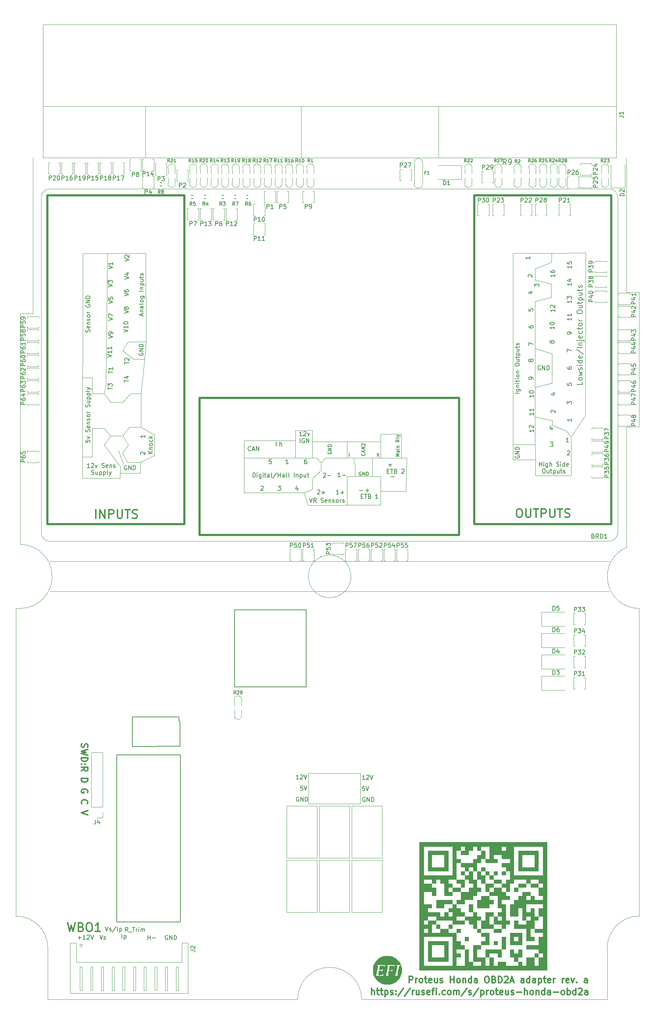
<source format=gto>
G04 #@! TF.GenerationSoftware,KiCad,Pcbnew,(5.99.0-13086-gffd1139cfe)*
G04 #@! TF.CreationDate,2021-11-05T01:59:13+03:00*
G04 #@! TF.ProjectId,proteusOBD2Ahonda,70726f74-6575-4734-9f42-443241686f6e,a*
G04 #@! TF.SameCoordinates,PX3473bc0PY108ee440*
G04 #@! TF.FileFunction,Legend,Top*
G04 #@! TF.FilePolarity,Positive*
%FSLAX46Y46*%
G04 Gerber Fmt 4.6, Leading zero omitted, Abs format (unit mm)*
G04 Created by KiCad (PCBNEW (5.99.0-13086-gffd1139cfe)) date 2021-11-05 01:59:13*
%MOMM*%
%LPD*%
G01*
G04 APERTURE LIST*
%ADD10C,0.120000*%
%ADD11C,0.150000*%
%ADD12C,0.304800*%
%ADD13C,0.300000*%
%ADD14C,0.127000*%
%ADD15C,0.170000*%
%ADD16C,0.200000*%
%ADD17C,0.152400*%
%ADD18C,0.139700*%
%ADD19C,0.002540*%
%ADD20C,0.099060*%
%ADD21C,0.203200*%
%ADD22C,0.500000*%
%ADD23C,0.100000*%
G04 APERTURE END LIST*
D10*
X150000000Y138000000D02*
X150000000Y169500000D01*
X85000000Y4000000D02*
G75*
G03*
X70000000Y4000000I-7500000J0D01*
G01*
X11500000Y16000000D02*
G75*
G03*
X4000000Y23500000I-7500000J0D01*
G01*
X150000000Y138000000D02*
X147000000Y138000000D01*
X150000000Y23500000D02*
X150000000Y95500000D01*
X142500000Y4000000D02*
X142500000Y16000000D01*
X147000000Y169500000D02*
X147000000Y201000000D01*
X5000000Y110500000D02*
X5000000Y164500000D01*
X150000000Y169500000D02*
X147000000Y169500000D01*
X70000000Y4000000D02*
X11500000Y4000000D01*
X5000000Y95500000D02*
G75*
G03*
X5000000Y110500000I0J7500000D01*
G01*
X82500000Y103000000D02*
G75*
G03*
X82500000Y103000000I-5000000J0D01*
G01*
X8000000Y164500000D02*
X8000000Y201000000D01*
X12000000Y99500000D02*
X143000000Y99500000D01*
X8000000Y164500000D02*
X5000000Y164500000D01*
X150000000Y23500000D02*
G75*
G03*
X142500000Y16000000I0J-7500000D01*
G01*
X12000000Y106500000D02*
X143000000Y106500000D01*
X4000000Y23500000D02*
X4000000Y95500000D01*
X147000000Y138000000D02*
X147000000Y109800000D01*
X147000000Y109800000D02*
G75*
G03*
X150000000Y95500001I3000000J-6835314D01*
G01*
X85000000Y4000000D02*
X142500000Y4000000D01*
X4000000Y95500000D02*
X5000000Y95500000D01*
X11500000Y4000000D02*
X11500000Y16000000D01*
D11*
X23661904Y19067619D02*
X23995238Y18067619D01*
X24328571Y19067619D01*
X24614285Y18115238D02*
X24709523Y18067619D01*
X24900000Y18067619D01*
X24995238Y18115238D01*
X25042857Y18210476D01*
X25042857Y18258095D01*
X24995238Y18353333D01*
X24900000Y18400952D01*
X24757142Y18400952D01*
X24661904Y18448571D01*
X24614285Y18543809D01*
X24614285Y18591428D01*
X24661904Y18686666D01*
X24757142Y18734285D01*
X24900000Y18734285D01*
X24995238Y18686666D01*
X28847619Y18267619D02*
X28847619Y19267619D01*
X29323809Y18934285D02*
X29323809Y17934285D01*
X29323809Y18886666D02*
X29419047Y18934285D01*
X29609523Y18934285D01*
X29704761Y18886666D01*
X29752380Y18839047D01*
X29800000Y18743809D01*
X29800000Y18458095D01*
X29752380Y18362857D01*
X29704761Y18315238D01*
X29609523Y18267619D01*
X29419047Y18267619D01*
X29323809Y18315238D01*
X39538095Y18919999D02*
X39442857Y18967619D01*
X39300000Y18967619D01*
X39157142Y18919999D01*
X39061904Y18824761D01*
X39014285Y18729523D01*
X38966666Y18539047D01*
X38966666Y18396190D01*
X39014285Y18205714D01*
X39061904Y18110476D01*
X39157142Y18015238D01*
X39300000Y17967619D01*
X39395238Y17967619D01*
X39538095Y18015238D01*
X39585714Y18062857D01*
X39585714Y18396190D01*
X39395238Y18396190D01*
X40014285Y17967619D02*
X40014285Y18967619D01*
X40585714Y17967619D01*
X40585714Y18967619D01*
X41061904Y17967619D02*
X41061904Y18967619D01*
X41300000Y18967619D01*
X41442857Y18919999D01*
X41538095Y18824761D01*
X41585714Y18729523D01*
X41633333Y18539047D01*
X41633333Y18396190D01*
X41585714Y18205714D01*
X41538095Y18110476D01*
X41442857Y18015238D01*
X41300000Y17967619D01*
X41061904Y17967619D01*
X18538095Y18448570D02*
X19300000Y18448570D01*
X18919047Y18067618D02*
X18919047Y18829522D01*
X20300000Y18067618D02*
X19728571Y18067618D01*
X20014285Y18067618D02*
X20014285Y19067618D01*
X19919047Y18924760D01*
X19823809Y18829522D01*
X19728571Y18781903D01*
X20680952Y18972379D02*
X20728571Y19019998D01*
X20823809Y19067618D01*
X21061904Y19067618D01*
X21157142Y19019998D01*
X21204761Y18972379D01*
X21252380Y18877141D01*
X21252380Y18781903D01*
X21204761Y18639046D01*
X20633333Y18067618D01*
X21252380Y18067618D01*
X21538095Y19067618D02*
X21871428Y18067618D01*
X22204761Y19067618D01*
D12*
X19455714Y49764286D02*
X19383142Y49836858D01*
X19310571Y50054572D01*
X19310571Y50199715D01*
X19383142Y50417429D01*
X19528285Y50562572D01*
X19673428Y50635143D01*
X19963714Y50707715D01*
X20181428Y50707715D01*
X20471714Y50635143D01*
X20616857Y50562572D01*
X20762000Y50417429D01*
X20834571Y50199715D01*
X20834571Y50054572D01*
X20762000Y49836858D01*
X20689428Y49764286D01*
D11*
X30233333Y19867620D02*
X29900000Y20343810D01*
X29661904Y19867620D02*
X29661904Y20867620D01*
X30042857Y20867620D01*
X30138095Y20820000D01*
X30185714Y20772381D01*
X30233333Y20677143D01*
X30233333Y20534286D01*
X30185714Y20439048D01*
X30138095Y20391429D01*
X30042857Y20343810D01*
X29661904Y20343810D01*
X30423809Y19772381D02*
X31185714Y19772381D01*
X31280952Y20867620D02*
X31852380Y20867620D01*
X31566666Y19867620D02*
X31566666Y20867620D01*
X32185714Y19867620D02*
X32185714Y20534286D01*
X32185714Y20343810D02*
X32233333Y20439048D01*
X32280952Y20486667D01*
X32376190Y20534286D01*
X32471428Y20534286D01*
X32804761Y19867620D02*
X32804761Y20534286D01*
X32804761Y20867620D02*
X32757142Y20820000D01*
X32804761Y20772381D01*
X32852380Y20820000D01*
X32804761Y20867620D01*
X32804761Y20772381D01*
X33280952Y19867620D02*
X33280952Y20534286D01*
X33280952Y20439048D02*
X33328571Y20486667D01*
X33423809Y20534286D01*
X33566666Y20534286D01*
X33661904Y20486667D01*
X33709523Y20391429D01*
X33709523Y19867620D01*
X33709523Y20391429D02*
X33757142Y20486667D01*
X33852380Y20534286D01*
X33995238Y20534286D01*
X34090476Y20486667D01*
X34138095Y20391429D01*
X34138095Y19867620D01*
X34895238Y17967619D02*
X34895238Y18967619D01*
X34895238Y18491428D02*
X35466666Y18491428D01*
X35466666Y17967619D02*
X35466666Y18967619D01*
X35942857Y18348571D02*
X36704761Y18348571D01*
D12*
X19383142Y63843143D02*
X19310571Y63625429D01*
X19310571Y63262572D01*
X19383142Y63117429D01*
X19455714Y63044858D01*
X19600857Y62972286D01*
X19746000Y62972286D01*
X19891142Y63044858D01*
X19963714Y63117429D01*
X20036285Y63262572D01*
X20108857Y63552858D01*
X20181428Y63698000D01*
X20254000Y63770572D01*
X20399142Y63843143D01*
X20544285Y63843143D01*
X20689428Y63770572D01*
X20762000Y63698000D01*
X20834571Y63552858D01*
X20834571Y63190000D01*
X20762000Y62972286D01*
X20834571Y62464286D02*
X19310571Y62101429D01*
X20399142Y61811143D01*
X19310571Y61520858D01*
X20834571Y61158000D01*
X19310571Y60577429D02*
X20834571Y60577429D01*
X20834571Y60214572D01*
X20762000Y59996858D01*
X20616857Y59851715D01*
X20471714Y59779143D01*
X20181428Y59706572D01*
X19963714Y59706572D01*
X19673428Y59779143D01*
X19528285Y59851715D01*
X19383142Y59996858D01*
X19310571Y60214572D01*
X19310571Y60577429D01*
X19455714Y59053429D02*
X19383142Y58980858D01*
X19310571Y59053429D01*
X19383142Y59126000D01*
X19455714Y59053429D01*
X19310571Y59053429D01*
X20254000Y59053429D02*
X20181428Y58980858D01*
X20108857Y59053429D01*
X20181428Y59126000D01*
X20254000Y59053429D01*
X20108857Y59053429D01*
X19310571Y57456858D02*
X20036285Y57964858D01*
X19310571Y58327715D02*
X20834571Y58327715D01*
X20834571Y57747143D01*
X20762000Y57602000D01*
X20689428Y57529429D01*
X20544285Y57456858D01*
X20326571Y57456858D01*
X20181428Y57529429D01*
X20108857Y57602000D01*
X20036285Y57747143D01*
X20036285Y58327715D01*
D11*
X85759404Y55487620D02*
X85187976Y55487620D01*
X85473690Y55487620D02*
X85473690Y56487620D01*
X85378452Y56344762D01*
X85283214Y56249524D01*
X85187976Y56201905D01*
X86140357Y56392381D02*
X86187976Y56440000D01*
X86283214Y56487620D01*
X86521309Y56487620D01*
X86616547Y56440000D01*
X86664166Y56392381D01*
X86711785Y56297143D01*
X86711785Y56201905D01*
X86664166Y56059048D01*
X86092738Y55487620D01*
X86711785Y55487620D01*
X86997500Y56487620D02*
X87330833Y55487620D01*
X87664166Y56487620D01*
D12*
X19310571Y55715143D02*
X20834571Y55715143D01*
X20834571Y55352286D01*
X20762000Y55134572D01*
X20616857Y54989429D01*
X20471714Y54916858D01*
X20181428Y54844286D01*
X19963714Y54844286D01*
X19673428Y54916858D01*
X19528285Y54989429D01*
X19383142Y55134572D01*
X19310571Y55352286D01*
X19310571Y55715143D01*
D13*
X87354285Y5081429D02*
X87354285Y6581429D01*
X87997142Y5081429D02*
X87997142Y5867143D01*
X87925714Y6010000D01*
X87782857Y6081429D01*
X87568571Y6081429D01*
X87425714Y6010000D01*
X87354285Y5938572D01*
X88497142Y6081429D02*
X89068571Y6081429D01*
X88711428Y6581429D02*
X88711428Y5295715D01*
X88782857Y5152858D01*
X88925714Y5081429D01*
X89068571Y5081429D01*
X89354285Y6081429D02*
X89925714Y6081429D01*
X89568571Y6581429D02*
X89568571Y5295715D01*
X89640000Y5152858D01*
X89782857Y5081429D01*
X89925714Y5081429D01*
X90425714Y6081429D02*
X90425714Y4581429D01*
X90425714Y6010000D02*
X90568571Y6081429D01*
X90854285Y6081429D01*
X90997142Y6010000D01*
X91068571Y5938572D01*
X91140000Y5795715D01*
X91140000Y5367143D01*
X91068571Y5224286D01*
X90997142Y5152858D01*
X90854285Y5081429D01*
X90568571Y5081429D01*
X90425714Y5152858D01*
X91711428Y5152858D02*
X91854285Y5081429D01*
X92140000Y5081429D01*
X92282857Y5152858D01*
X92354285Y5295715D01*
X92354285Y5367143D01*
X92282857Y5510000D01*
X92140000Y5581429D01*
X91925714Y5581429D01*
X91782857Y5652858D01*
X91711428Y5795715D01*
X91711428Y5867143D01*
X91782857Y6010000D01*
X91925714Y6081429D01*
X92140000Y6081429D01*
X92282857Y6010000D01*
X92997142Y5224286D02*
X93068571Y5152858D01*
X92997142Y5081429D01*
X92925714Y5152858D01*
X92997142Y5224286D01*
X92997142Y5081429D01*
X92997142Y6010000D02*
X93068571Y5938572D01*
X92997142Y5867143D01*
X92925714Y5938572D01*
X92997142Y6010000D01*
X92997142Y5867143D01*
X94782857Y6652858D02*
X93497142Y4724286D01*
X96354285Y6652858D02*
X95068571Y4724286D01*
X96854285Y5081429D02*
X96854285Y6081429D01*
X96854285Y5795715D02*
X96925714Y5938572D01*
X96997142Y6010000D01*
X97140000Y6081429D01*
X97282857Y6081429D01*
X98425714Y6081429D02*
X98425714Y5081429D01*
X97782857Y6081429D02*
X97782857Y5295715D01*
X97854285Y5152858D01*
X97997142Y5081429D01*
X98211428Y5081429D01*
X98354285Y5152858D01*
X98425714Y5224286D01*
X99068571Y5152858D02*
X99211428Y5081429D01*
X99497142Y5081429D01*
X99640000Y5152858D01*
X99711428Y5295715D01*
X99711428Y5367143D01*
X99640000Y5510000D01*
X99497142Y5581429D01*
X99282857Y5581429D01*
X99140000Y5652858D01*
X99068571Y5795715D01*
X99068571Y5867143D01*
X99140000Y6010000D01*
X99282857Y6081429D01*
X99497142Y6081429D01*
X99640000Y6010000D01*
X100925714Y5152858D02*
X100782857Y5081429D01*
X100497142Y5081429D01*
X100354285Y5152858D01*
X100282857Y5295715D01*
X100282857Y5867143D01*
X100354285Y6010000D01*
X100497142Y6081429D01*
X100782857Y6081429D01*
X100925714Y6010000D01*
X100997142Y5867143D01*
X100997142Y5724286D01*
X100282857Y5581429D01*
X101425714Y6081429D02*
X101997142Y6081429D01*
X101640000Y5081429D02*
X101640000Y6367143D01*
X101711428Y6510000D01*
X101854285Y6581429D01*
X101997142Y6581429D01*
X102497142Y5081429D02*
X102497142Y6081429D01*
X102497142Y6581429D02*
X102425714Y6510000D01*
X102497142Y6438572D01*
X102568571Y6510000D01*
X102497142Y6581429D01*
X102497142Y6438572D01*
X103211428Y5224286D02*
X103282857Y5152858D01*
X103211428Y5081429D01*
X103140000Y5152858D01*
X103211428Y5224286D01*
X103211428Y5081429D01*
X104568571Y5152858D02*
X104425714Y5081429D01*
X104140000Y5081429D01*
X103997142Y5152858D01*
X103925714Y5224286D01*
X103854285Y5367143D01*
X103854285Y5795715D01*
X103925714Y5938572D01*
X103997142Y6010000D01*
X104140000Y6081429D01*
X104425714Y6081429D01*
X104568571Y6010000D01*
X105425714Y5081429D02*
X105282857Y5152858D01*
X105211428Y5224286D01*
X105140000Y5367143D01*
X105140000Y5795715D01*
X105211428Y5938572D01*
X105282857Y6010000D01*
X105425714Y6081429D01*
X105640000Y6081429D01*
X105782857Y6010000D01*
X105854285Y5938572D01*
X105925714Y5795715D01*
X105925714Y5367143D01*
X105854285Y5224286D01*
X105782857Y5152858D01*
X105640000Y5081429D01*
X105425714Y5081429D01*
X106568571Y5081429D02*
X106568571Y6081429D01*
X106568571Y5938572D02*
X106640000Y6010000D01*
X106782857Y6081429D01*
X106997142Y6081429D01*
X107140000Y6010000D01*
X107211428Y5867143D01*
X107211428Y5081429D01*
X107211428Y5867143D02*
X107282857Y6010000D01*
X107425714Y6081429D01*
X107640000Y6081429D01*
X107782857Y6010000D01*
X107854285Y5867143D01*
X107854285Y5081429D01*
X109640000Y6652858D02*
X108354285Y4724286D01*
X110068571Y5152858D02*
X110211428Y5081429D01*
X110497142Y5081429D01*
X110640000Y5152858D01*
X110711428Y5295715D01*
X110711428Y5367143D01*
X110640000Y5510000D01*
X110497142Y5581429D01*
X110282857Y5581429D01*
X110140000Y5652858D01*
X110068571Y5795715D01*
X110068571Y5867143D01*
X110140000Y6010000D01*
X110282857Y6081429D01*
X110497142Y6081429D01*
X110640000Y6010000D01*
X112425714Y6652858D02*
X111140000Y4724286D01*
X112925714Y6081429D02*
X112925714Y4581429D01*
X112925714Y6010000D02*
X113068571Y6081429D01*
X113354285Y6081429D01*
X113497142Y6010000D01*
X113568571Y5938572D01*
X113640000Y5795715D01*
X113640000Y5367143D01*
X113568571Y5224286D01*
X113497142Y5152858D01*
X113354285Y5081429D01*
X113068571Y5081429D01*
X112925714Y5152858D01*
X114282857Y5081429D02*
X114282857Y6081429D01*
X114282857Y5795715D02*
X114354285Y5938572D01*
X114425714Y6010000D01*
X114568571Y6081429D01*
X114711428Y6081429D01*
X115425714Y5081429D02*
X115282857Y5152858D01*
X115211428Y5224286D01*
X115140000Y5367143D01*
X115140000Y5795715D01*
X115211428Y5938572D01*
X115282857Y6010000D01*
X115425714Y6081429D01*
X115640000Y6081429D01*
X115782857Y6010000D01*
X115854285Y5938572D01*
X115925714Y5795715D01*
X115925714Y5367143D01*
X115854285Y5224286D01*
X115782857Y5152858D01*
X115640000Y5081429D01*
X115425714Y5081429D01*
X116354285Y6081429D02*
X116925714Y6081429D01*
X116568571Y6581429D02*
X116568571Y5295715D01*
X116640000Y5152858D01*
X116782857Y5081429D01*
X116925714Y5081429D01*
X117997142Y5152858D02*
X117854285Y5081429D01*
X117568571Y5081429D01*
X117425714Y5152858D01*
X117354285Y5295715D01*
X117354285Y5867143D01*
X117425714Y6010000D01*
X117568571Y6081429D01*
X117854285Y6081429D01*
X117997142Y6010000D01*
X118068571Y5867143D01*
X118068571Y5724286D01*
X117354285Y5581429D01*
X119354285Y6081429D02*
X119354285Y5081429D01*
X118711428Y6081429D02*
X118711428Y5295715D01*
X118782857Y5152858D01*
X118925714Y5081429D01*
X119140000Y5081429D01*
X119282857Y5152858D01*
X119354285Y5224286D01*
X119997142Y5152858D02*
X120140000Y5081429D01*
X120425714Y5081429D01*
X120568571Y5152858D01*
X120640000Y5295715D01*
X120640000Y5367143D01*
X120568571Y5510000D01*
X120425714Y5581429D01*
X120211428Y5581429D01*
X120068571Y5652858D01*
X119997142Y5795715D01*
X119997142Y5867143D01*
X120068571Y6010000D01*
X120211428Y6081429D01*
X120425714Y6081429D01*
X120568571Y6010000D01*
X121282857Y5652858D02*
X122425714Y5652858D01*
X123140000Y5081429D02*
X123140000Y6581429D01*
X123782857Y5081429D02*
X123782857Y5867143D01*
X123711428Y6010000D01*
X123568571Y6081429D01*
X123354285Y6081429D01*
X123211428Y6010000D01*
X123140000Y5938572D01*
X124711428Y5081429D02*
X124568571Y5152858D01*
X124497142Y5224286D01*
X124425714Y5367143D01*
X124425714Y5795715D01*
X124497142Y5938572D01*
X124568571Y6010000D01*
X124711428Y6081429D01*
X124925714Y6081429D01*
X125068571Y6010000D01*
X125140000Y5938572D01*
X125211428Y5795715D01*
X125211428Y5367143D01*
X125140000Y5224286D01*
X125068571Y5152858D01*
X124925714Y5081429D01*
X124711428Y5081429D01*
X125854285Y6081429D02*
X125854285Y5081429D01*
X125854285Y5938572D02*
X125925714Y6010000D01*
X126068571Y6081429D01*
X126282857Y6081429D01*
X126425714Y6010000D01*
X126497142Y5867143D01*
X126497142Y5081429D01*
X127854285Y5081429D02*
X127854285Y6581429D01*
X127854285Y5152858D02*
X127711428Y5081429D01*
X127425714Y5081429D01*
X127282857Y5152858D01*
X127211428Y5224286D01*
X127140000Y5367143D01*
X127140000Y5795715D01*
X127211428Y5938572D01*
X127282857Y6010000D01*
X127425714Y6081429D01*
X127711428Y6081429D01*
X127854285Y6010000D01*
X129211428Y5081429D02*
X129211428Y5867143D01*
X129140000Y6010000D01*
X128997142Y6081429D01*
X128711428Y6081429D01*
X128568571Y6010000D01*
X129211428Y5152858D02*
X129068571Y5081429D01*
X128711428Y5081429D01*
X128568571Y5152858D01*
X128497142Y5295715D01*
X128497142Y5438572D01*
X128568571Y5581429D01*
X128711428Y5652858D01*
X129068571Y5652858D01*
X129211428Y5724286D01*
X129925714Y5652858D02*
X131068571Y5652858D01*
X131997142Y5081429D02*
X131854285Y5152858D01*
X131782857Y5224286D01*
X131711428Y5367143D01*
X131711428Y5795715D01*
X131782857Y5938572D01*
X131854285Y6010000D01*
X131997142Y6081429D01*
X132211428Y6081429D01*
X132354285Y6010000D01*
X132425714Y5938572D01*
X132497142Y5795715D01*
X132497142Y5367143D01*
X132425714Y5224286D01*
X132354285Y5152858D01*
X132211428Y5081429D01*
X131997142Y5081429D01*
X133140000Y5081429D02*
X133140000Y6581429D01*
X133140000Y6010000D02*
X133282857Y6081429D01*
X133568571Y6081429D01*
X133711428Y6010000D01*
X133782857Y5938572D01*
X133854285Y5795715D01*
X133854285Y5367143D01*
X133782857Y5224286D01*
X133711428Y5152858D01*
X133568571Y5081429D01*
X133282857Y5081429D01*
X133140000Y5152858D01*
X135140000Y5081429D02*
X135140000Y6581429D01*
X135140000Y5152858D02*
X134997142Y5081429D01*
X134711428Y5081429D01*
X134568571Y5152858D01*
X134497142Y5224286D01*
X134425714Y5367143D01*
X134425714Y5795715D01*
X134497142Y5938572D01*
X134568571Y6010000D01*
X134711428Y6081429D01*
X134997142Y6081429D01*
X135140000Y6010000D01*
X135782857Y6438572D02*
X135854285Y6510000D01*
X135997142Y6581429D01*
X136354285Y6581429D01*
X136497142Y6510000D01*
X136568571Y6438572D01*
X136640000Y6295715D01*
X136640000Y6152858D01*
X136568571Y5938572D01*
X135711428Y5081429D01*
X136640000Y5081429D01*
X137925714Y5081429D02*
X137925714Y5867143D01*
X137854285Y6010000D01*
X137711428Y6081429D01*
X137425714Y6081429D01*
X137282857Y6010000D01*
X137925714Y5152858D02*
X137782857Y5081429D01*
X137425714Y5081429D01*
X137282857Y5152858D01*
X137211428Y5295715D01*
X137211428Y5438572D01*
X137282857Y5581429D01*
X137425714Y5652858D01*
X137782857Y5652858D01*
X137925714Y5724286D01*
D11*
X70259404Y51300000D02*
X70164166Y51347620D01*
X70021309Y51347620D01*
X69878452Y51300000D01*
X69783214Y51204762D01*
X69735595Y51109524D01*
X69687976Y50919048D01*
X69687976Y50776191D01*
X69735595Y50585715D01*
X69783214Y50490477D01*
X69878452Y50395239D01*
X70021309Y50347620D01*
X70116547Y50347620D01*
X70259404Y50395239D01*
X70307023Y50442858D01*
X70307023Y50776191D01*
X70116547Y50776191D01*
X70735595Y50347620D02*
X70735595Y51347620D01*
X71307023Y50347620D01*
X71307023Y51347620D01*
X71783214Y50347620D02*
X71783214Y51347620D01*
X72021309Y51347620D01*
X72164166Y51300000D01*
X72259404Y51204762D01*
X72307023Y51109524D01*
X72354642Y50919048D01*
X72354642Y50776191D01*
X72307023Y50585715D01*
X72259404Y50490477D01*
X72164166Y50395239D01*
X72021309Y50347620D01*
X71783214Y50347620D01*
X71191785Y53907620D02*
X70715595Y53907620D01*
X70667976Y53431429D01*
X70715595Y53479048D01*
X70810833Y53526667D01*
X71048928Y53526667D01*
X71144166Y53479048D01*
X71191785Y53431429D01*
X71239404Y53336191D01*
X71239404Y53098096D01*
X71191785Y53002858D01*
X71144166Y52955239D01*
X71048928Y52907620D01*
X70810833Y52907620D01*
X70715595Y52955239D01*
X70667976Y53002858D01*
X71525119Y53907620D02*
X71858452Y52907620D01*
X72191785Y53907620D01*
X24947619Y20967619D02*
X25280952Y19967619D01*
X25614285Y20967619D01*
X25900000Y20015238D02*
X25995238Y19967619D01*
X26185714Y19967619D01*
X26280952Y20015238D01*
X26328571Y20110476D01*
X26328571Y20158095D01*
X26280952Y20253333D01*
X26185714Y20300952D01*
X26042857Y20300952D01*
X25947619Y20348571D01*
X25900000Y20443809D01*
X25900000Y20491428D01*
X25947619Y20586666D01*
X26042857Y20634285D01*
X26185714Y20634285D01*
X26280952Y20586666D01*
X27471428Y21015238D02*
X26614285Y19729523D01*
X27804761Y19967619D02*
X27804761Y20967619D01*
X28280952Y20634285D02*
X28280952Y19634285D01*
X28280952Y20586666D02*
X28376190Y20634285D01*
X28566666Y20634285D01*
X28661904Y20586666D01*
X28709523Y20539047D01*
X28757142Y20443809D01*
X28757142Y20158095D01*
X28709523Y20062857D01*
X28661904Y20015238D01*
X28566666Y19967619D01*
X28376190Y19967619D01*
X28280952Y20015238D01*
D12*
X20762000Y52376857D02*
X20834571Y52521999D01*
X20834571Y52739714D01*
X20762000Y52957428D01*
X20616857Y53102571D01*
X20471714Y53175142D01*
X20181428Y53247714D01*
X19963714Y53247714D01*
X19673428Y53175142D01*
X19528285Y53102571D01*
X19383142Y52957428D01*
X19310571Y52739714D01*
X19310571Y52594571D01*
X19383142Y52376857D01*
X19455714Y52304285D01*
X19963714Y52304285D01*
X19963714Y52594571D01*
D11*
X70259404Y55547620D02*
X69687976Y55547620D01*
X69973690Y55547620D02*
X69973690Y56547620D01*
X69878452Y56404762D01*
X69783214Y56309524D01*
X69687976Y56261905D01*
X70640357Y56452381D02*
X70687976Y56500000D01*
X70783214Y56547620D01*
X71021309Y56547620D01*
X71116547Y56500000D01*
X71164166Y56452381D01*
X71211785Y56357143D01*
X71211785Y56261905D01*
X71164166Y56119048D01*
X70592738Y55547620D01*
X71211785Y55547620D01*
X71497500Y56547620D02*
X71830833Y55547620D01*
X72164166Y56547620D01*
X85667785Y53847620D02*
X85191595Y53847620D01*
X85143976Y53371429D01*
X85191595Y53419048D01*
X85286833Y53466667D01*
X85524928Y53466667D01*
X85620166Y53419048D01*
X85667785Y53371429D01*
X85715404Y53276191D01*
X85715404Y53038096D01*
X85667785Y52942858D01*
X85620166Y52895239D01*
X85524928Y52847620D01*
X85286833Y52847620D01*
X85191595Y52895239D01*
X85143976Y52942858D01*
X86001119Y53847620D02*
X86334452Y52847620D01*
X86667785Y53847620D01*
D13*
X96142857Y7881429D02*
X96142857Y9381429D01*
X96714285Y9381429D01*
X96857142Y9310000D01*
X96928571Y9238572D01*
X96999999Y9095715D01*
X96999999Y8881429D01*
X96928571Y8738572D01*
X96857142Y8667143D01*
X96714285Y8595715D01*
X96142857Y8595715D01*
X97642857Y7881429D02*
X97642857Y8881429D01*
X97642857Y8595715D02*
X97714285Y8738572D01*
X97785714Y8810000D01*
X97928571Y8881429D01*
X98071428Y8881429D01*
X98785714Y7881429D02*
X98642857Y7952858D01*
X98571428Y8024286D01*
X98499999Y8167143D01*
X98499999Y8595715D01*
X98571428Y8738572D01*
X98642857Y8810000D01*
X98785714Y8881429D01*
X98999999Y8881429D01*
X99142857Y8810000D01*
X99214285Y8738572D01*
X99285714Y8595715D01*
X99285714Y8167143D01*
X99214285Y8024286D01*
X99142857Y7952858D01*
X98999999Y7881429D01*
X98785714Y7881429D01*
X99714285Y8881429D02*
X100285714Y8881429D01*
X99928571Y9381429D02*
X99928571Y8095715D01*
X99999999Y7952858D01*
X100142857Y7881429D01*
X100285714Y7881429D01*
X101357142Y7952858D02*
X101214285Y7881429D01*
X100928571Y7881429D01*
X100785714Y7952858D01*
X100714285Y8095715D01*
X100714285Y8667143D01*
X100785714Y8810000D01*
X100928571Y8881429D01*
X101214285Y8881429D01*
X101357142Y8810000D01*
X101428571Y8667143D01*
X101428571Y8524286D01*
X100714285Y8381429D01*
X102714285Y8881429D02*
X102714285Y7881429D01*
X102071428Y8881429D02*
X102071428Y8095715D01*
X102142857Y7952858D01*
X102285714Y7881429D01*
X102499999Y7881429D01*
X102642857Y7952858D01*
X102714285Y8024286D01*
X103357142Y7952858D02*
X103499999Y7881429D01*
X103785714Y7881429D01*
X103928571Y7952858D01*
X103999999Y8095715D01*
X103999999Y8167143D01*
X103928571Y8310000D01*
X103785714Y8381429D01*
X103571428Y8381429D01*
X103428571Y8452858D01*
X103357142Y8595715D01*
X103357142Y8667143D01*
X103428571Y8810000D01*
X103571428Y8881429D01*
X103785714Y8881429D01*
X103928571Y8810000D01*
X105785714Y7881429D02*
X105785714Y9381429D01*
X105785714Y8667143D02*
X106642857Y8667143D01*
X106642857Y7881429D02*
X106642857Y9381429D01*
X107571428Y7881429D02*
X107428571Y7952858D01*
X107357142Y8024286D01*
X107285714Y8167143D01*
X107285714Y8595715D01*
X107357142Y8738572D01*
X107428571Y8810000D01*
X107571428Y8881429D01*
X107785714Y8881429D01*
X107928571Y8810000D01*
X107999999Y8738572D01*
X108071428Y8595715D01*
X108071428Y8167143D01*
X107999999Y8024286D01*
X107928571Y7952858D01*
X107785714Y7881429D01*
X107571428Y7881429D01*
X108714285Y8881429D02*
X108714285Y7881429D01*
X108714285Y8738572D02*
X108785714Y8810000D01*
X108928571Y8881429D01*
X109142857Y8881429D01*
X109285714Y8810000D01*
X109357142Y8667143D01*
X109357142Y7881429D01*
X110714285Y7881429D02*
X110714285Y9381429D01*
X110714285Y7952858D02*
X110571428Y7881429D01*
X110285714Y7881429D01*
X110142857Y7952858D01*
X110071428Y8024286D01*
X109999999Y8167143D01*
X109999999Y8595715D01*
X110071428Y8738572D01*
X110142857Y8810000D01*
X110285714Y8881429D01*
X110571428Y8881429D01*
X110714285Y8810000D01*
X112071428Y7881429D02*
X112071428Y8667143D01*
X111999999Y8810000D01*
X111857142Y8881429D01*
X111571428Y8881429D01*
X111428571Y8810000D01*
X112071428Y7952858D02*
X111928571Y7881429D01*
X111571428Y7881429D01*
X111428571Y7952858D01*
X111357142Y8095715D01*
X111357142Y8238572D01*
X111428571Y8381429D01*
X111571428Y8452858D01*
X111928571Y8452858D01*
X112071428Y8524286D01*
X114214285Y9381429D02*
X114499999Y9381429D01*
X114642857Y9310000D01*
X114785714Y9167143D01*
X114857142Y8881429D01*
X114857142Y8381429D01*
X114785714Y8095715D01*
X114642857Y7952858D01*
X114499999Y7881429D01*
X114214285Y7881429D01*
X114071428Y7952858D01*
X113928571Y8095715D01*
X113857142Y8381429D01*
X113857142Y8881429D01*
X113928571Y9167143D01*
X114071428Y9310000D01*
X114214285Y9381429D01*
X115999999Y8667143D02*
X116214285Y8595715D01*
X116285714Y8524286D01*
X116357142Y8381429D01*
X116357142Y8167143D01*
X116285714Y8024286D01*
X116214285Y7952858D01*
X116071428Y7881429D01*
X115499999Y7881429D01*
X115499999Y9381429D01*
X115999999Y9381429D01*
X116142857Y9310000D01*
X116214285Y9238572D01*
X116285714Y9095715D01*
X116285714Y8952858D01*
X116214285Y8810000D01*
X116142857Y8738572D01*
X115999999Y8667143D01*
X115499999Y8667143D01*
X116999999Y7881429D02*
X116999999Y9381429D01*
X117357142Y9381429D01*
X117571428Y9310000D01*
X117714285Y9167143D01*
X117785714Y9024286D01*
X117857142Y8738572D01*
X117857142Y8524286D01*
X117785714Y8238572D01*
X117714285Y8095715D01*
X117571428Y7952858D01*
X117357142Y7881429D01*
X116999999Y7881429D01*
X118428571Y9238572D02*
X118499999Y9310000D01*
X118642857Y9381429D01*
X118999999Y9381429D01*
X119142857Y9310000D01*
X119214285Y9238572D01*
X119285714Y9095715D01*
X119285714Y8952858D01*
X119214285Y8738572D01*
X118357142Y7881429D01*
X119285714Y7881429D01*
X119857142Y8310000D02*
X120571428Y8310000D01*
X119714285Y7881429D02*
X120214285Y9381429D01*
X120714285Y7881429D01*
X122999999Y7881429D02*
X122999999Y8667143D01*
X122928571Y8810000D01*
X122785714Y8881429D01*
X122499999Y8881429D01*
X122357142Y8810000D01*
X122999999Y7952858D02*
X122857142Y7881429D01*
X122499999Y7881429D01*
X122357142Y7952858D01*
X122285714Y8095715D01*
X122285714Y8238572D01*
X122357142Y8381429D01*
X122499999Y8452858D01*
X122857142Y8452858D01*
X122999999Y8524286D01*
X124357142Y7881429D02*
X124357142Y9381429D01*
X124357142Y7952858D02*
X124214285Y7881429D01*
X123928571Y7881429D01*
X123785714Y7952858D01*
X123714285Y8024286D01*
X123642857Y8167143D01*
X123642857Y8595715D01*
X123714285Y8738572D01*
X123785714Y8810000D01*
X123928571Y8881429D01*
X124214285Y8881429D01*
X124357142Y8810000D01*
X125714285Y7881429D02*
X125714285Y8667143D01*
X125642857Y8810000D01*
X125499999Y8881429D01*
X125214285Y8881429D01*
X125071428Y8810000D01*
X125714285Y7952858D02*
X125571428Y7881429D01*
X125214285Y7881429D01*
X125071428Y7952858D01*
X124999999Y8095715D01*
X124999999Y8238572D01*
X125071428Y8381429D01*
X125214285Y8452858D01*
X125571428Y8452858D01*
X125714285Y8524286D01*
X126428571Y8881429D02*
X126428571Y7381429D01*
X126428571Y8810000D02*
X126571428Y8881429D01*
X126857142Y8881429D01*
X126999999Y8810000D01*
X127071428Y8738572D01*
X127142857Y8595715D01*
X127142857Y8167143D01*
X127071428Y8024286D01*
X126999999Y7952858D01*
X126857142Y7881429D01*
X126571428Y7881429D01*
X126428571Y7952858D01*
X127571428Y8881429D02*
X128142857Y8881429D01*
X127785714Y9381429D02*
X127785714Y8095715D01*
X127857142Y7952858D01*
X127999999Y7881429D01*
X128142857Y7881429D01*
X129214285Y7952858D02*
X129071428Y7881429D01*
X128785714Y7881429D01*
X128642857Y7952858D01*
X128571428Y8095715D01*
X128571428Y8667143D01*
X128642857Y8810000D01*
X128785714Y8881429D01*
X129071428Y8881429D01*
X129214285Y8810000D01*
X129285714Y8667143D01*
X129285714Y8524286D01*
X128571428Y8381429D01*
X129928571Y7881429D02*
X129928571Y8881429D01*
X129928571Y8595715D02*
X129999999Y8738572D01*
X130071428Y8810000D01*
X130214285Y8881429D01*
X130357142Y8881429D01*
X131999999Y7881429D02*
X131999999Y8881429D01*
X131999999Y8595715D02*
X132071428Y8738572D01*
X132142857Y8810000D01*
X132285714Y8881429D01*
X132428571Y8881429D01*
X133499999Y7952858D02*
X133357142Y7881429D01*
X133071428Y7881429D01*
X132928571Y7952858D01*
X132857142Y8095715D01*
X132857142Y8667143D01*
X132928571Y8810000D01*
X133071428Y8881429D01*
X133357142Y8881429D01*
X133499999Y8810000D01*
X133571428Y8667143D01*
X133571428Y8524286D01*
X132857142Y8381429D01*
X134071428Y8881429D02*
X134428571Y7881429D01*
X134785714Y8881429D01*
X135357142Y8024286D02*
X135428571Y7952858D01*
X135357142Y7881429D01*
X135285714Y7952858D01*
X135357142Y8024286D01*
X135357142Y7881429D01*
X137857142Y7881429D02*
X137857142Y8667143D01*
X137785714Y8810000D01*
X137642857Y8881429D01*
X137357142Y8881429D01*
X137214285Y8810000D01*
X137857142Y7952858D02*
X137714285Y7881429D01*
X137357142Y7881429D01*
X137214285Y7952858D01*
X137142857Y8095715D01*
X137142857Y8238572D01*
X137214285Y8381429D01*
X137357142Y8452858D01*
X137714285Y8452858D01*
X137857142Y8524286D01*
D11*
X85759404Y51240000D02*
X85664166Y51287620D01*
X85521309Y51287620D01*
X85378452Y51240000D01*
X85283214Y51144762D01*
X85235595Y51049524D01*
X85187976Y50859048D01*
X85187976Y50716191D01*
X85235595Y50525715D01*
X85283214Y50430477D01*
X85378452Y50335239D01*
X85521309Y50287620D01*
X85616547Y50287620D01*
X85759404Y50335239D01*
X85807023Y50382858D01*
X85807023Y50716191D01*
X85616547Y50716191D01*
X86235595Y50287620D02*
X86235595Y51287620D01*
X86807023Y50287620D01*
X86807023Y51287620D01*
X87283214Y50287620D02*
X87283214Y51287620D01*
X87521309Y51287620D01*
X87664166Y51240000D01*
X87759404Y51144762D01*
X87807023Y51049524D01*
X87854642Y50859048D01*
X87854642Y50716191D01*
X87807023Y50525715D01*
X87759404Y50430477D01*
X87664166Y50335239D01*
X87521309Y50287620D01*
X87283214Y50287620D01*
D12*
X20834571Y48204000D02*
X19310571Y47696000D01*
X20834571Y47188000D01*
D13*
X16142857Y21915238D02*
X16619047Y19915238D01*
X17000000Y21343809D01*
X17380952Y19915238D01*
X17857142Y21915238D01*
X19285714Y20962857D02*
X19571428Y20867619D01*
X19666666Y20772380D01*
X19761904Y20581904D01*
X19761904Y20296190D01*
X19666666Y20105714D01*
X19571428Y20010476D01*
X19380952Y19915238D01*
X18619047Y19915238D01*
X18619047Y21915238D01*
X19285714Y21915238D01*
X19476190Y21819999D01*
X19571428Y21724761D01*
X19666666Y21534285D01*
X19666666Y21343809D01*
X19571428Y21153333D01*
X19476190Y21058095D01*
X19285714Y20962857D01*
X18619047Y20962857D01*
X21000000Y21915238D02*
X21380952Y21915238D01*
X21571428Y21819999D01*
X21761904Y21629523D01*
X21857142Y21248571D01*
X21857142Y20581904D01*
X21761904Y20200952D01*
X21571428Y20010476D01*
X21380952Y19915238D01*
X21000000Y19915238D01*
X20809523Y20010476D01*
X20619047Y20200952D01*
X20523809Y20581904D01*
X20523809Y21248571D01*
X20619047Y21629523D01*
X20809523Y21819999D01*
X21000000Y21915238D01*
X23761904Y19915238D02*
X22619047Y19915238D01*
X23190476Y19915238D02*
X23190476Y21915238D01*
X23000000Y21629523D01*
X22809523Y21439047D01*
X22619047Y21343809D01*
D11*
G04 #@! TO.C,P47*
X149202380Y143285715D02*
X148202380Y143285715D01*
X148202380Y143666667D01*
X148250000Y143761905D01*
X148297619Y143809524D01*
X148392857Y143857143D01*
X148535714Y143857143D01*
X148630952Y143809524D01*
X148678571Y143761905D01*
X148726190Y143666667D01*
X148726190Y143285715D01*
X148535714Y144714286D02*
X149202380Y144714286D01*
X148154761Y144476191D02*
X148869047Y144238096D01*
X148869047Y144857143D01*
X148202380Y145142858D02*
X148202380Y145809524D01*
X149202380Y145380953D01*
G04 #@! TO.C,P20*
X11785714Y195797620D02*
X11785714Y196797620D01*
X12166666Y196797620D01*
X12261904Y196750000D01*
X12309523Y196702381D01*
X12357142Y196607143D01*
X12357142Y196464286D01*
X12309523Y196369048D01*
X12261904Y196321429D01*
X12166666Y196273810D01*
X11785714Y196273810D01*
X12738095Y196702381D02*
X12785714Y196750000D01*
X12880952Y196797620D01*
X13119047Y196797620D01*
X13214285Y196750000D01*
X13261904Y196702381D01*
X13309523Y196607143D01*
X13309523Y196511905D01*
X13261904Y196369048D01*
X12690476Y195797620D01*
X13309523Y195797620D01*
X13928571Y196797620D02*
X14023809Y196797620D01*
X14119047Y196750000D01*
X14166666Y196702381D01*
X14214285Y196607143D01*
X14261904Y196416667D01*
X14261904Y196178572D01*
X14214285Y195988096D01*
X14166666Y195892858D01*
X14119047Y195845239D01*
X14023809Y195797620D01*
X13928571Y195797620D01*
X13833333Y195845239D01*
X13785714Y195892858D01*
X13738095Y195988096D01*
X13690476Y196178572D01*
X13690476Y196416667D01*
X13738095Y196607143D01*
X13785714Y196702381D01*
X13833333Y196750000D01*
X13928571Y196797620D01*
G04 #@! TO.C,P33*
X134785714Y94797620D02*
X134785714Y95797620D01*
X135166666Y95797620D01*
X135261904Y95750000D01*
X135309523Y95702381D01*
X135357142Y95607143D01*
X135357142Y95464286D01*
X135309523Y95369048D01*
X135261904Y95321429D01*
X135166666Y95273810D01*
X134785714Y95273810D01*
X135690476Y95797620D02*
X136309523Y95797620D01*
X135976190Y95416667D01*
X136119047Y95416667D01*
X136214285Y95369048D01*
X136261904Y95321429D01*
X136309523Y95226191D01*
X136309523Y94988096D01*
X136261904Y94892858D01*
X136214285Y94845239D01*
X136119047Y94797620D01*
X135833333Y94797620D01*
X135738095Y94845239D01*
X135690476Y94892858D01*
X136642857Y95797620D02*
X137261904Y95797620D01*
X136928571Y95416667D01*
X137071428Y95416667D01*
X137166666Y95369048D01*
X137214285Y95321429D01*
X137261904Y95226191D01*
X137261904Y94988096D01*
X137214285Y94892858D01*
X137166666Y94845239D01*
X137071428Y94797620D01*
X136785714Y94797620D01*
X136690476Y94845239D01*
X136642857Y94892858D01*
D14*
G04 #@! TO.C,R20*
X47510142Y200004806D02*
X47256142Y200367663D01*
X47074714Y200004806D02*
X47074714Y200766806D01*
X47365000Y200766806D01*
X47437571Y200730520D01*
X47473857Y200694235D01*
X47510142Y200621663D01*
X47510142Y200512806D01*
X47473857Y200440235D01*
X47437571Y200403949D01*
X47365000Y200367663D01*
X47074714Y200367663D01*
X47800428Y200694235D02*
X47836714Y200730520D01*
X47909285Y200766806D01*
X48090714Y200766806D01*
X48163285Y200730520D01*
X48199571Y200694235D01*
X48235857Y200621663D01*
X48235857Y200549092D01*
X48199571Y200440235D01*
X47764142Y200004806D01*
X48235857Y200004806D01*
X48707571Y200766806D02*
X48780142Y200766806D01*
X48852714Y200730520D01*
X48889000Y200694235D01*
X48925285Y200621663D01*
X48961571Y200476520D01*
X48961571Y200295092D01*
X48925285Y200149949D01*
X48889000Y200077378D01*
X48852714Y200041092D01*
X48780142Y200004806D01*
X48707571Y200004806D01*
X48635000Y200041092D01*
X48598714Y200077378D01*
X48562428Y200149949D01*
X48526142Y200295092D01*
X48526142Y200476520D01*
X48562428Y200621663D01*
X48598714Y200694235D01*
X48635000Y200730520D01*
X48707571Y200766806D01*
D11*
G04 #@! TO.C,P21*
X131285714Y190597620D02*
X131285714Y191597620D01*
X131666666Y191597620D01*
X131761904Y191550000D01*
X131809523Y191502381D01*
X131857142Y191407143D01*
X131857142Y191264286D01*
X131809523Y191169048D01*
X131761904Y191121429D01*
X131666666Y191073810D01*
X131285714Y191073810D01*
X132238095Y191502381D02*
X132285714Y191550000D01*
X132380952Y191597620D01*
X132619047Y191597620D01*
X132714285Y191550000D01*
X132761904Y191502381D01*
X132809523Y191407143D01*
X132809523Y191311905D01*
X132761904Y191169048D01*
X132190476Y190597620D01*
X132809523Y190597620D01*
X133761904Y190597620D02*
X133190476Y190597620D01*
X133476190Y190597620D02*
X133476190Y191597620D01*
X133380952Y191454762D01*
X133285714Y191359524D01*
X133190476Y191311905D01*
G04 #@! TO.C,P22*
X122285714Y190597620D02*
X122285714Y191597620D01*
X122666666Y191597620D01*
X122761904Y191550000D01*
X122809523Y191502381D01*
X122857142Y191407143D01*
X122857142Y191264286D01*
X122809523Y191169048D01*
X122761904Y191121429D01*
X122666666Y191073810D01*
X122285714Y191073810D01*
X123238095Y191502381D02*
X123285714Y191550000D01*
X123380952Y191597620D01*
X123619047Y191597620D01*
X123714285Y191550000D01*
X123761904Y191502381D01*
X123809523Y191407143D01*
X123809523Y191311905D01*
X123761904Y191169048D01*
X123190476Y190597620D01*
X123809523Y190597620D01*
X124190476Y191502381D02*
X124238095Y191550000D01*
X124333333Y191597620D01*
X124571428Y191597620D01*
X124666666Y191550000D01*
X124714285Y191502381D01*
X124761904Y191407143D01*
X124761904Y191311905D01*
X124714285Y191169048D01*
X124142857Y190597620D01*
X124761904Y190597620D01*
D14*
G04 #@! TO.C,R18*
X57510142Y199955286D02*
X57256142Y200318143D01*
X57074714Y199955286D02*
X57074714Y200717286D01*
X57365000Y200717286D01*
X57437571Y200681000D01*
X57473857Y200644715D01*
X57510142Y200572143D01*
X57510142Y200463286D01*
X57473857Y200390715D01*
X57437571Y200354429D01*
X57365000Y200318143D01*
X57074714Y200318143D01*
X58235857Y199955286D02*
X57800428Y199955286D01*
X58018142Y199955286D02*
X58018142Y200717286D01*
X57945571Y200608429D01*
X57873000Y200535858D01*
X57800428Y200499572D01*
X58671285Y200390715D02*
X58598714Y200427000D01*
X58562428Y200463286D01*
X58526142Y200535858D01*
X58526142Y200572143D01*
X58562428Y200644715D01*
X58598714Y200681000D01*
X58671285Y200717286D01*
X58816428Y200717286D01*
X58889000Y200681000D01*
X58925285Y200644715D01*
X58961571Y200572143D01*
X58961571Y200535858D01*
X58925285Y200463286D01*
X58889000Y200427000D01*
X58816428Y200390715D01*
X58671285Y200390715D01*
X58598714Y200354429D01*
X58562428Y200318143D01*
X58526142Y200245572D01*
X58526142Y200100429D01*
X58562428Y200027858D01*
X58598714Y199991572D01*
X58671285Y199955286D01*
X58816428Y199955286D01*
X58889000Y199991572D01*
X58925285Y200027858D01*
X58961571Y200100429D01*
X58961571Y200245572D01*
X58925285Y200318143D01*
X58889000Y200354429D01*
X58816428Y200390715D01*
D11*
G04 #@! TO.C,P29*
X113285714Y198297620D02*
X113285714Y199297620D01*
X113666666Y199297620D01*
X113761904Y199250000D01*
X113809523Y199202381D01*
X113857142Y199107143D01*
X113857142Y198964286D01*
X113809523Y198869048D01*
X113761904Y198821429D01*
X113666666Y198773810D01*
X113285714Y198773810D01*
X114238095Y199202381D02*
X114285714Y199250000D01*
X114380952Y199297620D01*
X114619047Y199297620D01*
X114714285Y199250000D01*
X114761904Y199202381D01*
X114809523Y199107143D01*
X114809523Y199011905D01*
X114761904Y198869048D01*
X114190476Y198297620D01*
X114809523Y198297620D01*
X115285714Y198297620D02*
X115476190Y198297620D01*
X115571428Y198345239D01*
X115619047Y198392858D01*
X115714285Y198535715D01*
X115761904Y198726191D01*
X115761904Y199107143D01*
X115714285Y199202381D01*
X115666666Y199250000D01*
X115571428Y199297620D01*
X115380952Y199297620D01*
X115285714Y199250000D01*
X115238095Y199202381D01*
X115190476Y199107143D01*
X115190476Y198869048D01*
X115238095Y198773810D01*
X115285714Y198726191D01*
X115380952Y198678572D01*
X115571428Y198678572D01*
X115666666Y198726191D01*
X115714285Y198773810D01*
X115761904Y198869048D01*
G04 #@! TO.C,P30*
X112285714Y190597620D02*
X112285714Y191597620D01*
X112666666Y191597620D01*
X112761904Y191550000D01*
X112809523Y191502381D01*
X112857142Y191407143D01*
X112857142Y191264286D01*
X112809523Y191169048D01*
X112761904Y191121429D01*
X112666666Y191073810D01*
X112285714Y191073810D01*
X113190476Y191597620D02*
X113809523Y191597620D01*
X113476190Y191216667D01*
X113619047Y191216667D01*
X113714285Y191169048D01*
X113761904Y191121429D01*
X113809523Y191026191D01*
X113809523Y190788096D01*
X113761904Y190692858D01*
X113714285Y190645239D01*
X113619047Y190597620D01*
X113333333Y190597620D01*
X113238095Y190645239D01*
X113190476Y190692858D01*
X114428571Y191597620D02*
X114523809Y191597620D01*
X114619047Y191550000D01*
X114666666Y191502381D01*
X114714285Y191407143D01*
X114761904Y191216667D01*
X114761904Y190978572D01*
X114714285Y190788096D01*
X114666666Y190692858D01*
X114619047Y190645239D01*
X114523809Y190597620D01*
X114428571Y190597620D01*
X114333333Y190645239D01*
X114285714Y190692858D01*
X114238095Y190788096D01*
X114190476Y190978572D01*
X114190476Y191216667D01*
X114238095Y191407143D01*
X114285714Y191502381D01*
X114333333Y191550000D01*
X114428571Y191597620D01*
G04 #@! TO.C,P32*
X134785714Y84797620D02*
X134785714Y85797620D01*
X135166666Y85797620D01*
X135261904Y85750000D01*
X135309523Y85702381D01*
X135357142Y85607143D01*
X135357142Y85464286D01*
X135309523Y85369048D01*
X135261904Y85321429D01*
X135166666Y85273810D01*
X134785714Y85273810D01*
X135690476Y85797620D02*
X136309523Y85797620D01*
X135976190Y85416667D01*
X136119047Y85416667D01*
X136214285Y85369048D01*
X136261904Y85321429D01*
X136309523Y85226191D01*
X136309523Y84988096D01*
X136261904Y84892858D01*
X136214285Y84845239D01*
X136119047Y84797620D01*
X135833333Y84797620D01*
X135738095Y84845239D01*
X135690476Y84892858D01*
X136690476Y85702381D02*
X136738095Y85750000D01*
X136833333Y85797620D01*
X137071428Y85797620D01*
X137166666Y85750000D01*
X137214285Y85702381D01*
X137261904Y85607143D01*
X137261904Y85511905D01*
X137214285Y85369048D01*
X136642857Y84797620D01*
X137261904Y84797620D01*
D15*
G04 #@! TO.C,R8*
X37812390Y192655895D02*
X37539057Y193046371D01*
X37343819Y192655895D02*
X37343819Y193475895D01*
X37656200Y193475895D01*
X37734295Y193436847D01*
X37773342Y193397800D01*
X37812390Y193319705D01*
X37812390Y193202562D01*
X37773342Y193124467D01*
X37734295Y193085419D01*
X37656200Y193046371D01*
X37343819Y193046371D01*
X38280961Y193124467D02*
X38202866Y193163514D01*
X38163819Y193202562D01*
X38124771Y193280657D01*
X38124771Y193319705D01*
X38163819Y193397800D01*
X38202866Y193436847D01*
X38280961Y193475895D01*
X38437152Y193475895D01*
X38515247Y193436847D01*
X38554295Y193397800D01*
X38593342Y193319705D01*
X38593342Y193280657D01*
X38554295Y193202562D01*
X38515247Y193163514D01*
X38437152Y193124467D01*
X38280961Y193124467D01*
X38202866Y193085419D01*
X38163819Y193046371D01*
X38124771Y192968276D01*
X38124771Y192812086D01*
X38163819Y192733990D01*
X38202866Y192694943D01*
X38280961Y192655895D01*
X38437152Y192655895D01*
X38515247Y192694943D01*
X38554295Y192733990D01*
X38593342Y192812086D01*
X38593342Y192968276D01*
X38554295Y193046371D01*
X38515247Y193085419D01*
X38437152Y193124467D01*
D11*
G04 #@! TO.C,D3*
X129761904Y80047620D02*
X129761904Y81047620D01*
X130000000Y81047620D01*
X130142857Y81000000D01*
X130238095Y80904762D01*
X130285714Y80809524D01*
X130333333Y80619048D01*
X130333333Y80476191D01*
X130285714Y80285715D01*
X130238095Y80190477D01*
X130142857Y80095239D01*
X130000000Y80047620D01*
X129761904Y80047620D01*
X130666666Y81047620D02*
X131285714Y81047620D01*
X130952380Y80666667D01*
X131095238Y80666667D01*
X131190476Y80619048D01*
X131238095Y80571429D01*
X131285714Y80476191D01*
X131285714Y80238096D01*
X131238095Y80142858D01*
X131190476Y80095239D01*
X131095238Y80047620D01*
X130809523Y80047620D01*
X130714285Y80095239D01*
X130666666Y80142858D01*
D14*
G04 #@! TO.C,R25*
X127010142Y199955286D02*
X126756142Y200318143D01*
X126574714Y199955286D02*
X126574714Y200717286D01*
X126865000Y200717286D01*
X126937571Y200681000D01*
X126973857Y200644715D01*
X127010142Y200572143D01*
X127010142Y200463286D01*
X126973857Y200390715D01*
X126937571Y200354429D01*
X126865000Y200318143D01*
X126574714Y200318143D01*
X127300428Y200644715D02*
X127336714Y200681000D01*
X127409285Y200717286D01*
X127590714Y200717286D01*
X127663285Y200681000D01*
X127699571Y200644715D01*
X127735857Y200572143D01*
X127735857Y200499572D01*
X127699571Y200390715D01*
X127264142Y199955286D01*
X127735857Y199955286D01*
X128425285Y200717286D02*
X128062428Y200717286D01*
X128026142Y200354429D01*
X128062428Y200390715D01*
X128135000Y200427000D01*
X128316428Y200427000D01*
X128389000Y200390715D01*
X128425285Y200354429D01*
X128461571Y200281858D01*
X128461571Y200100429D01*
X128425285Y200027858D01*
X128389000Y199991572D01*
X128316428Y199955286D01*
X128135000Y199955286D01*
X128062428Y199991572D01*
X128026142Y200027858D01*
D11*
G04 #@! TO.C,P62*
X6202380Y149285715D02*
X5202380Y149285715D01*
X5202380Y149666667D01*
X5250000Y149761905D01*
X5297619Y149809524D01*
X5392857Y149857143D01*
X5535714Y149857143D01*
X5630952Y149809524D01*
X5678571Y149761905D01*
X5726190Y149666667D01*
X5726190Y149285715D01*
X5202380Y150714286D02*
X5202380Y150523810D01*
X5250000Y150428572D01*
X5297619Y150380953D01*
X5440476Y150285715D01*
X5630952Y150238096D01*
X6011904Y150238096D01*
X6107142Y150285715D01*
X6154761Y150333334D01*
X6202380Y150428572D01*
X6202380Y150619048D01*
X6154761Y150714286D01*
X6107142Y150761905D01*
X6011904Y150809524D01*
X5773809Y150809524D01*
X5678571Y150761905D01*
X5630952Y150714286D01*
X5583333Y150619048D01*
X5583333Y150428572D01*
X5630952Y150333334D01*
X5678571Y150285715D01*
X5773809Y150238096D01*
X5297619Y151190477D02*
X5250000Y151238096D01*
X5202380Y151333334D01*
X5202380Y151571429D01*
X5250000Y151666667D01*
X5297619Y151714286D01*
X5392857Y151761905D01*
X5488095Y151761905D01*
X5630952Y151714286D01*
X6202380Y151142858D01*
X6202380Y151761905D01*
G04 #@! TO.C,P45*
X149202380Y150285715D02*
X148202380Y150285715D01*
X148202380Y150666667D01*
X148250000Y150761905D01*
X148297619Y150809524D01*
X148392857Y150857143D01*
X148535714Y150857143D01*
X148630952Y150809524D01*
X148678571Y150761905D01*
X148726190Y150666667D01*
X148726190Y150285715D01*
X148535714Y151714286D02*
X149202380Y151714286D01*
X148154761Y151476191D02*
X148869047Y151238096D01*
X148869047Y151857143D01*
X148202380Y152714286D02*
X148202380Y152238096D01*
X148678571Y152190477D01*
X148630952Y152238096D01*
X148583333Y152333334D01*
X148583333Y152571429D01*
X148630952Y152666667D01*
X148678571Y152714286D01*
X148773809Y152761905D01*
X149011904Y152761905D01*
X149107142Y152714286D01*
X149154761Y152666667D01*
X149202380Y152571429D01*
X149202380Y152333334D01*
X149154761Y152238096D01*
X149107142Y152190477D01*
G04 #@! TO.C,P1*
X62761904Y189097620D02*
X62761904Y190097620D01*
X63142857Y190097620D01*
X63238095Y190050000D01*
X63285714Y190002381D01*
X63333333Y189907143D01*
X63333333Y189764286D01*
X63285714Y189669048D01*
X63238095Y189621429D01*
X63142857Y189573810D01*
X62761904Y189573810D01*
X64285714Y189097620D02*
X63714285Y189097620D01*
X64000000Y189097620D02*
X64000000Y190097620D01*
X63904761Y189954762D01*
X63809523Y189859524D01*
X63714285Y189811905D01*
G04 #@! TO.C,P4*
X34276956Y192542113D02*
X34276956Y193542113D01*
X34657909Y193542113D01*
X34753147Y193494493D01*
X34800766Y193446874D01*
X34848385Y193351636D01*
X34848385Y193208779D01*
X34800766Y193113541D01*
X34753147Y193065922D01*
X34657909Y193018303D01*
X34276956Y193018303D01*
X35705528Y193208779D02*
X35705528Y192542113D01*
X35467432Y193589732D02*
X35229337Y192875446D01*
X35848385Y192875446D01*
G04 #@! TO.C,P64*
X6202380Y143285715D02*
X5202380Y143285715D01*
X5202380Y143666667D01*
X5250000Y143761905D01*
X5297619Y143809524D01*
X5392857Y143857143D01*
X5535714Y143857143D01*
X5630952Y143809524D01*
X5678571Y143761905D01*
X5726190Y143666667D01*
X5726190Y143285715D01*
X5202380Y144714286D02*
X5202380Y144523810D01*
X5250000Y144428572D01*
X5297619Y144380953D01*
X5440476Y144285715D01*
X5630952Y144238096D01*
X6011904Y144238096D01*
X6107142Y144285715D01*
X6154761Y144333334D01*
X6202380Y144428572D01*
X6202380Y144619048D01*
X6154761Y144714286D01*
X6107142Y144761905D01*
X6011904Y144809524D01*
X5773809Y144809524D01*
X5678571Y144761905D01*
X5630952Y144714286D01*
X5583333Y144619048D01*
X5583333Y144428572D01*
X5630952Y144333334D01*
X5678571Y144285715D01*
X5773809Y144238096D01*
X5535714Y145666667D02*
X6202380Y145666667D01*
X5154761Y145428572D02*
X5869047Y145190477D01*
X5869047Y145809524D01*
G04 #@! TO.C,P51*
X71285714Y109797620D02*
X71285714Y110797620D01*
X71666666Y110797620D01*
X71761904Y110750000D01*
X71809523Y110702381D01*
X71857142Y110607143D01*
X71857142Y110464286D01*
X71809523Y110369048D01*
X71761904Y110321429D01*
X71666666Y110273810D01*
X71285714Y110273810D01*
X72761904Y110797620D02*
X72285714Y110797620D01*
X72238095Y110321429D01*
X72285714Y110369048D01*
X72380952Y110416667D01*
X72619047Y110416667D01*
X72714285Y110369048D01*
X72761904Y110321429D01*
X72809523Y110226191D01*
X72809523Y109988096D01*
X72761904Y109892858D01*
X72714285Y109845239D01*
X72619047Y109797620D01*
X72380952Y109797620D01*
X72285714Y109845239D01*
X72238095Y109892858D01*
X73761904Y109797620D02*
X73190476Y109797620D01*
X73476190Y109797620D02*
X73476190Y110797620D01*
X73380952Y110654762D01*
X73285714Y110559524D01*
X73190476Y110511905D01*
G04 #@! TO.C,P19*
X17785715Y195797620D02*
X17785715Y196797620D01*
X18166667Y196797620D01*
X18261905Y196750000D01*
X18309524Y196702381D01*
X18357143Y196607143D01*
X18357143Y196464286D01*
X18309524Y196369048D01*
X18261905Y196321429D01*
X18166667Y196273810D01*
X17785715Y196273810D01*
X19309524Y195797620D02*
X18738096Y195797620D01*
X19023810Y195797620D02*
X19023810Y196797620D01*
X18928572Y196654762D01*
X18833334Y196559524D01*
X18738096Y196511905D01*
X19785715Y195797620D02*
X19976191Y195797620D01*
X20071429Y195845239D01*
X20119048Y195892858D01*
X20214286Y196035715D01*
X20261905Y196226191D01*
X20261905Y196607143D01*
X20214286Y196702381D01*
X20166667Y196750000D01*
X20071429Y196797620D01*
X19880953Y196797620D01*
X19785715Y196750000D01*
X19738096Y196702381D01*
X19690477Y196607143D01*
X19690477Y196369048D01*
X19738096Y196273810D01*
X19785715Y196226191D01*
X19880953Y196178572D01*
X20071429Y196178572D01*
X20166667Y196226191D01*
X20214286Y196273810D01*
X20261905Y196369048D01*
G04 #@! TO.C,P25*
X140202380Y194085715D02*
X139202380Y194085715D01*
X139202380Y194466667D01*
X139250000Y194561905D01*
X139297619Y194609524D01*
X139392857Y194657143D01*
X139535714Y194657143D01*
X139630952Y194609524D01*
X139678571Y194561905D01*
X139726190Y194466667D01*
X139726190Y194085715D01*
X139297619Y195038096D02*
X139250000Y195085715D01*
X139202380Y195180953D01*
X139202380Y195419048D01*
X139250000Y195514286D01*
X139297619Y195561905D01*
X139392857Y195609524D01*
X139488095Y195609524D01*
X139630952Y195561905D01*
X140202380Y194990477D01*
X140202380Y195609524D01*
X139202380Y196514286D02*
X139202380Y196038096D01*
X139678571Y195990477D01*
X139630952Y196038096D01*
X139583333Y196133334D01*
X139583333Y196371429D01*
X139630952Y196466667D01*
X139678571Y196514286D01*
X139773809Y196561905D01*
X140011904Y196561905D01*
X140107142Y196514286D01*
X140154761Y196466667D01*
X140202380Y196371429D01*
X140202380Y196133334D01*
X140154761Y196038096D01*
X140107142Y195990477D01*
G04 #@! TO.C,P31*
X134785714Y79797620D02*
X134785714Y80797620D01*
X135166666Y80797620D01*
X135261904Y80750000D01*
X135309523Y80702381D01*
X135357142Y80607143D01*
X135357142Y80464286D01*
X135309523Y80369048D01*
X135261904Y80321429D01*
X135166666Y80273810D01*
X134785714Y80273810D01*
X135690476Y80797620D02*
X136309523Y80797620D01*
X135976190Y80416667D01*
X136119047Y80416667D01*
X136214285Y80369048D01*
X136261904Y80321429D01*
X136309523Y80226191D01*
X136309523Y79988096D01*
X136261904Y79892858D01*
X136214285Y79845239D01*
X136119047Y79797620D01*
X135833333Y79797620D01*
X135738095Y79845239D01*
X135690476Y79892858D01*
X137261904Y79797620D02*
X136690476Y79797620D01*
X136976190Y79797620D02*
X136976190Y80797620D01*
X136880952Y80654762D01*
X136785714Y80559524D01*
X136690476Y80511905D01*
G04 #@! TO.C,P35*
X142902380Y126185715D02*
X141902380Y126185715D01*
X141902380Y126566667D01*
X141950000Y126661905D01*
X141997619Y126709524D01*
X142092857Y126757143D01*
X142235714Y126757143D01*
X142330952Y126709524D01*
X142378571Y126661905D01*
X142426190Y126566667D01*
X142426190Y126185715D01*
X141902380Y127090477D02*
X141902380Y127709524D01*
X142283333Y127376191D01*
X142283333Y127519048D01*
X142330952Y127614286D01*
X142378571Y127661905D01*
X142473809Y127709524D01*
X142711904Y127709524D01*
X142807142Y127661905D01*
X142854761Y127614286D01*
X142902380Y127519048D01*
X142902380Y127233334D01*
X142854761Y127138096D01*
X142807142Y127090477D01*
X141902380Y128614286D02*
X141902380Y128138096D01*
X142378571Y128090477D01*
X142330952Y128138096D01*
X142283333Y128233334D01*
X142283333Y128471429D01*
X142330952Y128566667D01*
X142378571Y128614286D01*
X142473809Y128661905D01*
X142711904Y128661905D01*
X142807142Y128614286D01*
X142854761Y128566667D01*
X142902380Y128471429D01*
X142902380Y128233334D01*
X142854761Y128138096D01*
X142807142Y128090477D01*
G04 #@! TO.C,P7*
X44761904Y185097620D02*
X44761904Y186097620D01*
X45142857Y186097620D01*
X45238095Y186050000D01*
X45285714Y186002381D01*
X45333333Y185907143D01*
X45333333Y185764286D01*
X45285714Y185669048D01*
X45238095Y185621429D01*
X45142857Y185573810D01*
X44761904Y185573810D01*
X45666666Y186097620D02*
X46333333Y186097620D01*
X45904761Y185097620D01*
G04 #@! TO.C,P24*
X140202380Y197085715D02*
X139202380Y197085715D01*
X139202380Y197466667D01*
X139250000Y197561905D01*
X139297619Y197609524D01*
X139392857Y197657143D01*
X139535714Y197657143D01*
X139630952Y197609524D01*
X139678571Y197561905D01*
X139726190Y197466667D01*
X139726190Y197085715D01*
X139297619Y198038096D02*
X139250000Y198085715D01*
X139202380Y198180953D01*
X139202380Y198419048D01*
X139250000Y198514286D01*
X139297619Y198561905D01*
X139392857Y198609524D01*
X139488095Y198609524D01*
X139630952Y198561905D01*
X140202380Y197990477D01*
X140202380Y198609524D01*
X139535714Y199466667D02*
X140202380Y199466667D01*
X139154761Y199228572D02*
X139869047Y198990477D01*
X139869047Y199609524D01*
G04 #@! TO.C,P44*
X149202380Y155285715D02*
X148202380Y155285715D01*
X148202380Y155666667D01*
X148250000Y155761905D01*
X148297619Y155809524D01*
X148392857Y155857143D01*
X148535714Y155857143D01*
X148630952Y155809524D01*
X148678571Y155761905D01*
X148726190Y155666667D01*
X148726190Y155285715D01*
X148535714Y156714286D02*
X149202380Y156714286D01*
X148154761Y156476191D02*
X148869047Y156238096D01*
X148869047Y156857143D01*
X148535714Y157666667D02*
X149202380Y157666667D01*
X148154761Y157428572D02*
X148869047Y157190477D01*
X148869047Y157809524D01*
G04 #@! TO.C,BRD1*
X139245239Y112446429D02*
X139388096Y112398810D01*
X139435715Y112351191D01*
X139483334Y112255953D01*
X139483334Y112113096D01*
X139435715Y112017858D01*
X139388096Y111970239D01*
X139292858Y111922620D01*
X138911905Y111922620D01*
X138911905Y112922620D01*
X139245239Y112922620D01*
X139340477Y112875000D01*
X139388096Y112827381D01*
X139435715Y112732143D01*
X139435715Y112636905D01*
X139388096Y112541667D01*
X139340477Y112494048D01*
X139245239Y112446429D01*
X138911905Y112446429D01*
X140483334Y111922620D02*
X140150001Y112398810D01*
X139911905Y111922620D02*
X139911905Y112922620D01*
X140292858Y112922620D01*
X140388096Y112875000D01*
X140435715Y112827381D01*
X140483334Y112732143D01*
X140483334Y112589286D01*
X140435715Y112494048D01*
X140388096Y112446429D01*
X140292858Y112398810D01*
X139911905Y112398810D01*
X140911905Y111922620D02*
X140911905Y112922620D01*
X141150001Y112922620D01*
X141292858Y112875000D01*
X141388096Y112779762D01*
X141435715Y112684524D01*
X141483334Y112494048D01*
X141483334Y112351191D01*
X141435715Y112160715D01*
X141388096Y112065477D01*
X141292858Y111970239D01*
X141150001Y111922620D01*
X140911905Y111922620D01*
X142435715Y111922620D02*
X141864286Y111922620D01*
X142150001Y111922620D02*
X142150001Y112922620D01*
X142054762Y112779762D01*
X141959524Y112684524D01*
X141864286Y112636905D01*
X134152381Y163542524D02*
X134152381Y162971096D01*
X134152381Y163256810D02*
X133152381Y163256810D01*
X133295239Y163161572D01*
X133390477Y163066334D01*
X133438096Y162971096D01*
X134152381Y164494905D02*
X134152381Y163923477D01*
X134152381Y164209191D02*
X133152381Y164209191D01*
X133295239Y164113953D01*
X133390477Y164018715D01*
X133438096Y163923477D01*
X74629239Y123164381D02*
X74676858Y123212000D01*
X74772096Y123259620D01*
X75010191Y123259620D01*
X75105429Y123212000D01*
X75153048Y123164381D01*
X75200667Y123069143D01*
X75200667Y122973905D01*
X75153048Y122831048D01*
X74581620Y122259620D01*
X75200667Y122259620D01*
X75629239Y122640572D02*
X76391143Y122640572D01*
X76010191Y122259620D02*
X76010191Y123021524D01*
X33566667Y163998810D02*
X33566667Y164475000D01*
X33852381Y163903572D02*
X32852381Y164236905D01*
X33852381Y164570239D01*
X33185715Y164903572D02*
X33852381Y164903572D01*
X33280953Y164903572D02*
X33233334Y164951191D01*
X33185715Y165046429D01*
X33185715Y165189286D01*
X33233334Y165284524D01*
X33328572Y165332143D01*
X33852381Y165332143D01*
X33852381Y166236905D02*
X33328572Y166236905D01*
X33233334Y166189286D01*
X33185715Y166094048D01*
X33185715Y165903572D01*
X33233334Y165808334D01*
X33804762Y166236905D02*
X33852381Y166141667D01*
X33852381Y165903572D01*
X33804762Y165808334D01*
X33709524Y165760715D01*
X33614286Y165760715D01*
X33519048Y165808334D01*
X33471429Y165903572D01*
X33471429Y166141667D01*
X33423810Y166236905D01*
X33852381Y166855953D02*
X33804762Y166760715D01*
X33709524Y166713096D01*
X32852381Y166713096D01*
X33852381Y167379762D02*
X33804762Y167284524D01*
X33757143Y167236905D01*
X33661905Y167189286D01*
X33376191Y167189286D01*
X33280953Y167236905D01*
X33233334Y167284524D01*
X33185715Y167379762D01*
X33185715Y167522620D01*
X33233334Y167617858D01*
X33280953Y167665477D01*
X33376191Y167713096D01*
X33661905Y167713096D01*
X33757143Y167665477D01*
X33804762Y167617858D01*
X33852381Y167522620D01*
X33852381Y167379762D01*
X33185715Y168570239D02*
X33995239Y168570239D01*
X34090477Y168522620D01*
X34138096Y168475000D01*
X34185715Y168379762D01*
X34185715Y168236905D01*
X34138096Y168141667D01*
X33804762Y168570239D02*
X33852381Y168475000D01*
X33852381Y168284524D01*
X33804762Y168189286D01*
X33757143Y168141667D01*
X33661905Y168094048D01*
X33376191Y168094048D01*
X33280953Y168141667D01*
X33233334Y168189286D01*
X33185715Y168284524D01*
X33185715Y168475000D01*
X33233334Y168570239D01*
X33852381Y169808334D02*
X32852381Y169808334D01*
X33185715Y170284524D02*
X33852381Y170284524D01*
X33280953Y170284524D02*
X33233334Y170332143D01*
X33185715Y170427381D01*
X33185715Y170570239D01*
X33233334Y170665477D01*
X33328572Y170713096D01*
X33852381Y170713096D01*
X33185715Y171189286D02*
X34185715Y171189286D01*
X33233334Y171189286D02*
X33185715Y171284524D01*
X33185715Y171475000D01*
X33233334Y171570239D01*
X33280953Y171617858D01*
X33376191Y171665477D01*
X33661905Y171665477D01*
X33757143Y171617858D01*
X33804762Y171570239D01*
X33852381Y171475000D01*
X33852381Y171284524D01*
X33804762Y171189286D01*
X33185715Y172522620D02*
X33852381Y172522620D01*
X33185715Y172094048D02*
X33709524Y172094048D01*
X33804762Y172141667D01*
X33852381Y172236905D01*
X33852381Y172379762D01*
X33804762Y172475000D01*
X33757143Y172522620D01*
X33185715Y172855953D02*
X33185715Y173236905D01*
X32852381Y172998810D02*
X33709524Y172998810D01*
X33804762Y173046429D01*
X33852381Y173141667D01*
X33852381Y173236905D01*
X33804762Y173522620D02*
X33852381Y173617858D01*
X33852381Y173808334D01*
X33804762Y173903572D01*
X33709524Y173951191D01*
X33661905Y173951191D01*
X33566667Y173903572D01*
X33519048Y173808334D01*
X33519048Y173665477D01*
X33471429Y173570239D01*
X33376191Y173522620D01*
X33328572Y173522620D01*
X33233334Y173570239D01*
X33185715Y173665477D01*
X33185715Y173808334D01*
X33233334Y173903572D01*
X134152381Y175734524D02*
X134152381Y175163096D01*
X134152381Y175448810D02*
X133152381Y175448810D01*
X133295239Y175353572D01*
X133390477Y175258334D01*
X133438096Y175163096D01*
X133152381Y176639286D02*
X133152381Y176163096D01*
X133628572Y176115477D01*
X133580953Y176163096D01*
X133533334Y176258334D01*
X133533334Y176496429D01*
X133580953Y176591667D01*
X133628572Y176639286D01*
X133723810Y176686905D01*
X133961905Y176686905D01*
X134057143Y176639286D01*
X134104762Y176591667D01*
X134152381Y176496429D01*
X134152381Y176258334D01*
X134104762Y176163096D01*
X134057143Y176115477D01*
X124563953Y153477762D02*
X124516334Y153382524D01*
X124468715Y153334905D01*
X124373477Y153287286D01*
X124325858Y153287286D01*
X124230620Y153334905D01*
X124183001Y153382524D01*
X124135381Y153477762D01*
X124135381Y153668239D01*
X124183001Y153763477D01*
X124230620Y153811096D01*
X124325858Y153858715D01*
X124373477Y153858715D01*
X124468715Y153811096D01*
X124516334Y153763477D01*
X124563953Y153668239D01*
X124563953Y153477762D01*
X124611572Y153382524D01*
X124659191Y153334905D01*
X124754429Y153287286D01*
X124944905Y153287286D01*
X125040143Y153334905D01*
X125087762Y153382524D01*
X125135381Y153477762D01*
X125135381Y153668239D01*
X125087762Y153763477D01*
X125040143Y153811096D01*
X124944905Y153858715D01*
X124754429Y153858715D01*
X124659191Y153811096D01*
X124611572Y153763477D01*
X124563953Y153668239D01*
X72757143Y121322620D02*
X73090477Y120322620D01*
X73423810Y121322620D01*
X74328572Y120322620D02*
X73995239Y120798810D01*
X73757143Y120322620D02*
X73757143Y121322620D01*
X74138096Y121322620D01*
X74233334Y121275000D01*
X74280953Y121227381D01*
X74328572Y121132143D01*
X74328572Y120989286D01*
X74280953Y120894048D01*
X74233334Y120846429D01*
X74138096Y120798810D01*
X73757143Y120798810D01*
X75471429Y120370239D02*
X75614286Y120322620D01*
X75852381Y120322620D01*
X75947620Y120370239D01*
X75995239Y120417858D01*
X76042858Y120513096D01*
X76042858Y120608334D01*
X75995239Y120703572D01*
X75947620Y120751191D01*
X75852381Y120798810D01*
X75661905Y120846429D01*
X75566667Y120894048D01*
X75519048Y120941667D01*
X75471429Y121036905D01*
X75471429Y121132143D01*
X75519048Y121227381D01*
X75566667Y121275000D01*
X75661905Y121322620D01*
X75900001Y121322620D01*
X76042858Y121275000D01*
X76852381Y120370239D02*
X76757143Y120322620D01*
X76566667Y120322620D01*
X76471429Y120370239D01*
X76423810Y120465477D01*
X76423810Y120846429D01*
X76471429Y120941667D01*
X76566667Y120989286D01*
X76757143Y120989286D01*
X76852381Y120941667D01*
X76900001Y120846429D01*
X76900001Y120751191D01*
X76423810Y120655953D01*
X77328572Y120989286D02*
X77328572Y120322620D01*
X77328572Y120894048D02*
X77376191Y120941667D01*
X77471429Y120989286D01*
X77614286Y120989286D01*
X77709524Y120941667D01*
X77757143Y120846429D01*
X77757143Y120322620D01*
X78185715Y120370239D02*
X78280953Y120322620D01*
X78471429Y120322620D01*
X78566667Y120370239D01*
X78614286Y120465477D01*
X78614286Y120513096D01*
X78566667Y120608334D01*
X78471429Y120655953D01*
X78328572Y120655953D01*
X78233334Y120703572D01*
X78185715Y120798810D01*
X78185715Y120846429D01*
X78233334Y120941667D01*
X78328572Y120989286D01*
X78471429Y120989286D01*
X78566667Y120941667D01*
X79185715Y120322620D02*
X79090477Y120370239D01*
X79042858Y120417858D01*
X78995239Y120513096D01*
X78995239Y120798810D01*
X79042858Y120894048D01*
X79090477Y120941667D01*
X79185715Y120989286D01*
X79328572Y120989286D01*
X79423810Y120941667D01*
X79471429Y120894048D01*
X79519048Y120798810D01*
X79519048Y120513096D01*
X79471429Y120417858D01*
X79423810Y120370239D01*
X79328572Y120322620D01*
X79185715Y120322620D01*
X79947620Y120322620D02*
X79947620Y120989286D01*
X79947620Y120798810D02*
X79995239Y120894048D01*
X80042858Y120941667D01*
X80138096Y120989286D01*
X80233334Y120989286D01*
X80519048Y120370239D02*
X80614286Y120322620D01*
X80804762Y120322620D01*
X80900001Y120370239D01*
X80947620Y120465477D01*
X80947620Y120513096D01*
X80900001Y120608334D01*
X80804762Y120655953D01*
X80661905Y120655953D01*
X80566667Y120703572D01*
X80519048Y120798810D01*
X80519048Y120846429D01*
X80566667Y120941667D01*
X80661905Y120989286D01*
X80804762Y120989286D01*
X80900001Y120941667D01*
X129675715Y145889477D02*
X130342381Y145889477D01*
X129294762Y145651381D02*
X130009048Y145413286D01*
X130009048Y146032334D01*
X29393381Y164574477D02*
X30393381Y164907810D01*
X29393381Y165241143D01*
X29821953Y165717334D02*
X29774334Y165622096D01*
X29726715Y165574477D01*
X29631477Y165526858D01*
X29583858Y165526858D01*
X29488620Y165574477D01*
X29441001Y165622096D01*
X29393381Y165717334D01*
X29393381Y165907810D01*
X29441001Y166003048D01*
X29488620Y166050667D01*
X29583858Y166098286D01*
X29631477Y166098286D01*
X29726715Y166050667D01*
X29774334Y166003048D01*
X29821953Y165907810D01*
X29821953Y165717334D01*
X29869572Y165622096D01*
X29917191Y165574477D01*
X30012429Y165526858D01*
X30202905Y165526858D01*
X30298143Y165574477D01*
X30345762Y165622096D01*
X30393381Y165717334D01*
X30393381Y165907810D01*
X30345762Y166003048D01*
X30298143Y166050667D01*
X30202905Y166098286D01*
X30012429Y166098286D01*
X29917191Y166050667D01*
X29869572Y166003048D01*
X29821953Y165907810D01*
X134152381Y167606524D02*
X134152381Y167035096D01*
X134152381Y167320810D02*
X133152381Y167320810D01*
X133295239Y167225572D01*
X133390477Y167130334D01*
X133438096Y167035096D01*
X133152381Y167939858D02*
X133152381Y168558905D01*
X133533334Y168225572D01*
X133533334Y168368429D01*
X133580953Y168463667D01*
X133628572Y168511286D01*
X133723810Y168558905D01*
X133961905Y168558905D01*
X134057143Y168511286D01*
X134104762Y168463667D01*
X134152381Y168368429D01*
X134152381Y168082715D01*
X134104762Y167987477D01*
X134057143Y167939858D01*
X130215381Y165574524D02*
X130215381Y165003096D01*
X130215381Y165288810D02*
X129215381Y165288810D01*
X129358239Y165193572D01*
X129453477Y165098334D01*
X129501096Y165003096D01*
X129310620Y165955477D02*
X129263001Y166003096D01*
X129215381Y166098334D01*
X129215381Y166336429D01*
X129263001Y166431667D01*
X129310620Y166479286D01*
X129405858Y166526905D01*
X129501096Y166526905D01*
X129643953Y166479286D01*
X130215381Y165907858D01*
X130215381Y166526905D01*
D13*
X22740477Y116620239D02*
X22740477Y118620239D01*
X23692858Y116620239D02*
X23692858Y118620239D01*
X24835715Y116620239D01*
X24835715Y118620239D01*
X25788096Y116620239D02*
X25788096Y118620239D01*
X26550001Y118620239D01*
X26740477Y118525000D01*
X26835715Y118429762D01*
X26930953Y118239286D01*
X26930953Y117953572D01*
X26835715Y117763096D01*
X26740477Y117667858D01*
X26550001Y117572620D01*
X25788096Y117572620D01*
X27788096Y118620239D02*
X27788096Y117001191D01*
X27883334Y116810715D01*
X27978572Y116715477D01*
X28169048Y116620239D01*
X28550001Y116620239D01*
X28740477Y116715477D01*
X28835715Y116810715D01*
X28930953Y117001191D01*
X28930953Y118620239D01*
X29597620Y118620239D02*
X30740477Y118620239D01*
X30169048Y116620239D02*
X30169048Y118620239D01*
X31311905Y116715477D02*
X31597620Y116620239D01*
X32073810Y116620239D01*
X32264286Y116715477D01*
X32359524Y116810715D01*
X32454762Y117001191D01*
X32454762Y117191667D01*
X32359524Y117382143D01*
X32264286Y117477381D01*
X32073810Y117572620D01*
X31692858Y117667858D01*
X31502381Y117763096D01*
X31407143Y117858334D01*
X31311905Y118048810D01*
X31311905Y118239286D01*
X31407143Y118429762D01*
X31502381Y118525000D01*
X31692858Y118620239D01*
X32169048Y118620239D01*
X32454762Y118525000D01*
D11*
X129516953Y157795762D02*
X129469334Y157700524D01*
X129421715Y157652905D01*
X129326477Y157605286D01*
X129278858Y157605286D01*
X129183620Y157652905D01*
X129136001Y157700524D01*
X129088381Y157795762D01*
X129088381Y157986239D01*
X129136001Y158081477D01*
X129183620Y158129096D01*
X129278858Y158176715D01*
X129326477Y158176715D01*
X129421715Y158129096D01*
X129469334Y158081477D01*
X129516953Y157986239D01*
X129516953Y157795762D01*
X129564572Y157700524D01*
X129612191Y157652905D01*
X129707429Y157605286D01*
X129897905Y157605286D01*
X129993143Y157652905D01*
X130040762Y157700524D01*
X130088381Y157795762D01*
X130088381Y157986239D01*
X130040762Y158081477D01*
X129993143Y158129096D01*
X129897905Y158176715D01*
X129707429Y158176715D01*
X129612191Y158129096D01*
X129564572Y158081477D01*
X129516953Y157986239D01*
D16*
X136665477Y148542858D02*
X136665477Y147947620D01*
X135415477Y147947620D01*
X136665477Y149138096D02*
X136605953Y149019048D01*
X136546429Y148959524D01*
X136427381Y148900000D01*
X136070239Y148900000D01*
X135951191Y148959524D01*
X135891667Y149019048D01*
X135832143Y149138096D01*
X135832143Y149316667D01*
X135891667Y149435715D01*
X135951191Y149495239D01*
X136070239Y149554762D01*
X136427381Y149554762D01*
X136546429Y149495239D01*
X136605953Y149435715D01*
X136665477Y149316667D01*
X136665477Y149138096D01*
X135832143Y149971429D02*
X136665477Y150209524D01*
X136070239Y150447620D01*
X136665477Y150685715D01*
X135832143Y150923810D01*
X136605953Y151340477D02*
X136665477Y151459524D01*
X136665477Y151697620D01*
X136605953Y151816667D01*
X136486905Y151876191D01*
X136427381Y151876191D01*
X136308334Y151816667D01*
X136248810Y151697620D01*
X136248810Y151519048D01*
X136189286Y151400000D01*
X136070239Y151340477D01*
X136010715Y151340477D01*
X135891667Y151400000D01*
X135832143Y151519048D01*
X135832143Y151697620D01*
X135891667Y151816667D01*
X136665477Y152411905D02*
X135832143Y152411905D01*
X135415477Y152411905D02*
X135475001Y152352381D01*
X135534524Y152411905D01*
X135475001Y152471429D01*
X135415477Y152411905D01*
X135534524Y152411905D01*
X136665477Y153542858D02*
X135415477Y153542858D01*
X136605953Y153542858D02*
X136665477Y153423810D01*
X136665477Y153185715D01*
X136605953Y153066667D01*
X136546429Y153007143D01*
X136427381Y152947620D01*
X136070239Y152947620D01*
X135951191Y153007143D01*
X135891667Y153066667D01*
X135832143Y153185715D01*
X135832143Y153423810D01*
X135891667Y153542858D01*
X136605953Y154614286D02*
X136665477Y154495239D01*
X136665477Y154257143D01*
X136605953Y154138096D01*
X136486905Y154078572D01*
X136010715Y154078572D01*
X135891667Y154138096D01*
X135832143Y154257143D01*
X135832143Y154495239D01*
X135891667Y154614286D01*
X136010715Y154673810D01*
X136129762Y154673810D01*
X136248810Y154078572D01*
X135355953Y156102381D02*
X136963096Y155030953D01*
X136665477Y156519048D02*
X135415477Y156519048D01*
X135832143Y157114286D02*
X136665477Y157114286D01*
X135951191Y157114286D02*
X135891667Y157173810D01*
X135832143Y157292858D01*
X135832143Y157471429D01*
X135891667Y157590477D01*
X136010715Y157650000D01*
X136665477Y157650000D01*
X135832143Y158245239D02*
X136903572Y158245239D01*
X137022620Y158185715D01*
X137082143Y158066667D01*
X137082143Y158007143D01*
X135415477Y158245239D02*
X135475001Y158185715D01*
X135534524Y158245239D01*
X135475001Y158304762D01*
X135415477Y158245239D01*
X135534524Y158245239D01*
X136605953Y159316667D02*
X136665477Y159197620D01*
X136665477Y158959524D01*
X136605953Y158840477D01*
X136486905Y158780953D01*
X136010715Y158780953D01*
X135891667Y158840477D01*
X135832143Y158959524D01*
X135832143Y159197620D01*
X135891667Y159316667D01*
X136010715Y159376191D01*
X136129762Y159376191D01*
X136248810Y158780953D01*
X136605953Y160447620D02*
X136665477Y160328572D01*
X136665477Y160090477D01*
X136605953Y159971429D01*
X136546429Y159911905D01*
X136427381Y159852381D01*
X136070239Y159852381D01*
X135951191Y159911905D01*
X135891667Y159971429D01*
X135832143Y160090477D01*
X135832143Y160328572D01*
X135891667Y160447620D01*
X135832143Y160804762D02*
X135832143Y161280953D01*
X135415477Y160983334D02*
X136486905Y160983334D01*
X136605953Y161042858D01*
X136665477Y161161905D01*
X136665477Y161280953D01*
X136665477Y161876191D02*
X136605953Y161757143D01*
X136546429Y161697620D01*
X136427381Y161638096D01*
X136070239Y161638096D01*
X135951191Y161697620D01*
X135891667Y161757143D01*
X135832143Y161876191D01*
X135832143Y162054762D01*
X135891667Y162173810D01*
X135951191Y162233334D01*
X136070239Y162292858D01*
X136427381Y162292858D01*
X136546429Y162233334D01*
X136605953Y162173810D01*
X136665477Y162054762D01*
X136665477Y161876191D01*
X136665477Y162828572D02*
X135832143Y162828572D01*
X136070239Y162828572D02*
X135951191Y162888096D01*
X135891667Y162947620D01*
X135832143Y163066667D01*
X135832143Y163185715D01*
X135415477Y164792858D02*
X135415477Y165030953D01*
X135475001Y165150000D01*
X135594048Y165269048D01*
X135832143Y165328572D01*
X136248810Y165328572D01*
X136486905Y165269048D01*
X136605953Y165150000D01*
X136665477Y165030953D01*
X136665477Y164792858D01*
X136605953Y164673810D01*
X136486905Y164554762D01*
X136248810Y164495239D01*
X135832143Y164495239D01*
X135594048Y164554762D01*
X135475001Y164673810D01*
X135415477Y164792858D01*
X135832143Y166400000D02*
X136665477Y166400000D01*
X135832143Y165864286D02*
X136486905Y165864286D01*
X136605953Y165923810D01*
X136665477Y166042858D01*
X136665477Y166221429D01*
X136605953Y166340477D01*
X136546429Y166400000D01*
X135832143Y166816667D02*
X135832143Y167292858D01*
X135415477Y166995239D02*
X136486905Y166995239D01*
X136605953Y167054762D01*
X136665477Y167173810D01*
X136665477Y167292858D01*
X135832143Y167709524D02*
X137082143Y167709524D01*
X135891667Y167709524D02*
X135832143Y167828572D01*
X135832143Y168066667D01*
X135891667Y168185715D01*
X135951191Y168245239D01*
X136070239Y168304762D01*
X136427381Y168304762D01*
X136546429Y168245239D01*
X136605953Y168185715D01*
X136665477Y168066667D01*
X136665477Y167828572D01*
X136605953Y167709524D01*
X135832143Y169376191D02*
X136665477Y169376191D01*
X135832143Y168840477D02*
X136486905Y168840477D01*
X136605953Y168900000D01*
X136665477Y169019048D01*
X136665477Y169197620D01*
X136605953Y169316667D01*
X136546429Y169376191D01*
X135832143Y169792858D02*
X135832143Y170269048D01*
X135415477Y169971429D02*
X136486905Y169971429D01*
X136605953Y170030953D01*
X136665477Y170150000D01*
X136665477Y170269048D01*
X136605953Y170626191D02*
X136665477Y170745239D01*
X136665477Y170983334D01*
X136605953Y171102381D01*
X136486905Y171161905D01*
X136427381Y171161905D01*
X136308334Y171102381D01*
X136248810Y170983334D01*
X136248810Y170804762D01*
X136189286Y170685715D01*
X136070239Y170626191D01*
X136010715Y170626191D01*
X135891667Y170685715D01*
X135832143Y170804762D01*
X135832143Y170983334D01*
X135891667Y171102381D01*
D17*
X84855724Y127406400D02*
X84778315Y127445105D01*
X84662201Y127445105D01*
X84546086Y127406400D01*
X84468677Y127328991D01*
X84429972Y127251581D01*
X84391267Y127096762D01*
X84391267Y126980648D01*
X84429972Y126825829D01*
X84468677Y126748420D01*
X84546086Y126671010D01*
X84662201Y126632305D01*
X84739610Y126632305D01*
X84855724Y126671010D01*
X84894429Y126709715D01*
X84894429Y126980648D01*
X84739610Y126980648D01*
X85242772Y126632305D02*
X85242772Y127445105D01*
X85707229Y126632305D01*
X85707229Y127445105D01*
X86094277Y126632305D02*
X86094277Y127445105D01*
X86287801Y127445105D01*
X86403915Y127406400D01*
X86481324Y127328991D01*
X86520029Y127251581D01*
X86558734Y127096762D01*
X86558734Y126980648D01*
X86520029Y126825829D01*
X86481324Y126748420D01*
X86403915Y126671010D01*
X86287801Y126632305D01*
X86094277Y126632305D01*
D11*
X25583381Y170797477D02*
X26583381Y171130810D01*
X25583381Y171464143D01*
X25583381Y171702239D02*
X25583381Y172321286D01*
X25964334Y171987953D01*
X25964334Y172130810D01*
X26011953Y172226048D01*
X26059572Y172273667D01*
X26154810Y172321286D01*
X26392905Y172321286D01*
X26488143Y172273667D01*
X26535762Y172226048D01*
X26583381Y172130810D01*
X26583381Y171845096D01*
X26535762Y171749858D01*
X26488143Y171702239D01*
D17*
X77159601Y132125724D02*
X77120896Y132048315D01*
X77120896Y131932200D01*
X77159601Y131816086D01*
X77237010Y131738677D01*
X77314420Y131699972D01*
X77469239Y131661267D01*
X77585353Y131661267D01*
X77740172Y131699972D01*
X77817581Y131738677D01*
X77894991Y131816086D01*
X77933696Y131932200D01*
X77933696Y132009610D01*
X77894991Y132125724D01*
X77856286Y132164429D01*
X77585353Y132164429D01*
X77585353Y132009610D01*
X77933696Y132512772D02*
X77120896Y132512772D01*
X77933696Y132977229D01*
X77120896Y132977229D01*
X77933696Y133364277D02*
X77120896Y133364277D01*
X77120896Y133557800D01*
X77159601Y133673915D01*
X77237010Y133751324D01*
X77314420Y133790029D01*
X77469239Y133828734D01*
X77585353Y133828734D01*
X77740172Y133790029D01*
X77817581Y133751324D01*
X77894991Y133673915D01*
X77933696Y133557800D01*
X77933696Y133364277D01*
D11*
X125262381Y145508524D02*
X125262381Y144937096D01*
X125262381Y145222810D02*
X124262381Y145222810D01*
X124405239Y145127572D01*
X124500477Y145032334D01*
X124548096Y144937096D01*
X124262381Y146127572D02*
X124262381Y146222810D01*
X124310001Y146318048D01*
X124357620Y146365667D01*
X124452858Y146413286D01*
X124643334Y146460905D01*
X124881429Y146460905D01*
X125071905Y146413286D01*
X125167143Y146365667D01*
X125214762Y146318048D01*
X125262381Y146222810D01*
X125262381Y146127572D01*
X125214762Y146032334D01*
X125167143Y145984715D01*
X125071905Y145937096D01*
X124881429Y145889477D01*
X124643334Y145889477D01*
X124452858Y145937096D01*
X124357620Y145984715D01*
X124310001Y146032334D01*
X124262381Y146127572D01*
X61405286Y124053381D02*
X61452905Y124101000D01*
X61548143Y124148620D01*
X61786239Y124148620D01*
X61881477Y124101000D01*
X61929096Y124053381D01*
X61976715Y123958143D01*
X61976715Y123862905D01*
X61929096Y123720048D01*
X61357667Y123148620D01*
X61976715Y123148620D01*
X84424048Y123148572D02*
X85185953Y123148572D01*
X65421667Y124148620D02*
X66040715Y124148620D01*
X65707381Y123767667D01*
X65850239Y123767667D01*
X65945477Y123720048D01*
X65993096Y123672429D01*
X66040715Y123577191D01*
X66040715Y123339096D01*
X65993096Y123243858D01*
X65945477Y123196239D01*
X65850239Y123148620D01*
X65564524Y123148620D01*
X65469286Y123196239D01*
X65421667Y123243858D01*
X21285715Y128477620D02*
X20714286Y128477620D01*
X21000001Y128477620D02*
X21000001Y129477620D01*
X20904762Y129334762D01*
X20809524Y129239524D01*
X20714286Y129191905D01*
X21666667Y129382381D02*
X21714286Y129430000D01*
X21809524Y129477620D01*
X22047620Y129477620D01*
X22142858Y129430000D01*
X22190477Y129382381D01*
X22238096Y129287143D01*
X22238096Y129191905D01*
X22190477Y129049048D01*
X21619048Y128477620D01*
X22238096Y128477620D01*
X22571429Y129144286D02*
X22809524Y128477620D01*
X23047620Y129144286D01*
X24142858Y128525239D02*
X24285715Y128477620D01*
X24523810Y128477620D01*
X24619048Y128525239D01*
X24666667Y128572858D01*
X24714286Y128668096D01*
X24714286Y128763334D01*
X24666667Y128858572D01*
X24619048Y128906191D01*
X24523810Y128953810D01*
X24333334Y129001429D01*
X24238096Y129049048D01*
X24190477Y129096667D01*
X24142858Y129191905D01*
X24142858Y129287143D01*
X24190477Y129382381D01*
X24238096Y129430000D01*
X24333334Y129477620D01*
X24571429Y129477620D01*
X24714286Y129430000D01*
X25523810Y128525239D02*
X25428572Y128477620D01*
X25238096Y128477620D01*
X25142858Y128525239D01*
X25095239Y128620477D01*
X25095239Y129001429D01*
X25142858Y129096667D01*
X25238096Y129144286D01*
X25428572Y129144286D01*
X25523810Y129096667D01*
X25571429Y129001429D01*
X25571429Y128906191D01*
X25095239Y128810953D01*
X26000001Y129144286D02*
X26000001Y128477620D01*
X26000001Y129049048D02*
X26047620Y129096667D01*
X26142858Y129144286D01*
X26285715Y129144286D01*
X26380953Y129096667D01*
X26428572Y129001429D01*
X26428572Y128477620D01*
X26857143Y128525239D02*
X26952381Y128477620D01*
X27142858Y128477620D01*
X27238096Y128525239D01*
X27285715Y128620477D01*
X27285715Y128668096D01*
X27238096Y128763334D01*
X27142858Y128810953D01*
X27000001Y128810953D01*
X26904762Y128858572D01*
X26857143Y128953810D01*
X26857143Y129001429D01*
X26904762Y129096667D01*
X27000001Y129144286D01*
X27142858Y129144286D01*
X27238096Y129096667D01*
X21714286Y126915239D02*
X21857143Y126867620D01*
X22095239Y126867620D01*
X22190477Y126915239D01*
X22238096Y126962858D01*
X22285715Y127058096D01*
X22285715Y127153334D01*
X22238096Y127248572D01*
X22190477Y127296191D01*
X22095239Y127343810D01*
X21904762Y127391429D01*
X21809524Y127439048D01*
X21761905Y127486667D01*
X21714286Y127581905D01*
X21714286Y127677143D01*
X21761905Y127772381D01*
X21809524Y127820000D01*
X21904762Y127867620D01*
X22142858Y127867620D01*
X22285715Y127820000D01*
X23142858Y127534286D02*
X23142858Y126867620D01*
X22714286Y127534286D02*
X22714286Y127010477D01*
X22761905Y126915239D01*
X22857143Y126867620D01*
X23000001Y126867620D01*
X23095239Y126915239D01*
X23142858Y126962858D01*
X23619048Y127534286D02*
X23619048Y126534286D01*
X23619048Y127486667D02*
X23714286Y127534286D01*
X23904762Y127534286D01*
X24000001Y127486667D01*
X24047620Y127439048D01*
X24095239Y127343810D01*
X24095239Y127058096D01*
X24047620Y126962858D01*
X24000001Y126915239D01*
X23904762Y126867620D01*
X23714286Y126867620D01*
X23619048Y126915239D01*
X24523810Y127534286D02*
X24523810Y126534286D01*
X24523810Y127486667D02*
X24619048Y127534286D01*
X24809524Y127534286D01*
X24904762Y127486667D01*
X24952381Y127439048D01*
X25000001Y127343810D01*
X25000001Y127058096D01*
X24952381Y126962858D01*
X24904762Y126915239D01*
X24809524Y126867620D01*
X24619048Y126867620D01*
X24523810Y126915239D01*
X25571429Y126867620D02*
X25476191Y126915239D01*
X25428572Y127010477D01*
X25428572Y127867620D01*
X25857143Y127534286D02*
X26095239Y126867620D01*
X26333334Y127534286D02*
X26095239Y126867620D01*
X26000001Y126629524D01*
X25952381Y126581905D01*
X25857143Y126534286D01*
X35981381Y131761000D02*
X34981381Y131761000D01*
X35981381Y132332429D02*
X35409953Y131903858D01*
X34981381Y132332429D02*
X35552810Y131761000D01*
X35314715Y132761000D02*
X35981381Y132761000D01*
X35409953Y132761000D02*
X35362334Y132808620D01*
X35314715Y132903858D01*
X35314715Y133046715D01*
X35362334Y133141953D01*
X35457572Y133189572D01*
X35981381Y133189572D01*
X35981381Y133808620D02*
X35933762Y133713381D01*
X35886143Y133665762D01*
X35790905Y133618143D01*
X35505191Y133618143D01*
X35409953Y133665762D01*
X35362334Y133713381D01*
X35314715Y133808620D01*
X35314715Y133951477D01*
X35362334Y134046715D01*
X35409953Y134094334D01*
X35505191Y134141953D01*
X35790905Y134141953D01*
X35886143Y134094334D01*
X35933762Y134046715D01*
X35981381Y133951477D01*
X35981381Y133808620D01*
X35933762Y134999096D02*
X35981381Y134903858D01*
X35981381Y134713381D01*
X35933762Y134618143D01*
X35886143Y134570524D01*
X35790905Y134522905D01*
X35505191Y134522905D01*
X35409953Y134570524D01*
X35362334Y134618143D01*
X35314715Y134713381D01*
X35314715Y134903858D01*
X35362334Y134999096D01*
X35981381Y135427667D02*
X34981381Y135427667D01*
X35600429Y135522905D02*
X35981381Y135808620D01*
X35314715Y135808620D02*
X35695667Y135427667D01*
D17*
X82221762Y131107305D02*
X82144353Y131146010D01*
X82105648Y131223420D01*
X82105648Y131920105D01*
D11*
X29520381Y176766477D02*
X30520381Y177099810D01*
X29520381Y177433143D01*
X29615620Y177718858D02*
X29568001Y177766477D01*
X29520381Y177861715D01*
X29520381Y178099810D01*
X29568001Y178195048D01*
X29615620Y178242667D01*
X29710858Y178290286D01*
X29806096Y178290286D01*
X29948953Y178242667D01*
X30520381Y177671239D01*
X30520381Y178290286D01*
X29393381Y148493096D02*
X29393381Y149064524D01*
X30393381Y148778810D02*
X29393381Y148778810D01*
X29726715Y149826429D02*
X30393381Y149826429D01*
X29345762Y149588334D02*
X30060048Y149350239D01*
X30060048Y149969286D01*
X76026239Y127101381D02*
X76073858Y127149000D01*
X76169096Y127196620D01*
X76407191Y127196620D01*
X76502429Y127149000D01*
X76550048Y127101381D01*
X76597667Y127006143D01*
X76597667Y126910905D01*
X76550048Y126768048D01*
X75978620Y126196620D01*
X76597667Y126196620D01*
X77026239Y126577572D02*
X77788143Y126577572D01*
X129572477Y137912286D02*
X129572477Y137245620D01*
X129334381Y138293239D02*
X129096286Y137578953D01*
X129715334Y137578953D01*
X21328762Y160186905D02*
X21376381Y160329762D01*
X21376381Y160567858D01*
X21328762Y160663096D01*
X21281143Y160710715D01*
X21185905Y160758334D01*
X21090667Y160758334D01*
X20995429Y160710715D01*
X20947810Y160663096D01*
X20900191Y160567858D01*
X20852572Y160377381D01*
X20804953Y160282143D01*
X20757334Y160234524D01*
X20662096Y160186905D01*
X20566858Y160186905D01*
X20471620Y160234524D01*
X20424001Y160282143D01*
X20376381Y160377381D01*
X20376381Y160615477D01*
X20424001Y160758334D01*
X21328762Y161567858D02*
X21376381Y161472620D01*
X21376381Y161282143D01*
X21328762Y161186905D01*
X21233524Y161139286D01*
X20852572Y161139286D01*
X20757334Y161186905D01*
X20709715Y161282143D01*
X20709715Y161472620D01*
X20757334Y161567858D01*
X20852572Y161615477D01*
X20947810Y161615477D01*
X21043048Y161139286D01*
X20709715Y162044048D02*
X21376381Y162044048D01*
X20804953Y162044048D02*
X20757334Y162091667D01*
X20709715Y162186905D01*
X20709715Y162329762D01*
X20757334Y162425000D01*
X20852572Y162472620D01*
X21376381Y162472620D01*
X21328762Y162901191D02*
X21376381Y162996429D01*
X21376381Y163186905D01*
X21328762Y163282143D01*
X21233524Y163329762D01*
X21185905Y163329762D01*
X21090667Y163282143D01*
X21043048Y163186905D01*
X21043048Y163044048D01*
X20995429Y162948810D01*
X20900191Y162901191D01*
X20852572Y162901191D01*
X20757334Y162948810D01*
X20709715Y163044048D01*
X20709715Y163186905D01*
X20757334Y163282143D01*
X21376381Y163901191D02*
X21328762Y163805953D01*
X21281143Y163758334D01*
X21185905Y163710715D01*
X20900191Y163710715D01*
X20804953Y163758334D01*
X20757334Y163805953D01*
X20709715Y163901191D01*
X20709715Y164044048D01*
X20757334Y164139286D01*
X20804953Y164186905D01*
X20900191Y164234524D01*
X21185905Y164234524D01*
X21281143Y164186905D01*
X21328762Y164139286D01*
X21376381Y164044048D01*
X21376381Y163901191D01*
X21376381Y164663096D02*
X20709715Y164663096D01*
X20900191Y164663096D02*
X20804953Y164710715D01*
X20757334Y164758334D01*
X20709715Y164853572D01*
X20709715Y164948810D01*
X20424001Y166567858D02*
X20376381Y166472620D01*
X20376381Y166329762D01*
X20424001Y166186905D01*
X20519239Y166091667D01*
X20614477Y166044048D01*
X20804953Y165996429D01*
X20947810Y165996429D01*
X21138286Y166044048D01*
X21233524Y166091667D01*
X21328762Y166186905D01*
X21376381Y166329762D01*
X21376381Y166425000D01*
X21328762Y166567858D01*
X21281143Y166615477D01*
X20947810Y166615477D01*
X20947810Y166425000D01*
X21376381Y167044048D02*
X20376381Y167044048D01*
X21376381Y167615477D01*
X20376381Y167615477D01*
X21376381Y168091667D02*
X20376381Y168091667D01*
X20376381Y168329762D01*
X20424001Y168472620D01*
X20519239Y168567858D01*
X20614477Y168615477D01*
X20804953Y168663096D01*
X20947810Y168663096D01*
X21138286Y168615477D01*
X21233524Y168567858D01*
X21328762Y168472620D01*
X21376381Y168329762D01*
X21376381Y168091667D01*
D17*
X85715286Y131765439D02*
X85753991Y131726734D01*
X85792696Y131610620D01*
X85792696Y131533210D01*
X85753991Y131417096D01*
X85676581Y131339686D01*
X85599172Y131300981D01*
X85444353Y131262277D01*
X85328239Y131262277D01*
X85173420Y131300981D01*
X85096010Y131339686D01*
X85018601Y131417096D01*
X84979896Y131533210D01*
X84979896Y131610620D01*
X85018601Y131726734D01*
X85057305Y131765439D01*
X85560467Y132075077D02*
X85560467Y132462124D01*
X85792696Y131997667D02*
X84979896Y132268600D01*
X85792696Y132539534D01*
X85792696Y132810467D02*
X84979896Y132810467D01*
X85792696Y133274924D01*
X84979896Y133274924D01*
X85057305Y133623267D02*
X85018601Y133661972D01*
X84979896Y133739381D01*
X84979896Y133932905D01*
X85018601Y134010315D01*
X85057305Y134049020D01*
X85134715Y134087724D01*
X85212124Y134087724D01*
X85328239Y134049020D01*
X85792696Y133584562D01*
X85792696Y134087724D01*
D11*
X125135381Y149191524D02*
X125135381Y149382000D01*
X125087762Y149477239D01*
X125040143Y149524858D01*
X124897286Y149620096D01*
X124706810Y149667715D01*
X124325858Y149667715D01*
X124230620Y149620096D01*
X124183001Y149572477D01*
X124135381Y149477239D01*
X124135381Y149286762D01*
X124183001Y149191524D01*
X124230620Y149143905D01*
X124325858Y149096286D01*
X124563953Y149096286D01*
X124659191Y149143905D01*
X124706810Y149191524D01*
X124754429Y149286762D01*
X124754429Y149477239D01*
X124706810Y149572477D01*
X124659191Y149620096D01*
X124563953Y149667715D01*
X20352381Y134870239D02*
X20352381Y134394048D01*
X20828572Y134346429D01*
X20780953Y134394048D01*
X20733334Y134489286D01*
X20733334Y134727381D01*
X20780953Y134822620D01*
X20828572Y134870239D01*
X20923810Y134917858D01*
X21161905Y134917858D01*
X21257143Y134870239D01*
X21304762Y134822620D01*
X21352381Y134727381D01*
X21352381Y134489286D01*
X21304762Y134394048D01*
X21257143Y134346429D01*
X20685715Y135251191D02*
X21352381Y135489286D01*
X20685715Y135727381D01*
X21304762Y136822620D02*
X21352381Y136965477D01*
X21352381Y137203572D01*
X21304762Y137298810D01*
X21257143Y137346429D01*
X21161905Y137394048D01*
X21066667Y137394048D01*
X20971429Y137346429D01*
X20923810Y137298810D01*
X20876191Y137203572D01*
X20828572Y137013096D01*
X20780953Y136917858D01*
X20733334Y136870239D01*
X20638096Y136822620D01*
X20542858Y136822620D01*
X20447620Y136870239D01*
X20400001Y136917858D01*
X20352381Y137013096D01*
X20352381Y137251191D01*
X20400001Y137394048D01*
X21304762Y138203572D02*
X21352381Y138108334D01*
X21352381Y137917858D01*
X21304762Y137822620D01*
X21209524Y137775000D01*
X20828572Y137775000D01*
X20733334Y137822620D01*
X20685715Y137917858D01*
X20685715Y138108334D01*
X20733334Y138203572D01*
X20828572Y138251191D01*
X20923810Y138251191D01*
X21019048Y137775000D01*
X20685715Y138679762D02*
X21352381Y138679762D01*
X20780953Y138679762D02*
X20733334Y138727381D01*
X20685715Y138822620D01*
X20685715Y138965477D01*
X20733334Y139060715D01*
X20828572Y139108334D01*
X21352381Y139108334D01*
X21304762Y139536905D02*
X21352381Y139632143D01*
X21352381Y139822620D01*
X21304762Y139917858D01*
X21209524Y139965477D01*
X21161905Y139965477D01*
X21066667Y139917858D01*
X21019048Y139822620D01*
X21019048Y139679762D01*
X20971429Y139584524D01*
X20876191Y139536905D01*
X20828572Y139536905D01*
X20733334Y139584524D01*
X20685715Y139679762D01*
X20685715Y139822620D01*
X20733334Y139917858D01*
X21352381Y140536905D02*
X21304762Y140441667D01*
X21257143Y140394048D01*
X21161905Y140346429D01*
X20876191Y140346429D01*
X20780953Y140394048D01*
X20733334Y140441667D01*
X20685715Y140536905D01*
X20685715Y140679762D01*
X20733334Y140775000D01*
X20780953Y140822620D01*
X20876191Y140870239D01*
X21161905Y140870239D01*
X21257143Y140822620D01*
X21304762Y140775000D01*
X21352381Y140679762D01*
X21352381Y140536905D01*
X21352381Y141298810D02*
X20685715Y141298810D01*
X20876191Y141298810D02*
X20780953Y141346429D01*
X20733334Y141394048D01*
X20685715Y141489286D01*
X20685715Y141584524D01*
X21304762Y142632143D02*
X21352381Y142775000D01*
X21352381Y143013096D01*
X21304762Y143108334D01*
X21257143Y143155953D01*
X21161905Y143203572D01*
X21066667Y143203572D01*
X20971429Y143155953D01*
X20923810Y143108334D01*
X20876191Y143013096D01*
X20828572Y142822620D01*
X20780953Y142727381D01*
X20733334Y142679762D01*
X20638096Y142632143D01*
X20542858Y142632143D01*
X20447620Y142679762D01*
X20400001Y142727381D01*
X20352381Y142822620D01*
X20352381Y143060715D01*
X20400001Y143203572D01*
X20685715Y144060715D02*
X21352381Y144060715D01*
X20685715Y143632143D02*
X21209524Y143632143D01*
X21304762Y143679762D01*
X21352381Y143775000D01*
X21352381Y143917858D01*
X21304762Y144013096D01*
X21257143Y144060715D01*
X20685715Y144536905D02*
X21685715Y144536905D01*
X20733334Y144536905D02*
X20685715Y144632143D01*
X20685715Y144822620D01*
X20733334Y144917858D01*
X20780953Y144965477D01*
X20876191Y145013096D01*
X21161905Y145013096D01*
X21257143Y144965477D01*
X21304762Y144917858D01*
X21352381Y144822620D01*
X21352381Y144632143D01*
X21304762Y144536905D01*
X20685715Y145441667D02*
X21685715Y145441667D01*
X20733334Y145441667D02*
X20685715Y145536905D01*
X20685715Y145727381D01*
X20733334Y145822620D01*
X20780953Y145870239D01*
X20876191Y145917858D01*
X21161905Y145917858D01*
X21257143Y145870239D01*
X21304762Y145822620D01*
X21352381Y145727381D01*
X21352381Y145536905D01*
X21304762Y145441667D01*
X21352381Y146489286D02*
X21304762Y146394048D01*
X21209524Y146346429D01*
X20352381Y146346429D01*
X20685715Y146775001D02*
X21352381Y147013096D01*
X20685715Y147251191D02*
X21352381Y147013096D01*
X21590477Y146917858D01*
X21638096Y146870239D01*
X21685715Y146775001D01*
X90997620Y127646429D02*
X91330953Y127646429D01*
X91473810Y127122620D02*
X90997620Y127122620D01*
X90997620Y128122620D01*
X91473810Y128122620D01*
X91759524Y128122620D02*
X92330953Y128122620D01*
X92045239Y127122620D02*
X92045239Y128122620D01*
X92997620Y127646429D02*
X93140477Y127598810D01*
X93188096Y127551191D01*
X93235715Y127455953D01*
X93235715Y127313096D01*
X93188096Y127217858D01*
X93140477Y127170239D01*
X93045239Y127122620D01*
X92664286Y127122620D01*
X92664286Y128122620D01*
X92997620Y128122620D01*
X93092858Y128075000D01*
X93140477Y128027381D01*
X93188096Y127932143D01*
X93188096Y127836905D01*
X93140477Y127741667D01*
X93092858Y127694048D01*
X92997620Y127646429D01*
X92664286Y127646429D01*
X94378572Y128027381D02*
X94426191Y128075000D01*
X94521429Y128122620D01*
X94759524Y128122620D01*
X94854762Y128075000D01*
X94902381Y128027381D01*
X94950001Y127932143D01*
X94950001Y127836905D01*
X94902381Y127694048D01*
X94330953Y127122620D01*
X94950001Y127122620D01*
X25710381Y174988477D02*
X26710381Y175321810D01*
X25710381Y175655143D01*
X26710381Y176512286D02*
X26710381Y175940858D01*
X26710381Y176226572D02*
X25710381Y176226572D01*
X25853239Y176131334D01*
X25948477Y176036096D01*
X25996096Y175940858D01*
X129437620Y141349286D02*
X129390001Y141396905D01*
X129342381Y141492143D01*
X129342381Y141730239D01*
X129390001Y141825477D01*
X129437620Y141873096D01*
X129532858Y141920715D01*
X129628096Y141920715D01*
X129770953Y141873096D01*
X130342381Y141301667D01*
X130342381Y141920715D01*
X129175667Y134435620D02*
X129794715Y134435620D01*
X129461381Y134054667D01*
X129604239Y134054667D01*
X129699477Y134007048D01*
X129747096Y133959429D01*
X129794715Y133864191D01*
X129794715Y133626096D01*
X129747096Y133530858D01*
X129699477Y133483239D01*
X129604239Y133435620D01*
X129318524Y133435620D01*
X129223286Y133483239D01*
X129175667Y133530858D01*
X25710381Y150525096D02*
X25710381Y151096524D01*
X26710381Y150810810D02*
X25710381Y150810810D01*
X26710381Y151953667D02*
X26710381Y151382239D01*
X26710381Y151667953D02*
X25710381Y151667953D01*
X25853239Y151572715D01*
X25948477Y151477477D01*
X25996096Y151382239D01*
X130215381Y173702524D02*
X130215381Y173131096D01*
X130215381Y173416810D02*
X129215381Y173416810D01*
X129358239Y173321572D01*
X129453477Y173226334D01*
X129501096Y173131096D01*
X129215381Y174559667D02*
X129215381Y174369191D01*
X129263001Y174273953D01*
X129310620Y174226334D01*
X129453477Y174131096D01*
X129643953Y174083477D01*
X130024905Y174083477D01*
X130120143Y174131096D01*
X130167762Y174178715D01*
X130215381Y174273953D01*
X130215381Y174464429D01*
X130167762Y174559667D01*
X130120143Y174607286D01*
X130024905Y174654905D01*
X129786810Y174654905D01*
X129691572Y174607286D01*
X129643953Y174559667D01*
X129596334Y174464429D01*
X129596334Y174273953D01*
X129643953Y174178715D01*
X129691572Y174131096D01*
X129786810Y174083477D01*
X79645667Y122259620D02*
X79074239Y122259620D01*
X79359953Y122259620D02*
X79359953Y123259620D01*
X79264715Y123116762D01*
X79169477Y123021524D01*
X79074239Y122973905D01*
X80074239Y122640572D02*
X80836143Y122640572D01*
X80455191Y122259620D02*
X80455191Y123021524D01*
X29941096Y128927000D02*
X29845858Y128974620D01*
X29703001Y128974620D01*
X29560143Y128927000D01*
X29464905Y128831762D01*
X29417286Y128736524D01*
X29369667Y128546048D01*
X29369667Y128403191D01*
X29417286Y128212715D01*
X29464905Y128117477D01*
X29560143Y128022239D01*
X29703001Y127974620D01*
X29798239Y127974620D01*
X29941096Y128022239D01*
X29988715Y128069858D01*
X29988715Y128403191D01*
X29798239Y128403191D01*
X30417286Y127974620D02*
X30417286Y128974620D01*
X30988715Y127974620D01*
X30988715Y128974620D01*
X31464905Y127974620D02*
X31464905Y128974620D01*
X31703001Y128974620D01*
X31845858Y128927000D01*
X31941096Y128831762D01*
X31988715Y128736524D01*
X32036334Y128546048D01*
X32036334Y128403191D01*
X31988715Y128212715D01*
X31941096Y128117477D01*
X31845858Y128022239D01*
X31703001Y127974620D01*
X31464905Y127974620D01*
X130088381Y161510524D02*
X130088381Y160939096D01*
X130088381Y161224810D02*
X129088381Y161224810D01*
X129231239Y161129572D01*
X129326477Y161034334D01*
X129374096Y160939096D01*
X129088381Y162129572D02*
X129088381Y162224810D01*
X129136001Y162320048D01*
X129183620Y162367667D01*
X129278858Y162415286D01*
X129469334Y162462905D01*
X129707429Y162462905D01*
X129897905Y162415286D01*
X129993143Y162367667D01*
X130040762Y162320048D01*
X130088381Y162224810D01*
X130088381Y162129572D01*
X130040762Y162034334D01*
X129993143Y161986715D01*
X129897905Y161939096D01*
X129707429Y161891477D01*
X129469334Y161891477D01*
X129278858Y161939096D01*
X129183620Y161986715D01*
X129136001Y162034334D01*
X129088381Y162129572D01*
X124373381Y177861715D02*
X124373381Y177290286D01*
X124373381Y177576000D02*
X123373381Y177576000D01*
X123516239Y177480762D01*
X123611477Y177385524D01*
X123659096Y177290286D01*
X134152381Y171670524D02*
X134152381Y171099096D01*
X134152381Y171384810D02*
X133152381Y171384810D01*
X133295239Y171289572D01*
X133390477Y171194334D01*
X133438096Y171099096D01*
X133485715Y172527667D02*
X134152381Y172527667D01*
X133104762Y172289572D02*
X133819048Y172051477D01*
X133819048Y172670524D01*
X126842096Y152295000D02*
X126746858Y152342620D01*
X126604001Y152342620D01*
X126461143Y152295000D01*
X126365905Y152199762D01*
X126318286Y152104524D01*
X126270667Y151914048D01*
X126270667Y151771191D01*
X126318286Y151580715D01*
X126365905Y151485477D01*
X126461143Y151390239D01*
X126604001Y151342620D01*
X126699239Y151342620D01*
X126842096Y151390239D01*
X126889715Y151437858D01*
X126889715Y151771191D01*
X126699239Y151771191D01*
X127318286Y151342620D02*
X127318286Y152342620D01*
X127889715Y151342620D01*
X127889715Y152342620D01*
X128365905Y151342620D02*
X128365905Y152342620D01*
X128604001Y152342620D01*
X128746858Y152295000D01*
X128842096Y152199762D01*
X128889715Y152104524D01*
X128937334Y151914048D01*
X128937334Y151771191D01*
X128889715Y151580715D01*
X128842096Y151485477D01*
X128746858Y151390239D01*
X128604001Y151342620D01*
X128365905Y151342620D01*
X63834096Y130371620D02*
X63357905Y130371620D01*
X63310286Y129895429D01*
X63357905Y129943048D01*
X63453143Y129990667D01*
X63691239Y129990667D01*
X63786477Y129943048D01*
X63834096Y129895429D01*
X63881715Y129800191D01*
X63881715Y129562096D01*
X63834096Y129466858D01*
X63786477Y129419239D01*
X63691239Y129371620D01*
X63453143Y129371620D01*
X63357905Y129419239D01*
X63310286Y129466858D01*
X133164286Y132308381D02*
X133211905Y132356000D01*
X133307143Y132403620D01*
X133545239Y132403620D01*
X133640477Y132356000D01*
X133688096Y132308381D01*
X133735715Y132213143D01*
X133735715Y132117905D01*
X133688096Y131975048D01*
X133116667Y131403620D01*
X133735715Y131403620D01*
X32900001Y155263096D02*
X32852381Y155167858D01*
X32852381Y155025000D01*
X32900001Y154882143D01*
X32995239Y154786905D01*
X33090477Y154739286D01*
X33280953Y154691667D01*
X33423810Y154691667D01*
X33614286Y154739286D01*
X33709524Y154786905D01*
X33804762Y154882143D01*
X33852381Y155025000D01*
X33852381Y155120239D01*
X33804762Y155263096D01*
X33757143Y155310715D01*
X33423810Y155310715D01*
X33423810Y155120239D01*
X33852381Y155739286D02*
X32852381Y155739286D01*
X33852381Y156310715D01*
X32852381Y156310715D01*
X33852381Y156786905D02*
X32852381Y156786905D01*
X32852381Y157025000D01*
X32900001Y157167858D01*
X32995239Y157263096D01*
X33090477Y157310715D01*
X33280953Y157358334D01*
X33423810Y157358334D01*
X33614286Y157310715D01*
X33709524Y157263096D01*
X33804762Y157167858D01*
X33852381Y157025000D01*
X33852381Y156786905D01*
X125252381Y141334524D02*
X125252381Y140763096D01*
X125252381Y141048810D02*
X124252381Y141048810D01*
X124395239Y140953572D01*
X124490477Y140858334D01*
X124538096Y140763096D01*
X125252381Y142286905D02*
X125252381Y141715477D01*
X125252381Y142001191D02*
X124252381Y142001191D01*
X124395239Y141905953D01*
X124490477Y141810715D01*
X124538096Y141715477D01*
X85948048Y123148572D02*
X86709953Y123148572D01*
X86329001Y122767620D02*
X86329001Y123529524D01*
X65794715Y133562620D02*
X65794715Y134562620D01*
X66223286Y133562620D02*
X66223286Y134086429D01*
X66175667Y134181667D01*
X66080429Y134229286D01*
X65937572Y134229286D01*
X65842334Y134181667D01*
X65794715Y134134048D01*
X29266381Y160161286D02*
X30266381Y160494620D01*
X29266381Y160827953D01*
X30266381Y161685096D02*
X30266381Y161113667D01*
X30266381Y161399381D02*
X29266381Y161399381D01*
X29409239Y161304143D01*
X29504477Y161208905D01*
X29552096Y161113667D01*
X29266381Y162304143D02*
X29266381Y162399381D01*
X29314001Y162494620D01*
X29361620Y162542239D01*
X29456858Y162589858D01*
X29647334Y162637477D01*
X29885429Y162637477D01*
X30075905Y162589858D01*
X30171143Y162542239D01*
X30218762Y162494620D01*
X30266381Y162399381D01*
X30266381Y162304143D01*
X30218762Y162208905D01*
X30171143Y162161286D01*
X30075905Y162113667D01*
X29885429Y162066048D01*
X29647334Y162066048D01*
X29456858Y162113667D01*
X29361620Y162161286D01*
X29314001Y162208905D01*
X29266381Y162304143D01*
X29520381Y152684096D02*
X29520381Y153255524D01*
X30520381Y152969810D02*
X29520381Y152969810D01*
X29615620Y153541239D02*
X29568001Y153588858D01*
X29520381Y153684096D01*
X29520381Y153922191D01*
X29568001Y154017429D01*
X29615620Y154065048D01*
X29710858Y154112667D01*
X29806096Y154112667D01*
X29948953Y154065048D01*
X30520381Y153493620D01*
X30520381Y154112667D01*
X33298620Y131570286D02*
X33251001Y131617905D01*
X33203381Y131713143D01*
X33203381Y131951239D01*
X33251001Y132046477D01*
X33298620Y132094096D01*
X33393858Y132141715D01*
X33489096Y132141715D01*
X33631953Y132094096D01*
X34203381Y131522667D01*
X34203381Y132141715D01*
X70009477Y123815286D02*
X70009477Y123148620D01*
X69771381Y124196239D02*
X69533286Y123481953D01*
X70152334Y123481953D01*
X124341715Y169638477D02*
X125008381Y169638477D01*
X123960762Y169400381D02*
X124675048Y169162286D01*
X124675048Y169781334D01*
X59523810Y126222620D02*
X59523810Y127222620D01*
X59761905Y127222620D01*
X59904762Y127175000D01*
X60000001Y127079762D01*
X60047620Y126984524D01*
X60095239Y126794048D01*
X60095239Y126651191D01*
X60047620Y126460715D01*
X60000001Y126365477D01*
X59904762Y126270239D01*
X59761905Y126222620D01*
X59523810Y126222620D01*
X60523810Y126222620D02*
X60523810Y126889286D01*
X60523810Y127222620D02*
X60476191Y127175000D01*
X60523810Y127127381D01*
X60571429Y127175000D01*
X60523810Y127222620D01*
X60523810Y127127381D01*
X61428572Y126889286D02*
X61428572Y126079762D01*
X61380953Y125984524D01*
X61333334Y125936905D01*
X61238096Y125889286D01*
X61095239Y125889286D01*
X61000001Y125936905D01*
X61428572Y126270239D02*
X61333334Y126222620D01*
X61142858Y126222620D01*
X61047620Y126270239D01*
X61000001Y126317858D01*
X60952381Y126413096D01*
X60952381Y126698810D01*
X61000001Y126794048D01*
X61047620Y126841667D01*
X61142858Y126889286D01*
X61333334Y126889286D01*
X61428572Y126841667D01*
X61904762Y126222620D02*
X61904762Y126889286D01*
X61904762Y127222620D02*
X61857143Y127175000D01*
X61904762Y127127381D01*
X61952381Y127175000D01*
X61904762Y127222620D01*
X61904762Y127127381D01*
X62238096Y126889286D02*
X62619048Y126889286D01*
X62380953Y127222620D02*
X62380953Y126365477D01*
X62428572Y126270239D01*
X62523810Y126222620D01*
X62619048Y126222620D01*
X63380953Y126222620D02*
X63380953Y126746429D01*
X63333334Y126841667D01*
X63238096Y126889286D01*
X63047620Y126889286D01*
X62952381Y126841667D01*
X63380953Y126270239D02*
X63285715Y126222620D01*
X63047620Y126222620D01*
X62952381Y126270239D01*
X62904762Y126365477D01*
X62904762Y126460715D01*
X62952381Y126555953D01*
X63047620Y126603572D01*
X63285715Y126603572D01*
X63380953Y126651191D01*
X64000001Y126222620D02*
X63904762Y126270239D01*
X63857143Y126365477D01*
X63857143Y127222620D01*
X65095239Y127270239D02*
X64238096Y125984524D01*
X65428572Y126222620D02*
X65428572Y127222620D01*
X65428572Y126746429D02*
X66000001Y126746429D01*
X66000001Y126222620D02*
X66000001Y127222620D01*
X66904762Y126222620D02*
X66904762Y126746429D01*
X66857143Y126841667D01*
X66761905Y126889286D01*
X66571429Y126889286D01*
X66476191Y126841667D01*
X66904762Y126270239D02*
X66809524Y126222620D01*
X66571429Y126222620D01*
X66476191Y126270239D01*
X66428572Y126365477D01*
X66428572Y126460715D01*
X66476191Y126555953D01*
X66571429Y126603572D01*
X66809524Y126603572D01*
X66904762Y126651191D01*
X67523810Y126222620D02*
X67428572Y126270239D01*
X67380953Y126365477D01*
X67380953Y127222620D01*
X68047620Y126222620D02*
X67952381Y126270239D01*
X67904762Y126365477D01*
X67904762Y127222620D01*
X69190477Y126222620D02*
X69190477Y127222620D01*
X69666667Y126889286D02*
X69666667Y126222620D01*
X69666667Y126794048D02*
X69714286Y126841667D01*
X69809524Y126889286D01*
X69952381Y126889286D01*
X70047620Y126841667D01*
X70095239Y126746429D01*
X70095239Y126222620D01*
X70571429Y126889286D02*
X70571429Y125889286D01*
X70571429Y126841667D02*
X70666667Y126889286D01*
X70857143Y126889286D01*
X70952381Y126841667D01*
X71000001Y126794048D01*
X71047620Y126698810D01*
X71047620Y126413096D01*
X71000001Y126317858D01*
X70952381Y126270239D01*
X70857143Y126222620D01*
X70666667Y126222620D01*
X70571429Y126270239D01*
X71904762Y126889286D02*
X71904762Y126222620D01*
X71476191Y126889286D02*
X71476191Y126365477D01*
X71523810Y126270239D01*
X71619048Y126222620D01*
X71761905Y126222620D01*
X71857143Y126270239D01*
X71904762Y126317858D01*
X72238096Y126889286D02*
X72619048Y126889286D01*
X72380953Y127222620D02*
X72380953Y126365477D01*
X72428572Y126270239D01*
X72523810Y126222620D01*
X72619048Y126222620D01*
X124135381Y157049667D02*
X124135381Y157716334D01*
X125135381Y157287762D01*
D18*
X93817696Y131136600D02*
X93004896Y131136600D01*
X93585467Y131407534D01*
X93004896Y131678467D01*
X93817696Y131678467D01*
X93817696Y132413858D02*
X93391943Y132413858D01*
X93314534Y132375153D01*
X93275829Y132297743D01*
X93275829Y132142924D01*
X93314534Y132065515D01*
X93778991Y132413858D02*
X93817696Y132336448D01*
X93817696Y132142924D01*
X93778991Y132065515D01*
X93701581Y132026810D01*
X93624172Y132026810D01*
X93546762Y132065515D01*
X93508058Y132142924D01*
X93508058Y132336448D01*
X93469353Y132413858D01*
X93817696Y132800905D02*
X93275829Y132800905D01*
X93004896Y132800905D02*
X93043601Y132762200D01*
X93082305Y132800905D01*
X93043601Y132839610D01*
X93004896Y132800905D01*
X93082305Y132800905D01*
X93275829Y133187953D02*
X93817696Y133187953D01*
X93353239Y133187953D02*
X93314534Y133226658D01*
X93275829Y133304067D01*
X93275829Y133420181D01*
X93314534Y133497591D01*
X93391943Y133536296D01*
X93817696Y133536296D01*
X93817696Y135007077D02*
X93430648Y134736143D01*
X93817696Y134542620D02*
X93004896Y134542620D01*
X93004896Y134852258D01*
X93043601Y134929667D01*
X93082305Y134968372D01*
X93159715Y135007077D01*
X93275829Y135007077D01*
X93353239Y134968372D01*
X93391943Y134929667D01*
X93430648Y134852258D01*
X93430648Y134542620D01*
X93817696Y135471534D02*
X93778991Y135394124D01*
X93701581Y135355420D01*
X93004896Y135355420D01*
X93275829Y135703762D02*
X93817696Y135897286D01*
X93275829Y136090810D02*
X93817696Y135897286D01*
X94011220Y135819877D01*
X94049924Y135781172D01*
X94088629Y135703762D01*
D11*
X134152381Y139888715D02*
X134152381Y139317286D01*
X134152381Y139603000D02*
X133152381Y139603000D01*
X133295239Y139507762D01*
X133390477Y139412524D01*
X133438096Y139317286D01*
X126595239Y128777620D02*
X126595239Y129777620D01*
X126595239Y129301429D02*
X127166667Y129301429D01*
X127166667Y128777620D02*
X127166667Y129777620D01*
X127642858Y128777620D02*
X127642858Y129444286D01*
X127642858Y129777620D02*
X127595239Y129730000D01*
X127642858Y129682381D01*
X127690477Y129730000D01*
X127642858Y129777620D01*
X127642858Y129682381D01*
X128547620Y129444286D02*
X128547620Y128634762D01*
X128500001Y128539524D01*
X128452381Y128491905D01*
X128357143Y128444286D01*
X128214286Y128444286D01*
X128119048Y128491905D01*
X128547620Y128825239D02*
X128452381Y128777620D01*
X128261905Y128777620D01*
X128166667Y128825239D01*
X128119048Y128872858D01*
X128071429Y128968096D01*
X128071429Y129253810D01*
X128119048Y129349048D01*
X128166667Y129396667D01*
X128261905Y129444286D01*
X128452381Y129444286D01*
X128547620Y129396667D01*
X129023810Y128777620D02*
X129023810Y129777620D01*
X129452381Y128777620D02*
X129452381Y129301429D01*
X129404762Y129396667D01*
X129309524Y129444286D01*
X129166667Y129444286D01*
X129071429Y129396667D01*
X129023810Y129349048D01*
X130642858Y128825239D02*
X130785715Y128777620D01*
X131023810Y128777620D01*
X131119048Y128825239D01*
X131166667Y128872858D01*
X131214286Y128968096D01*
X131214286Y129063334D01*
X131166667Y129158572D01*
X131119048Y129206191D01*
X131023810Y129253810D01*
X130833334Y129301429D01*
X130738096Y129349048D01*
X130690477Y129396667D01*
X130642858Y129491905D01*
X130642858Y129587143D01*
X130690477Y129682381D01*
X130738096Y129730000D01*
X130833334Y129777620D01*
X131071429Y129777620D01*
X131214286Y129730000D01*
X131642858Y128777620D02*
X131642858Y129444286D01*
X131642858Y129777620D02*
X131595239Y129730000D01*
X131642858Y129682381D01*
X131690477Y129730000D01*
X131642858Y129777620D01*
X131642858Y129682381D01*
X132547620Y128777620D02*
X132547620Y129777620D01*
X132547620Y128825239D02*
X132452381Y128777620D01*
X132261905Y128777620D01*
X132166667Y128825239D01*
X132119048Y128872858D01*
X132071429Y128968096D01*
X132071429Y129253810D01*
X132119048Y129349048D01*
X132166667Y129396667D01*
X132261905Y129444286D01*
X132452381Y129444286D01*
X132547620Y129396667D01*
X133404762Y128825239D02*
X133309524Y128777620D01*
X133119048Y128777620D01*
X133023810Y128825239D01*
X132976191Y128920477D01*
X132976191Y129301429D01*
X133023810Y129396667D01*
X133119048Y129444286D01*
X133309524Y129444286D01*
X133404762Y129396667D01*
X133452381Y129301429D01*
X133452381Y129206191D01*
X132976191Y129110953D01*
X127571429Y128167620D02*
X127761905Y128167620D01*
X127857143Y128120000D01*
X127952381Y128024762D01*
X128000001Y127834286D01*
X128000001Y127500953D01*
X127952381Y127310477D01*
X127857143Y127215239D01*
X127761905Y127167620D01*
X127571429Y127167620D01*
X127476191Y127215239D01*
X127380953Y127310477D01*
X127333334Y127500953D01*
X127333334Y127834286D01*
X127380953Y128024762D01*
X127476191Y128120000D01*
X127571429Y128167620D01*
X128857143Y127834286D02*
X128857143Y127167620D01*
X128428572Y127834286D02*
X128428572Y127310477D01*
X128476191Y127215239D01*
X128571429Y127167620D01*
X128714286Y127167620D01*
X128809524Y127215239D01*
X128857143Y127262858D01*
X129190477Y127834286D02*
X129571429Y127834286D01*
X129333334Y128167620D02*
X129333334Y127310477D01*
X129380953Y127215239D01*
X129476191Y127167620D01*
X129571429Y127167620D01*
X129904762Y127834286D02*
X129904762Y126834286D01*
X129904762Y127786667D02*
X130000001Y127834286D01*
X130190477Y127834286D01*
X130285715Y127786667D01*
X130333334Y127739048D01*
X130380953Y127643810D01*
X130380953Y127358096D01*
X130333334Y127262858D01*
X130285715Y127215239D01*
X130190477Y127167620D01*
X130000001Y127167620D01*
X129904762Y127215239D01*
X131238096Y127834286D02*
X131238096Y127167620D01*
X130809524Y127834286D02*
X130809524Y127310477D01*
X130857143Y127215239D01*
X130952381Y127167620D01*
X131095239Y127167620D01*
X131190477Y127215239D01*
X131238096Y127262858D01*
X131571429Y127834286D02*
X131952381Y127834286D01*
X131714286Y128167620D02*
X131714286Y127310477D01*
X131761905Y127215239D01*
X131857143Y127167620D01*
X131952381Y127167620D01*
X132238096Y127215239D02*
X132333334Y127167620D01*
X132523810Y127167620D01*
X132619048Y127215239D01*
X132666667Y127310477D01*
X132666667Y127358096D01*
X132619048Y127453334D01*
X132523810Y127500953D01*
X132380953Y127500953D01*
X132285715Y127548572D01*
X132238096Y127643810D01*
X132238096Y127691429D01*
X132285715Y127786667D01*
X132380953Y127834286D01*
X132523810Y127834286D01*
X132619048Y127786667D01*
X133477715Y134451620D02*
X132906286Y134451620D01*
X133192001Y134451620D02*
X133192001Y135451620D01*
X133096762Y135308762D01*
X133001524Y135213524D01*
X132906286Y135165905D01*
X25456381Y154319286D02*
X26456381Y154652620D01*
X25456381Y154985953D01*
X26456381Y155843096D02*
X26456381Y155271667D01*
X26456381Y155557381D02*
X25456381Y155557381D01*
X25599239Y155462143D01*
X25694477Y155366905D01*
X25742096Y155271667D01*
X26456381Y156795477D02*
X26456381Y156224048D01*
X26456381Y156509762D02*
X25456381Y156509762D01*
X25599239Y156414524D01*
X25694477Y156319286D01*
X25742096Y156224048D01*
X29520381Y172575477D02*
X30520381Y172908810D01*
X29520381Y173242143D01*
X29853715Y174004048D02*
X30520381Y174004048D01*
X29472762Y173765953D02*
X30187048Y173527858D01*
X30187048Y174146905D01*
X125252381Y137397524D02*
X125252381Y136826096D01*
X125252381Y137111810D02*
X124252381Y137111810D01*
X124395239Y137016572D01*
X124490477Y136921334D01*
X124538096Y136826096D01*
X124347620Y137778477D02*
X124300001Y137826096D01*
X124252381Y137921334D01*
X124252381Y138159429D01*
X124300001Y138254667D01*
X124347620Y138302286D01*
X124442858Y138349905D01*
X124538096Y138349905D01*
X124680953Y138302286D01*
X125252381Y137730858D01*
X125252381Y138349905D01*
X133152381Y155525667D02*
X133152381Y156192334D01*
X134152381Y155763762D01*
X84884620Y121767429D02*
X85217953Y121767429D01*
X85360810Y121243620D02*
X84884620Y121243620D01*
X84884620Y122243620D01*
X85360810Y122243620D01*
X85646524Y122243620D02*
X86217953Y122243620D01*
X85932239Y121243620D02*
X85932239Y122243620D01*
X86884620Y121767429D02*
X87027477Y121719810D01*
X87075096Y121672191D01*
X87122715Y121576953D01*
X87122715Y121434096D01*
X87075096Y121338858D01*
X87027477Y121291239D01*
X86932239Y121243620D01*
X86551286Y121243620D01*
X86551286Y122243620D01*
X86884620Y122243620D01*
X86979858Y122196000D01*
X87027477Y122148381D01*
X87075096Y122053143D01*
X87075096Y121957905D01*
X87027477Y121862667D01*
X86979858Y121815048D01*
X86884620Y121767429D01*
X86551286Y121767429D01*
X88837001Y121243620D02*
X88265572Y121243620D01*
X88551286Y121243620D02*
X88551286Y122243620D01*
X88456048Y122100762D01*
X88360810Y122005524D01*
X88265572Y121957905D01*
X124047620Y173099286D02*
X124000001Y173146905D01*
X123952381Y173242143D01*
X123952381Y173480239D01*
X124000001Y173575477D01*
X124047620Y173623096D01*
X124142858Y173670715D01*
X124238096Y173670715D01*
X124380953Y173623096D01*
X124952381Y173051667D01*
X124952381Y173670715D01*
X59016143Y132514858D02*
X58968524Y132467239D01*
X58825667Y132419620D01*
X58730429Y132419620D01*
X58587572Y132467239D01*
X58492334Y132562477D01*
X58444715Y132657715D01*
X58397096Y132848191D01*
X58397096Y132991048D01*
X58444715Y133181524D01*
X58492334Y133276762D01*
X58587572Y133372000D01*
X58730429Y133419620D01*
X58825667Y133419620D01*
X58968524Y133372000D01*
X59016143Y133324381D01*
X59397096Y132705334D02*
X59873286Y132705334D01*
X59301858Y132419620D02*
X59635191Y133419620D01*
X59968524Y132419620D01*
X60301858Y132419620D02*
X60301858Y133419620D01*
X60873286Y132419620D01*
X60873286Y133419620D01*
X125502381Y170841667D02*
X125502381Y171460715D01*
X125883334Y171127381D01*
X125883334Y171270239D01*
X125930953Y171365477D01*
X125978572Y171413096D01*
X126073810Y171460715D01*
X126311905Y171460715D01*
X126407143Y171413096D01*
X126454762Y171365477D01*
X126502381Y171270239D01*
X126502381Y170984524D01*
X126454762Y170889286D01*
X126407143Y170841667D01*
X71025572Y135891620D02*
X70454143Y135891620D01*
X70739858Y135891620D02*
X70739858Y136891620D01*
X70644620Y136748762D01*
X70549381Y136653524D01*
X70454143Y136605905D01*
X71406524Y136796381D02*
X71454143Y136844000D01*
X71549381Y136891620D01*
X71787477Y136891620D01*
X71882715Y136844000D01*
X71930334Y136796381D01*
X71977953Y136701143D01*
X71977953Y136605905D01*
X71930334Y136463048D01*
X71358905Y135891620D01*
X71977953Y135891620D01*
X72311286Y136558286D02*
X72549381Y135891620D01*
X72787477Y136558286D01*
X70573191Y134281620D02*
X70573191Y135281620D01*
X71573191Y135234000D02*
X71477953Y135281620D01*
X71335096Y135281620D01*
X71192239Y135234000D01*
X71097001Y135138762D01*
X71049381Y135043524D01*
X71001762Y134853048D01*
X71001762Y134710191D01*
X71049381Y134519715D01*
X71097001Y134424477D01*
X71192239Y134329239D01*
X71335096Y134281620D01*
X71430334Y134281620D01*
X71573191Y134329239D01*
X71620810Y134376858D01*
X71620810Y134710191D01*
X71430334Y134710191D01*
X72049381Y134281620D02*
X72049381Y135281620D01*
X72620810Y134281620D01*
X72620810Y135281620D01*
X124135381Y165622096D02*
X124135381Y165145905D01*
X124611572Y165098286D01*
X124563953Y165145905D01*
X124516334Y165241143D01*
X124516334Y165479239D01*
X124563953Y165574477D01*
X124611572Y165622096D01*
X124706810Y165669715D01*
X124944905Y165669715D01*
X125040143Y165622096D01*
X125087762Y165574477D01*
X125135381Y165479239D01*
X125135381Y165241143D01*
X125087762Y165145905D01*
X125040143Y165098286D01*
X34203381Y136078715D02*
X34203381Y135507286D01*
X34203381Y135793000D02*
X33203381Y135793000D01*
X33346239Y135697762D01*
X33441477Y135602524D01*
X33489096Y135507286D01*
X124135381Y161637477D02*
X124135381Y161447000D01*
X124183001Y161351762D01*
X124230620Y161304143D01*
X124373477Y161208905D01*
X124563953Y161161286D01*
X124944905Y161161286D01*
X125040143Y161208905D01*
X125087762Y161256524D01*
X125135381Y161351762D01*
X125135381Y161542239D01*
X125087762Y161637477D01*
X125040143Y161685096D01*
X124944905Y161732715D01*
X124706810Y161732715D01*
X124611572Y161685096D01*
X124563953Y161637477D01*
X124516334Y161542239D01*
X124516334Y161351762D01*
X124563953Y161256524D01*
X124611572Y161208905D01*
X124706810Y161161286D01*
X121902381Y145915477D02*
X120902381Y145915477D01*
X121235715Y146820239D02*
X122045239Y146820239D01*
X122140477Y146772620D01*
X122188096Y146725000D01*
X122235715Y146629762D01*
X122235715Y146486905D01*
X122188096Y146391667D01*
X121854762Y146820239D02*
X121902381Y146725000D01*
X121902381Y146534524D01*
X121854762Y146439286D01*
X121807143Y146391667D01*
X121711905Y146344048D01*
X121426191Y146344048D01*
X121330953Y146391667D01*
X121283334Y146439286D01*
X121235715Y146534524D01*
X121235715Y146725000D01*
X121283334Y146820239D01*
X121235715Y147296429D02*
X121902381Y147296429D01*
X121330953Y147296429D02*
X121283334Y147344048D01*
X121235715Y147439286D01*
X121235715Y147582143D01*
X121283334Y147677381D01*
X121378572Y147725000D01*
X121902381Y147725000D01*
X121902381Y148201191D02*
X121235715Y148201191D01*
X120902381Y148201191D02*
X120950001Y148153572D01*
X120997620Y148201191D01*
X120950001Y148248810D01*
X120902381Y148201191D01*
X120997620Y148201191D01*
X121235715Y148534524D02*
X121235715Y148915477D01*
X120902381Y148677381D02*
X121759524Y148677381D01*
X121854762Y148725000D01*
X121902381Y148820239D01*
X121902381Y148915477D01*
X121902381Y149248810D02*
X121235715Y149248810D01*
X120902381Y149248810D02*
X120950001Y149201191D01*
X120997620Y149248810D01*
X120950001Y149296429D01*
X120902381Y149248810D01*
X120997620Y149248810D01*
X121902381Y149867858D02*
X121854762Y149772620D01*
X121807143Y149725000D01*
X121711905Y149677381D01*
X121426191Y149677381D01*
X121330953Y149725000D01*
X121283334Y149772620D01*
X121235715Y149867858D01*
X121235715Y150010715D01*
X121283334Y150105953D01*
X121330953Y150153572D01*
X121426191Y150201191D01*
X121711905Y150201191D01*
X121807143Y150153572D01*
X121854762Y150105953D01*
X121902381Y150010715D01*
X121902381Y149867858D01*
X121235715Y150629762D02*
X121902381Y150629762D01*
X121330953Y150629762D02*
X121283334Y150677381D01*
X121235715Y150772620D01*
X121235715Y150915477D01*
X121283334Y151010715D01*
X121378572Y151058334D01*
X121902381Y151058334D01*
X120902381Y152486905D02*
X120902381Y152677381D01*
X120950001Y152772620D01*
X121045239Y152867858D01*
X121235715Y152915477D01*
X121569048Y152915477D01*
X121759524Y152867858D01*
X121854762Y152772620D01*
X121902381Y152677381D01*
X121902381Y152486905D01*
X121854762Y152391667D01*
X121759524Y152296429D01*
X121569048Y152248810D01*
X121235715Y152248810D01*
X121045239Y152296429D01*
X120950001Y152391667D01*
X120902381Y152486905D01*
X121235715Y153772620D02*
X121902381Y153772620D01*
X121235715Y153344048D02*
X121759524Y153344048D01*
X121854762Y153391667D01*
X121902381Y153486905D01*
X121902381Y153629762D01*
X121854762Y153725000D01*
X121807143Y153772620D01*
X121235715Y154105953D02*
X121235715Y154486905D01*
X120902381Y154248810D02*
X121759524Y154248810D01*
X121854762Y154296429D01*
X121902381Y154391667D01*
X121902381Y154486905D01*
X121235715Y154820239D02*
X122235715Y154820239D01*
X121283334Y154820239D02*
X121235715Y154915477D01*
X121235715Y155105953D01*
X121283334Y155201191D01*
X121330953Y155248810D01*
X121426191Y155296429D01*
X121711905Y155296429D01*
X121807143Y155248810D01*
X121854762Y155201191D01*
X121902381Y155105953D01*
X121902381Y154915477D01*
X121854762Y154820239D01*
X121235715Y156153572D02*
X121902381Y156153572D01*
X121235715Y155725000D02*
X121759524Y155725000D01*
X121854762Y155772620D01*
X121902381Y155867858D01*
X121902381Y156010715D01*
X121854762Y156105953D01*
X121807143Y156153572D01*
X121235715Y156486905D02*
X121235715Y156867858D01*
X120902381Y156629762D02*
X121759524Y156629762D01*
X121854762Y156677381D01*
X121902381Y156772620D01*
X121902381Y156867858D01*
X121854762Y157153572D02*
X121902381Y157248810D01*
X121902381Y157439286D01*
X121854762Y157534524D01*
X121759524Y157582143D01*
X121711905Y157582143D01*
X121616667Y157534524D01*
X121569048Y157439286D01*
X121569048Y157296429D01*
X121521429Y157201191D01*
X121426191Y157153572D01*
X121378572Y157153572D01*
X121283334Y157201191D01*
X121235715Y157296429D01*
X121235715Y157439286D01*
X121283334Y157534524D01*
X121008001Y131221096D02*
X120960381Y131125858D01*
X120960381Y130983000D01*
X121008001Y130840143D01*
X121103239Y130744905D01*
X121198477Y130697286D01*
X121388953Y130649667D01*
X121531810Y130649667D01*
X121722286Y130697286D01*
X121817524Y130744905D01*
X121912762Y130840143D01*
X121960381Y130983000D01*
X121960381Y131078239D01*
X121912762Y131221096D01*
X121865143Y131268715D01*
X121531810Y131268715D01*
X121531810Y131078239D01*
X121960381Y131697286D02*
X120960381Y131697286D01*
X121960381Y132268715D01*
X120960381Y132268715D01*
X121960381Y132744905D02*
X120960381Y132744905D01*
X120960381Y132983000D01*
X121008001Y133125858D01*
X121103239Y133221096D01*
X121198477Y133268715D01*
X121388953Y133316334D01*
X121531810Y133316334D01*
X121722286Y133268715D01*
X121817524Y133221096D01*
X121912762Y133125858D01*
X121960381Y132983000D01*
X121960381Y132744905D01*
X25583381Y146715096D02*
X25583381Y147286524D01*
X26583381Y147000810D02*
X25583381Y147000810D01*
X25583381Y147524620D02*
X25583381Y148143667D01*
X25964334Y147810334D01*
X25964334Y147953191D01*
X26011953Y148048429D01*
X26059572Y148096048D01*
X26154810Y148143667D01*
X26392905Y148143667D01*
X26488143Y148096048D01*
X26535762Y148048429D01*
X26583381Y147953191D01*
X26583381Y147667477D01*
X26535762Y147572239D01*
X26488143Y147524620D01*
X80026667Y126323620D02*
X79455239Y126323620D01*
X79740953Y126323620D02*
X79740953Y127323620D01*
X79645715Y127180762D01*
X79550477Y127085524D01*
X79455239Y127037905D01*
X80455239Y126704572D02*
X81217143Y126704572D01*
X29393381Y168638477D02*
X30393381Y168971810D01*
X29393381Y169305143D01*
X29393381Y170067048D02*
X29393381Y169876572D01*
X29441001Y169781334D01*
X29488620Y169733715D01*
X29631477Y169638477D01*
X29821953Y169590858D01*
X30202905Y169590858D01*
X30298143Y169638477D01*
X30345762Y169686096D01*
X30393381Y169781334D01*
X30393381Y169971810D01*
X30345762Y170067048D01*
X30298143Y170114667D01*
X30202905Y170162286D01*
X29964810Y170162286D01*
X29869572Y170114667D01*
X29821953Y170067048D01*
X29774334Y169971810D01*
X29774334Y169781334D01*
X29821953Y169686096D01*
X29869572Y169638477D01*
X29964810Y169590858D01*
X134152381Y159732524D02*
X134152381Y159923000D01*
X134104762Y160018239D01*
X134057143Y160065858D01*
X133914286Y160161096D01*
X133723810Y160208715D01*
X133342858Y160208715D01*
X133247620Y160161096D01*
X133200001Y160113477D01*
X133152381Y160018239D01*
X133152381Y159827762D01*
X133200001Y159732524D01*
X133247620Y159684905D01*
X133342858Y159637286D01*
X133580953Y159637286D01*
X133676191Y159684905D01*
X133723810Y159732524D01*
X133771429Y159827762D01*
X133771429Y160018239D01*
X133723810Y160113477D01*
X133676191Y160161096D01*
X133580953Y160208715D01*
D17*
X88700829Y131107305D02*
X88700829Y131920105D01*
X89049172Y131107305D02*
X89049172Y131533058D01*
X89010467Y131610467D01*
X88933058Y131649172D01*
X88816943Y131649172D01*
X88739534Y131610467D01*
X88700829Y131571762D01*
D11*
X67818715Y129371620D02*
X67247286Y129371620D01*
X67533001Y129371620D02*
X67533001Y130371620D01*
X67437762Y130228762D01*
X67342524Y130133524D01*
X67247286Y130085905D01*
X65112048Y133562620D02*
X65016810Y133610239D01*
X64969191Y133705477D01*
X64969191Y134562620D01*
D13*
X121738096Y118820239D02*
X122119048Y118820239D01*
X122309524Y118725000D01*
X122500001Y118534524D01*
X122595239Y118153572D01*
X122595239Y117486905D01*
X122500001Y117105953D01*
X122309524Y116915477D01*
X122119048Y116820239D01*
X121738096Y116820239D01*
X121547620Y116915477D01*
X121357143Y117105953D01*
X121261905Y117486905D01*
X121261905Y118153572D01*
X121357143Y118534524D01*
X121547620Y118725000D01*
X121738096Y118820239D01*
X123452381Y118820239D02*
X123452381Y117201191D01*
X123547620Y117010715D01*
X123642858Y116915477D01*
X123833334Y116820239D01*
X124214286Y116820239D01*
X124404762Y116915477D01*
X124500001Y117010715D01*
X124595239Y117201191D01*
X124595239Y118820239D01*
X125261905Y118820239D02*
X126404762Y118820239D01*
X125833334Y116820239D02*
X125833334Y118820239D01*
X127071429Y116820239D02*
X127071429Y118820239D01*
X127833334Y118820239D01*
X128023810Y118725000D01*
X128119048Y118629762D01*
X128214286Y118439286D01*
X128214286Y118153572D01*
X128119048Y117963096D01*
X128023810Y117867858D01*
X127833334Y117772620D01*
X127071429Y117772620D01*
X129071429Y118820239D02*
X129071429Y117201191D01*
X129166667Y117010715D01*
X129261905Y116915477D01*
X129452381Y116820239D01*
X129833334Y116820239D01*
X130023810Y116915477D01*
X130119048Y117010715D01*
X130214286Y117201191D01*
X130214286Y118820239D01*
X130880953Y118820239D02*
X132023810Y118820239D01*
X131452381Y116820239D02*
X131452381Y118820239D01*
X132595239Y116915477D02*
X132880953Y116820239D01*
X133357143Y116820239D01*
X133547620Y116915477D01*
X133642858Y117010715D01*
X133738096Y117201191D01*
X133738096Y117391667D01*
X133642858Y117582143D01*
X133547620Y117677381D01*
X133357143Y117772620D01*
X132976191Y117867858D01*
X132785715Y117963096D01*
X132690477Y118058334D01*
X132595239Y118248810D01*
X132595239Y118439286D01*
X132690477Y118629762D01*
X132785715Y118725000D01*
X132976191Y118820239D01*
X133452381Y118820239D01*
X133738096Y118725000D01*
D11*
X91917048Y126323572D02*
X92678953Y126323572D01*
X133152381Y148223096D02*
X133152381Y147746905D01*
X133628572Y147699286D01*
X133580953Y147746905D01*
X133533334Y147842143D01*
X133533334Y148080239D01*
X133580953Y148175477D01*
X133628572Y148223096D01*
X133723810Y148270715D01*
X133961905Y148270715D01*
X134057143Y148223096D01*
X134104762Y148175477D01*
X134152381Y148080239D01*
X134152381Y147842143D01*
X134104762Y147746905D01*
X134057143Y147699286D01*
X72041477Y130371620D02*
X71851001Y130371620D01*
X71755762Y130324000D01*
X71708143Y130276381D01*
X71612905Y130133524D01*
X71565286Y129943048D01*
X71565286Y129562096D01*
X71612905Y129466858D01*
X71660524Y129419239D01*
X71755762Y129371620D01*
X71946239Y129371620D01*
X72041477Y129419239D01*
X72089096Y129466858D01*
X72136715Y129562096D01*
X72136715Y129800191D01*
X72089096Y129895429D01*
X72041477Y129943048D01*
X71946239Y129990667D01*
X71755762Y129990667D01*
X71660524Y129943048D01*
X71612905Y129895429D01*
X71565286Y129800191D01*
X25710381Y162923477D02*
X26710381Y163256810D01*
X25710381Y163590143D01*
X25710381Y163828239D02*
X25710381Y164494905D01*
X26710381Y164066334D01*
X25710381Y158732477D02*
X26710381Y159065810D01*
X25710381Y159399143D01*
X26710381Y159780096D02*
X26710381Y159970572D01*
X26662762Y160065810D01*
X26615143Y160113429D01*
X26472286Y160208667D01*
X26281810Y160256286D01*
X25900858Y160256286D01*
X25805620Y160208667D01*
X25758001Y160161048D01*
X25710381Y160065810D01*
X25710381Y159875334D01*
X25758001Y159780096D01*
X25805620Y159732477D01*
X25900858Y159684858D01*
X26138953Y159684858D01*
X26234191Y159732477D01*
X26281810Y159780096D01*
X26329429Y159875334D01*
X26329429Y160065810D01*
X26281810Y160161048D01*
X26234191Y160208667D01*
X26138953Y160256286D01*
X25710381Y166860477D02*
X26710381Y167193810D01*
X25710381Y167527143D01*
X25710381Y168336667D02*
X25710381Y167860477D01*
X26186572Y167812858D01*
X26138953Y167860477D01*
X26091334Y167955715D01*
X26091334Y168193810D01*
X26138953Y168289048D01*
X26186572Y168336667D01*
X26281810Y168384286D01*
X26519905Y168384286D01*
X26615143Y168336667D01*
X26662762Y168289048D01*
X26710381Y168193810D01*
X26710381Y167955715D01*
X26662762Y167860477D01*
X26615143Y167812858D01*
X133152381Y143333667D02*
X133152381Y143952715D01*
X133533334Y143619381D01*
X133533334Y143762239D01*
X133580953Y143857477D01*
X133628572Y143905096D01*
X133723810Y143952715D01*
X133961905Y143952715D01*
X134057143Y143905096D01*
X134104762Y143857477D01*
X134152381Y143762239D01*
X134152381Y143476524D01*
X134104762Y143381286D01*
X134057143Y143333667D01*
X133152381Y151985477D02*
X133152381Y151795000D01*
X133200001Y151699762D01*
X133247620Y151652143D01*
X133390477Y151556905D01*
X133580953Y151509286D01*
X133961905Y151509286D01*
X134057143Y151556905D01*
X134104762Y151604524D01*
X134152381Y151699762D01*
X134152381Y151890239D01*
X134104762Y151985477D01*
X134057143Y152033096D01*
X133961905Y152080715D01*
X133723810Y152080715D01*
X133628572Y152033096D01*
X133580953Y151985477D01*
X133533334Y151890239D01*
X133533334Y151699762D01*
X133580953Y151604524D01*
X133628572Y151556905D01*
X133723810Y151509286D01*
X91282048Y129117572D02*
X92043953Y129117572D01*
X91663001Y128736620D02*
X91663001Y129498524D01*
G04 #@! TO.C,J2*
X44952380Y15486666D02*
X45666666Y15486666D01*
X45809523Y15439047D01*
X45904761Y15343809D01*
X45952380Y15200952D01*
X45952380Y15105714D01*
X45047619Y15915238D02*
X45000000Y15962857D01*
X44952380Y16058095D01*
X44952380Y16296190D01*
X45000000Y16391428D01*
X45047619Y16439047D01*
X45142857Y16486666D01*
X45238095Y16486666D01*
X45380952Y16439047D01*
X45952380Y15867619D01*
X45952380Y16486666D01*
G04 #@! TO.C,P27*
X94054238Y198797620D02*
X94054238Y199797620D01*
X94435190Y199797620D01*
X94530428Y199750000D01*
X94578047Y199702381D01*
X94625666Y199607143D01*
X94625666Y199464286D01*
X94578047Y199369048D01*
X94530428Y199321429D01*
X94435190Y199273810D01*
X94054238Y199273810D01*
X95006619Y199702381D02*
X95054238Y199750000D01*
X95149476Y199797620D01*
X95387571Y199797620D01*
X95482809Y199750000D01*
X95530428Y199702381D01*
X95578047Y199607143D01*
X95578047Y199511905D01*
X95530428Y199369048D01*
X94959000Y198797620D01*
X95578047Y198797620D01*
X95911381Y199797620D02*
X96578047Y199797620D01*
X96149476Y198797620D01*
G04 #@! TO.C,P49*
X142902380Y132185715D02*
X141902380Y132185715D01*
X141902380Y132566667D01*
X141950000Y132661905D01*
X141997619Y132709524D01*
X142092857Y132757143D01*
X142235714Y132757143D01*
X142330952Y132709524D01*
X142378571Y132661905D01*
X142426190Y132566667D01*
X142426190Y132185715D01*
X142235714Y133614286D02*
X142902380Y133614286D01*
X141854761Y133376191D02*
X142569047Y133138096D01*
X142569047Y133757143D01*
X142902380Y134185715D02*
X142902380Y134376191D01*
X142854761Y134471429D01*
X142807142Y134519048D01*
X142664285Y134614286D01*
X142473809Y134661905D01*
X142092857Y134661905D01*
X141997619Y134614286D01*
X141950000Y134566667D01*
X141902380Y134471429D01*
X141902380Y134280953D01*
X141950000Y134185715D01*
X141997619Y134138096D01*
X142092857Y134090477D01*
X142330952Y134090477D01*
X142426190Y134138096D01*
X142473809Y134185715D01*
X142521428Y134280953D01*
X142521428Y134471429D01*
X142473809Y134566667D01*
X142426190Y134614286D01*
X142330952Y134661905D01*
D15*
G04 #@! TO.C,R5*
X45274309Y189839048D02*
X45000976Y190229524D01*
X44805738Y189839048D02*
X44805738Y190659048D01*
X45118119Y190659048D01*
X45196214Y190620000D01*
X45235261Y190580953D01*
X45274309Y190502858D01*
X45274309Y190385715D01*
X45235261Y190307620D01*
X45196214Y190268572D01*
X45118119Y190229524D01*
X44805738Y190229524D01*
X46016214Y190659048D02*
X45625738Y190659048D01*
X45586690Y190268572D01*
X45625738Y190307620D01*
X45703833Y190346667D01*
X45899071Y190346667D01*
X45977166Y190307620D01*
X46016214Y190268572D01*
X46055261Y190190477D01*
X46055261Y189995239D01*
X46016214Y189917143D01*
X45977166Y189878096D01*
X45899071Y189839048D01*
X45703833Y189839048D01*
X45625738Y189878096D01*
X45586690Y189917143D01*
D14*
G04 #@! TO.C,R2*
X121373497Y199800676D02*
X121119497Y200163533D01*
X120938068Y199800676D02*
X120938068Y200562676D01*
X121228354Y200562676D01*
X121300925Y200526390D01*
X121337211Y200490105D01*
X121373497Y200417533D01*
X121373497Y200308676D01*
X121337211Y200236105D01*
X121300925Y200199819D01*
X121228354Y200163533D01*
X120938068Y200163533D01*
X121663782Y200490105D02*
X121700068Y200526390D01*
X121772639Y200562676D01*
X121954068Y200562676D01*
X122026639Y200526390D01*
X122062925Y200490105D01*
X122099211Y200417533D01*
X122099211Y200344962D01*
X122062925Y200236105D01*
X121627497Y199800676D01*
X122099211Y199800676D01*
G04 #@! TO.C,R14*
X50010142Y199955286D02*
X49756142Y200318143D01*
X49574714Y199955286D02*
X49574714Y200717286D01*
X49865000Y200717286D01*
X49937571Y200681000D01*
X49973857Y200644715D01*
X50010142Y200572143D01*
X50010142Y200463286D01*
X49973857Y200390715D01*
X49937571Y200354429D01*
X49865000Y200318143D01*
X49574714Y200318143D01*
X50735857Y199955286D02*
X50300428Y199955286D01*
X50518142Y199955286D02*
X50518142Y200717286D01*
X50445571Y200608429D01*
X50373000Y200535858D01*
X50300428Y200499572D01*
X51389000Y200463286D02*
X51389000Y199955286D01*
X51207571Y200753572D02*
X51026142Y200209286D01*
X51497857Y200209286D01*
G04 #@! TO.C,R16*
X67510142Y199955286D02*
X67256142Y200318143D01*
X67074714Y199955286D02*
X67074714Y200717286D01*
X67365000Y200717286D01*
X67437571Y200681000D01*
X67473857Y200644715D01*
X67510142Y200572143D01*
X67510142Y200463286D01*
X67473857Y200390715D01*
X67437571Y200354429D01*
X67365000Y200318143D01*
X67074714Y200318143D01*
X68235857Y199955286D02*
X67800428Y199955286D01*
X68018142Y199955286D02*
X68018142Y200717286D01*
X67945571Y200608429D01*
X67873000Y200535858D01*
X67800428Y200499572D01*
X68889000Y200717286D02*
X68743857Y200717286D01*
X68671285Y200681000D01*
X68635000Y200644715D01*
X68562428Y200535858D01*
X68526142Y200390715D01*
X68526142Y200100429D01*
X68562428Y200027858D01*
X68598714Y199991572D01*
X68671285Y199955286D01*
X68816428Y199955286D01*
X68889000Y199991572D01*
X68925285Y200027858D01*
X68961571Y200100429D01*
X68961571Y200281858D01*
X68925285Y200354429D01*
X68889000Y200390715D01*
X68816428Y200427000D01*
X68671285Y200427000D01*
X68598714Y200390715D01*
X68562428Y200354429D01*
X68526142Y200281858D01*
G04 #@! TO.C,F1*
X100014524Y197554429D02*
X99760524Y197554429D01*
X99760524Y197155286D02*
X99760524Y197917286D01*
X100123381Y197917286D01*
X100812809Y197155286D02*
X100377381Y197155286D01*
X100595095Y197155286D02*
X100595095Y197917286D01*
X100522524Y197808429D01*
X100449952Y197735858D01*
X100377381Y197699572D01*
G04 #@! TO.C,R24*
X129410142Y199955286D02*
X129156142Y200318143D01*
X128974714Y199955286D02*
X128974714Y200717286D01*
X129265000Y200717286D01*
X129337571Y200681000D01*
X129373857Y200644715D01*
X129410142Y200572143D01*
X129410142Y200463286D01*
X129373857Y200390715D01*
X129337571Y200354429D01*
X129265000Y200318143D01*
X128974714Y200318143D01*
X129700428Y200644715D02*
X129736714Y200681000D01*
X129809285Y200717286D01*
X129990714Y200717286D01*
X130063285Y200681000D01*
X130099571Y200644715D01*
X130135857Y200572143D01*
X130135857Y200499572D01*
X130099571Y200390715D01*
X129664142Y199955286D01*
X130135857Y199955286D01*
X130789000Y200463286D02*
X130789000Y199955286D01*
X130607571Y200753572D02*
X130426142Y200209286D01*
X130897857Y200209286D01*
D11*
G04 #@! TO.C,P16*
X14785714Y195797620D02*
X14785714Y196797620D01*
X15166666Y196797620D01*
X15261904Y196750000D01*
X15309523Y196702381D01*
X15357142Y196607143D01*
X15357142Y196464286D01*
X15309523Y196369048D01*
X15261904Y196321429D01*
X15166666Y196273810D01*
X14785714Y196273810D01*
X16309523Y195797620D02*
X15738095Y195797620D01*
X16023809Y195797620D02*
X16023809Y196797620D01*
X15928571Y196654762D01*
X15833333Y196559524D01*
X15738095Y196511905D01*
X17166666Y196797620D02*
X16976190Y196797620D01*
X16880952Y196750000D01*
X16833333Y196702381D01*
X16738095Y196559524D01*
X16690476Y196369048D01*
X16690476Y195988096D01*
X16738095Y195892858D01*
X16785714Y195845239D01*
X16880952Y195797620D01*
X17071428Y195797620D01*
X17166666Y195845239D01*
X17214285Y195892858D01*
X17261904Y195988096D01*
X17261904Y196226191D01*
X17214285Y196321429D01*
X17166666Y196369048D01*
X17071428Y196416667D01*
X16880952Y196416667D01*
X16785714Y196369048D01*
X16738095Y196321429D01*
X16690476Y196226191D01*
G04 #@! TO.C,P26*
X133285714Y197097620D02*
X133285714Y198097620D01*
X133666666Y198097620D01*
X133761904Y198050000D01*
X133809523Y198002381D01*
X133857142Y197907143D01*
X133857142Y197764286D01*
X133809523Y197669048D01*
X133761904Y197621429D01*
X133666666Y197573810D01*
X133285714Y197573810D01*
X134238095Y198002381D02*
X134285714Y198050000D01*
X134380952Y198097620D01*
X134619047Y198097620D01*
X134714285Y198050000D01*
X134761904Y198002381D01*
X134809523Y197907143D01*
X134809523Y197811905D01*
X134761904Y197669048D01*
X134190476Y197097620D01*
X134809523Y197097620D01*
X135666666Y198097620D02*
X135476190Y198097620D01*
X135380952Y198050000D01*
X135333333Y198002381D01*
X135238095Y197859524D01*
X135190476Y197669048D01*
X135190476Y197288096D01*
X135238095Y197192858D01*
X135285714Y197145239D01*
X135380952Y197097620D01*
X135571428Y197097620D01*
X135666666Y197145239D01*
X135714285Y197192858D01*
X135761904Y197288096D01*
X135761904Y197526191D01*
X135714285Y197621429D01*
X135666666Y197669048D01*
X135571428Y197716667D01*
X135380952Y197716667D01*
X135285714Y197669048D01*
X135238095Y197621429D01*
X135190476Y197526191D01*
D15*
G04 #@! TO.C,R3*
X52274309Y189839048D02*
X52000976Y190229524D01*
X51805738Y189839048D02*
X51805738Y190659048D01*
X52118119Y190659048D01*
X52196214Y190620000D01*
X52235261Y190580953D01*
X52274309Y190502858D01*
X52274309Y190385715D01*
X52235261Y190307620D01*
X52196214Y190268572D01*
X52118119Y190229524D01*
X51805738Y190229524D01*
X52547642Y190659048D02*
X53055261Y190659048D01*
X52781928Y190346667D01*
X52899071Y190346667D01*
X52977166Y190307620D01*
X53016214Y190268572D01*
X53055261Y190190477D01*
X53055261Y189995239D01*
X53016214Y189917143D01*
X52977166Y189878096D01*
X52899071Y189839048D01*
X52664785Y189839048D01*
X52586690Y189878096D01*
X52547642Y189917143D01*
D11*
G04 #@! TO.C,D1*
X104161904Y194647620D02*
X104161904Y195647620D01*
X104400000Y195647620D01*
X104542857Y195600000D01*
X104638095Y195504762D01*
X104685714Y195409524D01*
X104733333Y195219048D01*
X104733333Y195076191D01*
X104685714Y194885715D01*
X104638095Y194790477D01*
X104542857Y194695239D01*
X104400000Y194647620D01*
X104161904Y194647620D01*
X105685714Y194647620D02*
X105114285Y194647620D01*
X105400000Y194647620D02*
X105400000Y195647620D01*
X105304761Y195504762D01*
X105209523Y195409524D01*
X105114285Y195361905D01*
G04 #@! TO.C,R9*
X118888333Y199425477D02*
X118465000Y200030239D01*
X118162619Y199425477D02*
X118162619Y200695477D01*
X118646428Y200695477D01*
X118767380Y200635000D01*
X118827857Y200574524D01*
X118888333Y200453572D01*
X118888333Y200272143D01*
X118827857Y200151191D01*
X118767380Y200090715D01*
X118646428Y200030239D01*
X118162619Y200030239D01*
X119493095Y199425477D02*
X119735000Y199425477D01*
X119855952Y199485953D01*
X119916428Y199546429D01*
X120037380Y199727858D01*
X120097857Y199969762D01*
X120097857Y200453572D01*
X120037380Y200574524D01*
X119976904Y200635000D01*
X119855952Y200695477D01*
X119614047Y200695477D01*
X119493095Y200635000D01*
X119432619Y200574524D01*
X119372142Y200453572D01*
X119372142Y200151191D01*
X119432619Y200030239D01*
X119493095Y199969762D01*
X119614047Y199909286D01*
X119855952Y199909286D01*
X119976904Y199969762D01*
X120037380Y200030239D01*
X120097857Y200151191D01*
G04 #@! TO.C,P65*
X6202380Y129785715D02*
X5202380Y129785715D01*
X5202380Y130166667D01*
X5250000Y130261905D01*
X5297619Y130309524D01*
X5392857Y130357143D01*
X5535714Y130357143D01*
X5630952Y130309524D01*
X5678571Y130261905D01*
X5726190Y130166667D01*
X5726190Y129785715D01*
X5202380Y131214286D02*
X5202380Y131023810D01*
X5250000Y130928572D01*
X5297619Y130880953D01*
X5440476Y130785715D01*
X5630952Y130738096D01*
X6011904Y130738096D01*
X6107142Y130785715D01*
X6154761Y130833334D01*
X6202380Y130928572D01*
X6202380Y131119048D01*
X6154761Y131214286D01*
X6107142Y131261905D01*
X6011904Y131309524D01*
X5773809Y131309524D01*
X5678571Y131261905D01*
X5630952Y131214286D01*
X5583333Y131119048D01*
X5583333Y130928572D01*
X5630952Y130833334D01*
X5678571Y130785715D01*
X5773809Y130738096D01*
X5202380Y132214286D02*
X5202380Y131738096D01*
X5678571Y131690477D01*
X5630952Y131738096D01*
X5583333Y131833334D01*
X5583333Y132071429D01*
X5630952Y132166667D01*
X5678571Y132214286D01*
X5773809Y132261905D01*
X6011904Y132261905D01*
X6107142Y132214286D01*
X6154761Y132166667D01*
X6202380Y132071429D01*
X6202380Y131833334D01*
X6154761Y131738096D01*
X6107142Y131690477D01*
G04 #@! TO.C,P55*
X93285714Y109797620D02*
X93285714Y110797620D01*
X93666666Y110797620D01*
X93761904Y110750000D01*
X93809523Y110702381D01*
X93857142Y110607143D01*
X93857142Y110464286D01*
X93809523Y110369048D01*
X93761904Y110321429D01*
X93666666Y110273810D01*
X93285714Y110273810D01*
X94761904Y110797620D02*
X94285714Y110797620D01*
X94238095Y110321429D01*
X94285714Y110369048D01*
X94380952Y110416667D01*
X94619047Y110416667D01*
X94714285Y110369048D01*
X94761904Y110321429D01*
X94809523Y110226191D01*
X94809523Y109988096D01*
X94761904Y109892858D01*
X94714285Y109845239D01*
X94619047Y109797620D01*
X94380952Y109797620D01*
X94285714Y109845239D01*
X94238095Y109892858D01*
X95714285Y110797620D02*
X95238095Y110797620D01*
X95190476Y110321429D01*
X95238095Y110369048D01*
X95333333Y110416667D01*
X95571428Y110416667D01*
X95666666Y110369048D01*
X95714285Y110321429D01*
X95761904Y110226191D01*
X95761904Y109988096D01*
X95714285Y109892858D01*
X95666666Y109845239D01*
X95571428Y109797620D01*
X95333333Y109797620D01*
X95238095Y109845239D01*
X95190476Y109892858D01*
G04 #@! TO.C,P10*
X59785714Y186097620D02*
X59785714Y187097620D01*
X60166666Y187097620D01*
X60261904Y187050000D01*
X60309523Y187002381D01*
X60357142Y186907143D01*
X60357142Y186764286D01*
X60309523Y186669048D01*
X60261904Y186621429D01*
X60166666Y186573810D01*
X59785714Y186573810D01*
X61309523Y186097620D02*
X60738095Y186097620D01*
X61023809Y186097620D02*
X61023809Y187097620D01*
X60928571Y186954762D01*
X60833333Y186859524D01*
X60738095Y186811905D01*
X61928571Y187097620D02*
X62023809Y187097620D01*
X62119047Y187050000D01*
X62166666Y187002381D01*
X62214285Y186907143D01*
X62261904Y186716667D01*
X62261904Y186478572D01*
X62214285Y186288096D01*
X62166666Y186192858D01*
X62119047Y186145239D01*
X62023809Y186097620D01*
X61928571Y186097620D01*
X61833333Y186145239D01*
X61785714Y186192858D01*
X61738095Y186288096D01*
X61690476Y186478572D01*
X61690476Y186716667D01*
X61738095Y186907143D01*
X61785714Y187002381D01*
X61833333Y187050000D01*
X61928571Y187097620D01*
G04 #@! TO.C,P36*
X142902380Y129185715D02*
X141902380Y129185715D01*
X141902380Y129566667D01*
X141950000Y129661905D01*
X141997619Y129709524D01*
X142092857Y129757143D01*
X142235714Y129757143D01*
X142330952Y129709524D01*
X142378571Y129661905D01*
X142426190Y129566667D01*
X142426190Y129185715D01*
X141902380Y130090477D02*
X141902380Y130709524D01*
X142283333Y130376191D01*
X142283333Y130519048D01*
X142330952Y130614286D01*
X142378571Y130661905D01*
X142473809Y130709524D01*
X142711904Y130709524D01*
X142807142Y130661905D01*
X142854761Y130614286D01*
X142902380Y130519048D01*
X142902380Y130233334D01*
X142854761Y130138096D01*
X142807142Y130090477D01*
X141902380Y131566667D02*
X141902380Y131376191D01*
X141950000Y131280953D01*
X141997619Y131233334D01*
X142140476Y131138096D01*
X142330952Y131090477D01*
X142711904Y131090477D01*
X142807142Y131138096D01*
X142854761Y131185715D01*
X142902380Y131280953D01*
X142902380Y131471429D01*
X142854761Y131566667D01*
X142807142Y131614286D01*
X142711904Y131661905D01*
X142473809Y131661905D01*
X142378571Y131614286D01*
X142330952Y131566667D01*
X142283333Y131471429D01*
X142283333Y131280953D01*
X142330952Y131185715D01*
X142378571Y131138096D01*
X142473809Y131090477D01*
G04 #@! TO.C,D5*
X129761904Y95047620D02*
X129761904Y96047620D01*
X130000000Y96047620D01*
X130142857Y96000000D01*
X130238095Y95904762D01*
X130285714Y95809524D01*
X130333333Y95619048D01*
X130333333Y95476191D01*
X130285714Y95285715D01*
X130238095Y95190477D01*
X130142857Y95095239D01*
X130000000Y95047620D01*
X129761904Y95047620D01*
X131238095Y96047620D02*
X130761904Y96047620D01*
X130714285Y95571429D01*
X130761904Y95619048D01*
X130857142Y95666667D01*
X131095238Y95666667D01*
X131190476Y95619048D01*
X131238095Y95571429D01*
X131285714Y95476191D01*
X131285714Y95238096D01*
X131238095Y95142858D01*
X131190476Y95095239D01*
X131095238Y95047620D01*
X130857142Y95047620D01*
X130761904Y95095239D01*
X130714285Y95142858D01*
G04 #@! TO.C,P6*
X50761904Y185097620D02*
X50761904Y186097620D01*
X51142857Y186097620D01*
X51238095Y186050000D01*
X51285714Y186002381D01*
X51333333Y185907143D01*
X51333333Y185764286D01*
X51285714Y185669048D01*
X51238095Y185621429D01*
X51142857Y185573810D01*
X50761904Y185573810D01*
X52190476Y186097620D02*
X52000000Y186097620D01*
X51904761Y186050000D01*
X51857142Y186002381D01*
X51761904Y185859524D01*
X51714285Y185669048D01*
X51714285Y185288096D01*
X51761904Y185192858D01*
X51809523Y185145239D01*
X51904761Y185097620D01*
X52095238Y185097620D01*
X52190476Y185145239D01*
X52238095Y185192858D01*
X52285714Y185288096D01*
X52285714Y185526191D01*
X52238095Y185621429D01*
X52190476Y185669048D01*
X52095238Y185716667D01*
X51904761Y185716667D01*
X51809523Y185669048D01*
X51761904Y185621429D01*
X51714285Y185526191D01*
G04 #@! TO.C,J1*
X145302380Y210766667D02*
X146016666Y210766667D01*
X146159523Y210719048D01*
X146254761Y210623810D01*
X146302380Y210480953D01*
X146302380Y210385715D01*
X146302380Y211766667D02*
X146302380Y211195239D01*
X146302380Y211480953D02*
X145302380Y211480953D01*
X145445238Y211385715D01*
X145540476Y211290477D01*
X145588095Y211195239D01*
D14*
G04 #@! TO.C,R15*
X45010142Y199955286D02*
X44756142Y200318143D01*
X44574714Y199955286D02*
X44574714Y200717286D01*
X44865000Y200717286D01*
X44937571Y200681000D01*
X44973857Y200644715D01*
X45010142Y200572143D01*
X45010142Y200463286D01*
X44973857Y200390715D01*
X44937571Y200354429D01*
X44865000Y200318143D01*
X44574714Y200318143D01*
X45735857Y199955286D02*
X45300428Y199955286D01*
X45518142Y199955286D02*
X45518142Y200717286D01*
X45445571Y200608429D01*
X45373000Y200535858D01*
X45300428Y200499572D01*
X46425285Y200717286D02*
X46062428Y200717286D01*
X46026142Y200354429D01*
X46062428Y200390715D01*
X46135000Y200427000D01*
X46316428Y200427000D01*
X46389000Y200390715D01*
X46425285Y200354429D01*
X46461571Y200281858D01*
X46461571Y200100429D01*
X46425285Y200027858D01*
X46389000Y199991572D01*
X46316428Y199955286D01*
X46135000Y199955286D01*
X46062428Y199991572D01*
X46026142Y200027858D01*
D15*
G04 #@! TO.C,R7*
X55274309Y189839048D02*
X55000976Y190229524D01*
X54805738Y189839048D02*
X54805738Y190659048D01*
X55118119Y190659048D01*
X55196214Y190620000D01*
X55235261Y190580953D01*
X55274309Y190502858D01*
X55274309Y190385715D01*
X55235261Y190307620D01*
X55196214Y190268572D01*
X55118119Y190229524D01*
X54805738Y190229524D01*
X55547642Y190659048D02*
X56094309Y190659048D01*
X55742880Y189839048D01*
D14*
G04 #@! TO.C,R28*
X131610142Y199955286D02*
X131356142Y200318143D01*
X131174714Y199955286D02*
X131174714Y200717286D01*
X131465000Y200717286D01*
X131537571Y200681000D01*
X131573857Y200644715D01*
X131610142Y200572143D01*
X131610142Y200463286D01*
X131573857Y200390715D01*
X131537571Y200354429D01*
X131465000Y200318143D01*
X131174714Y200318143D01*
X131900428Y200644715D02*
X131936714Y200681000D01*
X132009285Y200717286D01*
X132190714Y200717286D01*
X132263285Y200681000D01*
X132299571Y200644715D01*
X132335857Y200572143D01*
X132335857Y200499572D01*
X132299571Y200390715D01*
X131864142Y199955286D01*
X132335857Y199955286D01*
X132771285Y200390715D02*
X132698714Y200427000D01*
X132662428Y200463286D01*
X132626142Y200535858D01*
X132626142Y200572143D01*
X132662428Y200644715D01*
X132698714Y200681000D01*
X132771285Y200717286D01*
X132916428Y200717286D01*
X132989000Y200681000D01*
X133025285Y200644715D01*
X133061571Y200572143D01*
X133061571Y200535858D01*
X133025285Y200463286D01*
X132989000Y200427000D01*
X132916428Y200390715D01*
X132771285Y200390715D01*
X132698714Y200354429D01*
X132662428Y200318143D01*
X132626142Y200245572D01*
X132626142Y200100429D01*
X132662428Y200027858D01*
X132698714Y199991572D01*
X132771285Y199955286D01*
X132916428Y199955286D01*
X132989000Y199991572D01*
X133025285Y200027858D01*
X133061571Y200100429D01*
X133061571Y200245572D01*
X133025285Y200318143D01*
X132989000Y200354429D01*
X132916428Y200390715D01*
D11*
G04 #@! TO.C,P37*
X142902380Y135185715D02*
X141902380Y135185715D01*
X141902380Y135566667D01*
X141950000Y135661905D01*
X141997619Y135709524D01*
X142092857Y135757143D01*
X142235714Y135757143D01*
X142330952Y135709524D01*
X142378571Y135661905D01*
X142426190Y135566667D01*
X142426190Y135185715D01*
X141902380Y136090477D02*
X141902380Y136709524D01*
X142283333Y136376191D01*
X142283333Y136519048D01*
X142330952Y136614286D01*
X142378571Y136661905D01*
X142473809Y136709524D01*
X142711904Y136709524D01*
X142807142Y136661905D01*
X142854761Y136614286D01*
X142902380Y136519048D01*
X142902380Y136233334D01*
X142854761Y136138096D01*
X142807142Y136090477D01*
X141902380Y137042858D02*
X141902380Y137709524D01*
X142902380Y137280953D01*
G04 #@! TO.C,P52*
X87285714Y109797620D02*
X87285714Y110797620D01*
X87666666Y110797620D01*
X87761904Y110750000D01*
X87809523Y110702381D01*
X87857142Y110607143D01*
X87857142Y110464286D01*
X87809523Y110369048D01*
X87761904Y110321429D01*
X87666666Y110273810D01*
X87285714Y110273810D01*
X88761904Y110797620D02*
X88285714Y110797620D01*
X88238095Y110321429D01*
X88285714Y110369048D01*
X88380952Y110416667D01*
X88619047Y110416667D01*
X88714285Y110369048D01*
X88761904Y110321429D01*
X88809523Y110226191D01*
X88809523Y109988096D01*
X88761904Y109892858D01*
X88714285Y109845239D01*
X88619047Y109797620D01*
X88380952Y109797620D01*
X88285714Y109845239D01*
X88238095Y109892858D01*
X89190476Y110702381D02*
X89238095Y110750000D01*
X89333333Y110797620D01*
X89571428Y110797620D01*
X89666666Y110750000D01*
X89714285Y110702381D01*
X89761904Y110607143D01*
X89761904Y110511905D01*
X89714285Y110369048D01*
X89142857Y109797620D01*
X89761904Y109797620D01*
D14*
G04 #@! TO.C,R10*
X70010142Y199955286D02*
X69756142Y200318143D01*
X69574714Y199955286D02*
X69574714Y200717286D01*
X69865000Y200717286D01*
X69937571Y200681000D01*
X69973857Y200644715D01*
X70010142Y200572143D01*
X70010142Y200463286D01*
X69973857Y200390715D01*
X69937571Y200354429D01*
X69865000Y200318143D01*
X69574714Y200318143D01*
X70735857Y199955286D02*
X70300428Y199955286D01*
X70518142Y199955286D02*
X70518142Y200717286D01*
X70445571Y200608429D01*
X70373000Y200535858D01*
X70300428Y200499572D01*
X71207571Y200717286D02*
X71280142Y200717286D01*
X71352714Y200681000D01*
X71389000Y200644715D01*
X71425285Y200572143D01*
X71461571Y200427000D01*
X71461571Y200245572D01*
X71425285Y200100429D01*
X71389000Y200027858D01*
X71352714Y199991572D01*
X71280142Y199955286D01*
X71207571Y199955286D01*
X71135000Y199991572D01*
X71098714Y200027858D01*
X71062428Y200100429D01*
X71026142Y200245572D01*
X71026142Y200427000D01*
X71062428Y200572143D01*
X71098714Y200644715D01*
X71135000Y200681000D01*
X71207571Y200717286D01*
D11*
G04 #@! TO.C,P34*
X134785714Y89797620D02*
X134785714Y90797620D01*
X135166666Y90797620D01*
X135261904Y90750000D01*
X135309523Y90702381D01*
X135357142Y90607143D01*
X135357142Y90464286D01*
X135309523Y90369048D01*
X135261904Y90321429D01*
X135166666Y90273810D01*
X134785714Y90273810D01*
X135690476Y90797620D02*
X136309523Y90797620D01*
X135976190Y90416667D01*
X136119047Y90416667D01*
X136214285Y90369048D01*
X136261904Y90321429D01*
X136309523Y90226191D01*
X136309523Y89988096D01*
X136261904Y89892858D01*
X136214285Y89845239D01*
X136119047Y89797620D01*
X135833333Y89797620D01*
X135738095Y89845239D01*
X135690476Y89892858D01*
X137166666Y90464286D02*
X137166666Y89797620D01*
X136928571Y90845239D02*
X136690476Y90130953D01*
X137309523Y90130953D01*
D14*
G04 #@! TO.C,R23*
X141510142Y199955286D02*
X141256142Y200318143D01*
X141074714Y199955286D02*
X141074714Y200717286D01*
X141365000Y200717286D01*
X141437571Y200681000D01*
X141473857Y200644715D01*
X141510142Y200572143D01*
X141510142Y200463286D01*
X141473857Y200390715D01*
X141437571Y200354429D01*
X141365000Y200318143D01*
X141074714Y200318143D01*
X141800428Y200644715D02*
X141836714Y200681000D01*
X141909285Y200717286D01*
X142090714Y200717286D01*
X142163285Y200681000D01*
X142199571Y200644715D01*
X142235857Y200572143D01*
X142235857Y200499572D01*
X142199571Y200390715D01*
X141764142Y199955286D01*
X142235857Y199955286D01*
X142489857Y200717286D02*
X142961571Y200717286D01*
X142707571Y200427000D01*
X142816428Y200427000D01*
X142889000Y200390715D01*
X142925285Y200354429D01*
X142961571Y200281858D01*
X142961571Y200100429D01*
X142925285Y200027858D01*
X142889000Y199991572D01*
X142816428Y199955286D01*
X142598714Y199955286D01*
X142526142Y199991572D01*
X142489857Y200027858D01*
D11*
G04 #@! TO.C,P14*
X33754604Y196795933D02*
X33754604Y197795933D01*
X34135556Y197795933D01*
X34230794Y197748313D01*
X34278413Y197700694D01*
X34326032Y197605456D01*
X34326032Y197462599D01*
X34278413Y197367361D01*
X34230794Y197319742D01*
X34135556Y197272123D01*
X33754604Y197272123D01*
X35278413Y196795933D02*
X34706985Y196795933D01*
X34992699Y196795933D02*
X34992699Y197795933D01*
X34897461Y197653075D01*
X34802223Y197557837D01*
X34706985Y197510218D01*
X36135556Y197462599D02*
X36135556Y196795933D01*
X35897461Y197843552D02*
X35659366Y197129266D01*
X36278413Y197129266D01*
G04 #@! TO.C,P5*
X65761904Y189097620D02*
X65761904Y190097620D01*
X66142857Y190097620D01*
X66238095Y190050000D01*
X66285714Y190002381D01*
X66333333Y189907143D01*
X66333333Y189764286D01*
X66285714Y189669048D01*
X66238095Y189621429D01*
X66142857Y189573810D01*
X65761904Y189573810D01*
X67238095Y190097620D02*
X66761904Y190097620D01*
X66714285Y189621429D01*
X66761904Y189669048D01*
X66857142Y189716667D01*
X67095238Y189716667D01*
X67190476Y189669048D01*
X67238095Y189621429D01*
X67285714Y189526191D01*
X67285714Y189288096D01*
X67238095Y189192858D01*
X67190476Y189145239D01*
X67095238Y189097620D01*
X66857142Y189097620D01*
X66761904Y189145239D01*
X66714285Y189192858D01*
D15*
G04 #@! TO.C,R4*
X48274309Y189839048D02*
X48000976Y190229524D01*
X47805738Y189839048D02*
X47805738Y190659048D01*
X48118119Y190659048D01*
X48196214Y190620000D01*
X48235261Y190580953D01*
X48274309Y190502858D01*
X48274309Y190385715D01*
X48235261Y190307620D01*
X48196214Y190268572D01*
X48118119Y190229524D01*
X47805738Y190229524D01*
X48977166Y190385715D02*
X48977166Y189839048D01*
X48781928Y190698096D02*
X48586690Y190112381D01*
X49094309Y190112381D01*
D11*
G04 #@! TO.C,J4*
X22666666Y46017620D02*
X22666666Y45303334D01*
X22619047Y45160477D01*
X22523809Y45065239D01*
X22380952Y45017620D01*
X22285714Y45017620D01*
X23571428Y45684286D02*
X23571428Y45017620D01*
X23333333Y46065239D02*
X23095238Y45350953D01*
X23714285Y45350953D01*
G04 #@! TO.C,P12*
X53285714Y185097620D02*
X53285714Y186097620D01*
X53666666Y186097620D01*
X53761904Y186050000D01*
X53809523Y186002381D01*
X53857142Y185907143D01*
X53857142Y185764286D01*
X53809523Y185669048D01*
X53761904Y185621429D01*
X53666666Y185573810D01*
X53285714Y185573810D01*
X54809523Y185097620D02*
X54238095Y185097620D01*
X54523809Y185097620D02*
X54523809Y186097620D01*
X54428571Y185954762D01*
X54333333Y185859524D01*
X54238095Y185811905D01*
X55190476Y186002381D02*
X55238095Y186050000D01*
X55333333Y186097620D01*
X55571428Y186097620D01*
X55666666Y186050000D01*
X55714285Y186002381D01*
X55761904Y185907143D01*
X55761904Y185811905D01*
X55714285Y185669048D01*
X55142857Y185097620D01*
X55761904Y185097620D01*
G04 #@! TO.C,P59*
X6202380Y161285715D02*
X5202380Y161285715D01*
X5202380Y161666667D01*
X5250000Y161761905D01*
X5297619Y161809524D01*
X5392857Y161857143D01*
X5535714Y161857143D01*
X5630952Y161809524D01*
X5678571Y161761905D01*
X5726190Y161666667D01*
X5726190Y161285715D01*
X5202380Y162761905D02*
X5202380Y162285715D01*
X5678571Y162238096D01*
X5630952Y162285715D01*
X5583333Y162380953D01*
X5583333Y162619048D01*
X5630952Y162714286D01*
X5678571Y162761905D01*
X5773809Y162809524D01*
X6011904Y162809524D01*
X6107142Y162761905D01*
X6154761Y162714286D01*
X6202380Y162619048D01*
X6202380Y162380953D01*
X6154761Y162285715D01*
X6107142Y162238096D01*
X6202380Y163285715D02*
X6202380Y163476191D01*
X6154761Y163571429D01*
X6107142Y163619048D01*
X5964285Y163714286D01*
X5773809Y163761905D01*
X5392857Y163761905D01*
X5297619Y163714286D01*
X5250000Y163666667D01*
X5202380Y163571429D01*
X5202380Y163380953D01*
X5250000Y163285715D01*
X5297619Y163238096D01*
X5392857Y163190477D01*
X5630952Y163190477D01*
X5726190Y163238096D01*
X5773809Y163285715D01*
X5821428Y163380953D01*
X5821428Y163571429D01*
X5773809Y163666667D01*
X5726190Y163714286D01*
X5630952Y163761905D01*
G04 #@! TO.C,P50*
X68285714Y109797620D02*
X68285714Y110797620D01*
X68666666Y110797620D01*
X68761904Y110750000D01*
X68809523Y110702381D01*
X68857142Y110607143D01*
X68857142Y110464286D01*
X68809523Y110369048D01*
X68761904Y110321429D01*
X68666666Y110273810D01*
X68285714Y110273810D01*
X69761904Y110797620D02*
X69285714Y110797620D01*
X69238095Y110321429D01*
X69285714Y110369048D01*
X69380952Y110416667D01*
X69619047Y110416667D01*
X69714285Y110369048D01*
X69761904Y110321429D01*
X69809523Y110226191D01*
X69809523Y109988096D01*
X69761904Y109892858D01*
X69714285Y109845239D01*
X69619047Y109797620D01*
X69380952Y109797620D01*
X69285714Y109845239D01*
X69238095Y109892858D01*
X70428571Y110797620D02*
X70523809Y110797620D01*
X70619047Y110750000D01*
X70666666Y110702381D01*
X70714285Y110607143D01*
X70761904Y110416667D01*
X70761904Y110178572D01*
X70714285Y109988096D01*
X70666666Y109892858D01*
X70619047Y109845239D01*
X70523809Y109797620D01*
X70428571Y109797620D01*
X70333333Y109845239D01*
X70285714Y109892858D01*
X70238095Y109988096D01*
X70190476Y110178572D01*
X70190476Y110416667D01*
X70238095Y110607143D01*
X70285714Y110702381D01*
X70333333Y110750000D01*
X70428571Y110797620D01*
D14*
G04 #@! TO.C,R12*
X60030142Y199955286D02*
X59776142Y200318143D01*
X59594714Y199955286D02*
X59594714Y200717286D01*
X59885000Y200717286D01*
X59957571Y200681000D01*
X59993857Y200644715D01*
X60030142Y200572143D01*
X60030142Y200463286D01*
X59993857Y200390715D01*
X59957571Y200354429D01*
X59885000Y200318143D01*
X59594714Y200318143D01*
X60755857Y199955286D02*
X60320428Y199955286D01*
X60538142Y199955286D02*
X60538142Y200717286D01*
X60465571Y200608429D01*
X60393000Y200535858D01*
X60320428Y200499572D01*
X61046142Y200644715D02*
X61082428Y200681000D01*
X61155000Y200717286D01*
X61336428Y200717286D01*
X61409000Y200681000D01*
X61445285Y200644715D01*
X61481571Y200572143D01*
X61481571Y200499572D01*
X61445285Y200390715D01*
X61009857Y199955286D01*
X61481571Y199955286D01*
G04 #@! TO.C,R21*
X40010142Y199955286D02*
X39756142Y200318143D01*
X39574714Y199955286D02*
X39574714Y200717286D01*
X39865000Y200717286D01*
X39937571Y200681000D01*
X39973857Y200644715D01*
X40010142Y200572143D01*
X40010142Y200463286D01*
X39973857Y200390715D01*
X39937571Y200354429D01*
X39865000Y200318143D01*
X39574714Y200318143D01*
X40300428Y200644715D02*
X40336714Y200681000D01*
X40409285Y200717286D01*
X40590714Y200717286D01*
X40663285Y200681000D01*
X40699571Y200644715D01*
X40735857Y200572143D01*
X40735857Y200499572D01*
X40699571Y200390715D01*
X40264142Y199955286D01*
X40735857Y199955286D01*
X41461571Y199955286D02*
X41026142Y199955286D01*
X41243857Y199955286D02*
X41243857Y200717286D01*
X41171285Y200608429D01*
X41098714Y200535858D01*
X41026142Y200499572D01*
D11*
G04 #@! TO.C,P40*
X139202380Y167285715D02*
X138202380Y167285715D01*
X138202380Y167666667D01*
X138250000Y167761905D01*
X138297619Y167809524D01*
X138392857Y167857143D01*
X138535714Y167857143D01*
X138630952Y167809524D01*
X138678571Y167761905D01*
X138726190Y167666667D01*
X138726190Y167285715D01*
X138535714Y168714286D02*
X139202380Y168714286D01*
X138154761Y168476191D02*
X138869047Y168238096D01*
X138869047Y168857143D01*
X138202380Y169428572D02*
X138202380Y169523810D01*
X138250000Y169619048D01*
X138297619Y169666667D01*
X138392857Y169714286D01*
X138583333Y169761905D01*
X138821428Y169761905D01*
X139011904Y169714286D01*
X139107142Y169666667D01*
X139154761Y169619048D01*
X139202380Y169523810D01*
X139202380Y169428572D01*
X139154761Y169333334D01*
X139107142Y169285715D01*
X139011904Y169238096D01*
X138821428Y169190477D01*
X138583333Y169190477D01*
X138392857Y169238096D01*
X138297619Y169285715D01*
X138250000Y169333334D01*
X138202380Y169428572D01*
G04 #@! TO.C,P17*
X26785715Y195797620D02*
X26785715Y196797620D01*
X27166667Y196797620D01*
X27261905Y196750000D01*
X27309524Y196702381D01*
X27357143Y196607143D01*
X27357143Y196464286D01*
X27309524Y196369048D01*
X27261905Y196321429D01*
X27166667Y196273810D01*
X26785715Y196273810D01*
X28309524Y195797620D02*
X27738096Y195797620D01*
X28023810Y195797620D02*
X28023810Y196797620D01*
X27928572Y196654762D01*
X27833334Y196559524D01*
X27738096Y196511905D01*
X28642858Y196797620D02*
X29309524Y196797620D01*
X28880953Y195797620D01*
G04 #@! TO.C,P15*
X20785714Y195797620D02*
X20785714Y196797620D01*
X21166666Y196797620D01*
X21261904Y196750000D01*
X21309523Y196702381D01*
X21357142Y196607143D01*
X21357142Y196464286D01*
X21309523Y196369048D01*
X21261904Y196321429D01*
X21166666Y196273810D01*
X20785714Y196273810D01*
X22309523Y195797620D02*
X21738095Y195797620D01*
X22023809Y195797620D02*
X22023809Y196797620D01*
X21928571Y196654762D01*
X21833333Y196559524D01*
X21738095Y196511905D01*
X23214285Y196797620D02*
X22738095Y196797620D01*
X22690476Y196321429D01*
X22738095Y196369048D01*
X22833333Y196416667D01*
X23071428Y196416667D01*
X23166666Y196369048D01*
X23214285Y196321429D01*
X23261904Y196226191D01*
X23261904Y195988096D01*
X23214285Y195892858D01*
X23166666Y195845239D01*
X23071428Y195797620D01*
X22833333Y195797620D01*
X22738095Y195845239D01*
X22690476Y195892858D01*
G04 #@! TO.C,P38*
X139202380Y170785715D02*
X138202380Y170785715D01*
X138202380Y171166667D01*
X138250000Y171261905D01*
X138297619Y171309524D01*
X138392857Y171357143D01*
X138535714Y171357143D01*
X138630952Y171309524D01*
X138678571Y171261905D01*
X138726190Y171166667D01*
X138726190Y170785715D01*
X138202380Y171690477D02*
X138202380Y172309524D01*
X138583333Y171976191D01*
X138583333Y172119048D01*
X138630952Y172214286D01*
X138678571Y172261905D01*
X138773809Y172309524D01*
X139011904Y172309524D01*
X139107142Y172261905D01*
X139154761Y172214286D01*
X139202380Y172119048D01*
X139202380Y171833334D01*
X139154761Y171738096D01*
X139107142Y171690477D01*
X138630952Y172880953D02*
X138583333Y172785715D01*
X138535714Y172738096D01*
X138440476Y172690477D01*
X138392857Y172690477D01*
X138297619Y172738096D01*
X138250000Y172785715D01*
X138202380Y172880953D01*
X138202380Y173071429D01*
X138250000Y173166667D01*
X138297619Y173214286D01*
X138392857Y173261905D01*
X138440476Y173261905D01*
X138535714Y173214286D01*
X138583333Y173166667D01*
X138630952Y173071429D01*
X138630952Y172880953D01*
X138678571Y172785715D01*
X138726190Y172738096D01*
X138821428Y172690477D01*
X139011904Y172690477D01*
X139107142Y172738096D01*
X139154761Y172785715D01*
X139202380Y172880953D01*
X139202380Y173071429D01*
X139154761Y173166667D01*
X139107142Y173214286D01*
X139011904Y173261905D01*
X138821428Y173261905D01*
X138726190Y173214286D01*
X138678571Y173166667D01*
X138630952Y173071429D01*
D14*
G04 #@! TO.C,R13*
X52510142Y199955286D02*
X52256142Y200318143D01*
X52074714Y199955286D02*
X52074714Y200717286D01*
X52365000Y200717286D01*
X52437571Y200681000D01*
X52473857Y200644715D01*
X52510142Y200572143D01*
X52510142Y200463286D01*
X52473857Y200390715D01*
X52437571Y200354429D01*
X52365000Y200318143D01*
X52074714Y200318143D01*
X53235857Y199955286D02*
X52800428Y199955286D01*
X53018142Y199955286D02*
X53018142Y200717286D01*
X52945571Y200608429D01*
X52873000Y200535858D01*
X52800428Y200499572D01*
X53489857Y200717286D02*
X53961571Y200717286D01*
X53707571Y200427000D01*
X53816428Y200427000D01*
X53889000Y200390715D01*
X53925285Y200354429D01*
X53961571Y200281858D01*
X53961571Y200100429D01*
X53925285Y200027858D01*
X53889000Y199991572D01*
X53816428Y199955286D01*
X53598714Y199955286D01*
X53526142Y199991572D01*
X53489857Y200027858D01*
D11*
G04 #@! TO.C,P46*
X149202380Y146285715D02*
X148202380Y146285715D01*
X148202380Y146666667D01*
X148250000Y146761905D01*
X148297619Y146809524D01*
X148392857Y146857143D01*
X148535714Y146857143D01*
X148630952Y146809524D01*
X148678571Y146761905D01*
X148726190Y146666667D01*
X148726190Y146285715D01*
X148535714Y147714286D02*
X149202380Y147714286D01*
X148154761Y147476191D02*
X148869047Y147238096D01*
X148869047Y147857143D01*
X148202380Y148666667D02*
X148202380Y148476191D01*
X148250000Y148380953D01*
X148297619Y148333334D01*
X148440476Y148238096D01*
X148630952Y148190477D01*
X149011904Y148190477D01*
X149107142Y148238096D01*
X149154761Y148285715D01*
X149202380Y148380953D01*
X149202380Y148571429D01*
X149154761Y148666667D01*
X149107142Y148714286D01*
X149011904Y148761905D01*
X148773809Y148761905D01*
X148678571Y148714286D01*
X148630952Y148666667D01*
X148583333Y148571429D01*
X148583333Y148380953D01*
X148630952Y148285715D01*
X148678571Y148238096D01*
X148773809Y148190477D01*
D14*
G04 #@! TO.C,R27*
X116510142Y199955286D02*
X116256142Y200318143D01*
X116074714Y199955286D02*
X116074714Y200717286D01*
X116365000Y200717286D01*
X116437571Y200681000D01*
X116473857Y200644715D01*
X116510142Y200572143D01*
X116510142Y200463286D01*
X116473857Y200390715D01*
X116437571Y200354429D01*
X116365000Y200318143D01*
X116074714Y200318143D01*
X116800428Y200644715D02*
X116836714Y200681000D01*
X116909285Y200717286D01*
X117090714Y200717286D01*
X117163285Y200681000D01*
X117199571Y200644715D01*
X117235857Y200572143D01*
X117235857Y200499572D01*
X117199571Y200390715D01*
X116764142Y199955286D01*
X117235857Y199955286D01*
X117489857Y200717286D02*
X117997857Y200717286D01*
X117671285Y199955286D01*
D11*
G04 #@! TO.C,D6*
X129761904Y90047620D02*
X129761904Y91047620D01*
X130000000Y91047620D01*
X130142857Y91000000D01*
X130238095Y90904762D01*
X130285714Y90809524D01*
X130333333Y90619048D01*
X130333333Y90476191D01*
X130285714Y90285715D01*
X130238095Y90190477D01*
X130142857Y90095239D01*
X130000000Y90047620D01*
X129761904Y90047620D01*
X131190476Y91047620D02*
X131000000Y91047620D01*
X130904761Y91000000D01*
X130857142Y90952381D01*
X130761904Y90809524D01*
X130714285Y90619048D01*
X130714285Y90238096D01*
X130761904Y90142858D01*
X130809523Y90095239D01*
X130904761Y90047620D01*
X131095238Y90047620D01*
X131190476Y90095239D01*
X131238095Y90142858D01*
X131285714Y90238096D01*
X131285714Y90476191D01*
X131238095Y90571429D01*
X131190476Y90619048D01*
X131095238Y90666667D01*
X130904761Y90666667D01*
X130809523Y90619048D01*
X130761904Y90571429D01*
X130714285Y90476191D01*
G04 #@! TO.C,P43*
X149202380Y158285715D02*
X148202380Y158285715D01*
X148202380Y158666667D01*
X148250000Y158761905D01*
X148297619Y158809524D01*
X148392857Y158857143D01*
X148535714Y158857143D01*
X148630952Y158809524D01*
X148678571Y158761905D01*
X148726190Y158666667D01*
X148726190Y158285715D01*
X148535714Y159714286D02*
X149202380Y159714286D01*
X148154761Y159476191D02*
X148869047Y159238096D01*
X148869047Y159857143D01*
X148202380Y160142858D02*
X148202380Y160761905D01*
X148583333Y160428572D01*
X148583333Y160571429D01*
X148630952Y160666667D01*
X148678571Y160714286D01*
X148773809Y160761905D01*
X149011904Y160761905D01*
X149107142Y160714286D01*
X149154761Y160666667D01*
X149202380Y160571429D01*
X149202380Y160285715D01*
X149154761Y160190477D01*
X149107142Y160142858D01*
G04 #@! TO.C,P53*
X77702380Y108285715D02*
X76702380Y108285715D01*
X76702380Y108666667D01*
X76750000Y108761905D01*
X76797619Y108809524D01*
X76892857Y108857143D01*
X77035714Y108857143D01*
X77130952Y108809524D01*
X77178571Y108761905D01*
X77226190Y108666667D01*
X77226190Y108285715D01*
X76702380Y109761905D02*
X76702380Y109285715D01*
X77178571Y109238096D01*
X77130952Y109285715D01*
X77083333Y109380953D01*
X77083333Y109619048D01*
X77130952Y109714286D01*
X77178571Y109761905D01*
X77273809Y109809524D01*
X77511904Y109809524D01*
X77607142Y109761905D01*
X77654761Y109714286D01*
X77702380Y109619048D01*
X77702380Y109380953D01*
X77654761Y109285715D01*
X77607142Y109238096D01*
X76702380Y110142858D02*
X76702380Y110761905D01*
X77083333Y110428572D01*
X77083333Y110571429D01*
X77130952Y110666667D01*
X77178571Y110714286D01*
X77273809Y110761905D01*
X77511904Y110761905D01*
X77607142Y110714286D01*
X77654761Y110666667D01*
X77702380Y110571429D01*
X77702380Y110285715D01*
X77654761Y110190477D01*
X77607142Y110142858D01*
G04 #@! TO.C,D2*
X146469502Y192090329D02*
X145469502Y192090329D01*
X145469502Y192328424D01*
X145517122Y192471282D01*
X145612360Y192566520D01*
X145707598Y192614139D01*
X145898074Y192661758D01*
X146040931Y192661758D01*
X146231407Y192614139D01*
X146326645Y192566520D01*
X146421883Y192471282D01*
X146469502Y192328424D01*
X146469502Y192090329D01*
X145564741Y193042710D02*
X145517122Y193090329D01*
X145469502Y193185567D01*
X145469502Y193423663D01*
X145517122Y193518901D01*
X145564741Y193566520D01*
X145659979Y193614139D01*
X145755217Y193614139D01*
X145898074Y193566520D01*
X146469502Y192995091D01*
X146469502Y193614139D01*
G04 #@! TO.C,P41*
X149202380Y166785715D02*
X148202380Y166785715D01*
X148202380Y167166667D01*
X148250000Y167261905D01*
X148297619Y167309524D01*
X148392857Y167357143D01*
X148535714Y167357143D01*
X148630952Y167309524D01*
X148678571Y167261905D01*
X148726190Y167166667D01*
X148726190Y166785715D01*
X148535714Y168214286D02*
X149202380Y168214286D01*
X148154761Y167976191D02*
X148869047Y167738096D01*
X148869047Y168357143D01*
X149202380Y169261905D02*
X149202380Y168690477D01*
X149202380Y168976191D02*
X148202380Y168976191D01*
X148345238Y168880953D01*
X148440476Y168785715D01*
X148488095Y168690477D01*
G04 #@! TO.C,P63*
X6202380Y146285715D02*
X5202380Y146285715D01*
X5202380Y146666667D01*
X5250000Y146761905D01*
X5297619Y146809524D01*
X5392857Y146857143D01*
X5535714Y146857143D01*
X5630952Y146809524D01*
X5678571Y146761905D01*
X5726190Y146666667D01*
X5726190Y146285715D01*
X5202380Y147714286D02*
X5202380Y147523810D01*
X5250000Y147428572D01*
X5297619Y147380953D01*
X5440476Y147285715D01*
X5630952Y147238096D01*
X6011904Y147238096D01*
X6107142Y147285715D01*
X6154761Y147333334D01*
X6202380Y147428572D01*
X6202380Y147619048D01*
X6154761Y147714286D01*
X6107142Y147761905D01*
X6011904Y147809524D01*
X5773809Y147809524D01*
X5678571Y147761905D01*
X5630952Y147714286D01*
X5583333Y147619048D01*
X5583333Y147428572D01*
X5630952Y147333334D01*
X5678571Y147285715D01*
X5773809Y147238096D01*
X5202380Y148142858D02*
X5202380Y148761905D01*
X5583333Y148428572D01*
X5583333Y148571429D01*
X5630952Y148666667D01*
X5678571Y148714286D01*
X5773809Y148761905D01*
X6011904Y148761905D01*
X6107142Y148714286D01*
X6154761Y148666667D01*
X6202380Y148571429D01*
X6202380Y148285715D01*
X6154761Y148190477D01*
X6107142Y148142858D01*
G04 #@! TO.C,P28*
X125785714Y190597620D02*
X125785714Y191597620D01*
X126166666Y191597620D01*
X126261904Y191550000D01*
X126309523Y191502381D01*
X126357142Y191407143D01*
X126357142Y191264286D01*
X126309523Y191169048D01*
X126261904Y191121429D01*
X126166666Y191073810D01*
X125785714Y191073810D01*
X126738095Y191502381D02*
X126785714Y191550000D01*
X126880952Y191597620D01*
X127119047Y191597620D01*
X127214285Y191550000D01*
X127261904Y191502381D01*
X127309523Y191407143D01*
X127309523Y191311905D01*
X127261904Y191169048D01*
X126690476Y190597620D01*
X127309523Y190597620D01*
X127880952Y191169048D02*
X127785714Y191216667D01*
X127738095Y191264286D01*
X127690476Y191359524D01*
X127690476Y191407143D01*
X127738095Y191502381D01*
X127785714Y191550000D01*
X127880952Y191597620D01*
X128071428Y191597620D01*
X128166666Y191550000D01*
X128214285Y191502381D01*
X128261904Y191407143D01*
X128261904Y191359524D01*
X128214285Y191264286D01*
X128166666Y191216667D01*
X128071428Y191169048D01*
X127880952Y191169048D01*
X127785714Y191121429D01*
X127738095Y191073810D01*
X127690476Y190978572D01*
X127690476Y190788096D01*
X127738095Y190692858D01*
X127785714Y190645239D01*
X127880952Y190597620D01*
X128071428Y190597620D01*
X128166666Y190645239D01*
X128214285Y190692858D01*
X128261904Y190788096D01*
X128261904Y190978572D01*
X128214285Y191073810D01*
X128166666Y191121429D01*
X128071428Y191169048D01*
G04 #@! TO.C,P2*
X42261904Y194097620D02*
X42261904Y195097620D01*
X42642857Y195097620D01*
X42738095Y195050000D01*
X42785714Y195002381D01*
X42833333Y194907143D01*
X42833333Y194764286D01*
X42785714Y194669048D01*
X42738095Y194621429D01*
X42642857Y194573810D01*
X42261904Y194573810D01*
X43214285Y195002381D02*
X43261904Y195050000D01*
X43357142Y195097620D01*
X43595238Y195097620D01*
X43690476Y195050000D01*
X43738095Y195002381D01*
X43785714Y194907143D01*
X43785714Y194811905D01*
X43738095Y194669048D01*
X43166666Y194097620D01*
X43785714Y194097620D01*
D14*
G04 #@! TO.C,R17*
X62510142Y199955286D02*
X62256142Y200318143D01*
X62074714Y199955286D02*
X62074714Y200717286D01*
X62365000Y200717286D01*
X62437571Y200681000D01*
X62473857Y200644715D01*
X62510142Y200572143D01*
X62510142Y200463286D01*
X62473857Y200390715D01*
X62437571Y200354429D01*
X62365000Y200318143D01*
X62074714Y200318143D01*
X63235857Y199955286D02*
X62800428Y199955286D01*
X63018142Y199955286D02*
X63018142Y200717286D01*
X62945571Y200608429D01*
X62873000Y200535858D01*
X62800428Y200499572D01*
X63489857Y200717286D02*
X63997857Y200717286D01*
X63671285Y199955286D01*
G04 #@! TO.C,R1*
X72877642Y199955286D02*
X72623642Y200318143D01*
X72442213Y199955286D02*
X72442213Y200717286D01*
X72732499Y200717286D01*
X72805070Y200681000D01*
X72841356Y200644715D01*
X72877642Y200572143D01*
X72877642Y200463286D01*
X72841356Y200390715D01*
X72805070Y200354429D01*
X72732499Y200318143D01*
X72442213Y200318143D01*
X73603356Y199955286D02*
X73167927Y199955286D01*
X73385642Y199955286D02*
X73385642Y200717286D01*
X73313070Y200608429D01*
X73240499Y200535858D01*
X73167927Y200499572D01*
G04 #@! TO.C,R22*
X109510142Y199955286D02*
X109256142Y200318143D01*
X109074714Y199955286D02*
X109074714Y200717286D01*
X109365000Y200717286D01*
X109437571Y200681000D01*
X109473857Y200644715D01*
X109510142Y200572143D01*
X109510142Y200463286D01*
X109473857Y200390715D01*
X109437571Y200354429D01*
X109365000Y200318143D01*
X109074714Y200318143D01*
X109800428Y200644715D02*
X109836714Y200681000D01*
X109909285Y200717286D01*
X110090714Y200717286D01*
X110163285Y200681000D01*
X110199571Y200644715D01*
X110235857Y200572143D01*
X110235857Y200499572D01*
X110199571Y200390715D01*
X109764142Y199955286D01*
X110235857Y199955286D01*
X110526142Y200644715D02*
X110562428Y200681000D01*
X110635000Y200717286D01*
X110816428Y200717286D01*
X110889000Y200681000D01*
X110925285Y200644715D01*
X110961571Y200572143D01*
X110961571Y200499572D01*
X110925285Y200390715D01*
X110489857Y199955286D01*
X110961571Y199955286D01*
D11*
G04 #@! TO.C,P18*
X23785714Y195797620D02*
X23785714Y196797620D01*
X24166666Y196797620D01*
X24261904Y196750000D01*
X24309523Y196702381D01*
X24357142Y196607143D01*
X24357142Y196464286D01*
X24309523Y196369048D01*
X24261904Y196321429D01*
X24166666Y196273810D01*
X23785714Y196273810D01*
X25309523Y195797620D02*
X24738095Y195797620D01*
X25023809Y195797620D02*
X25023809Y196797620D01*
X24928571Y196654762D01*
X24833333Y196559524D01*
X24738095Y196511905D01*
X25880952Y196369048D02*
X25785714Y196416667D01*
X25738095Y196464286D01*
X25690476Y196559524D01*
X25690476Y196607143D01*
X25738095Y196702381D01*
X25785714Y196750000D01*
X25880952Y196797620D01*
X26071428Y196797620D01*
X26166666Y196750000D01*
X26214285Y196702381D01*
X26261904Y196607143D01*
X26261904Y196559524D01*
X26214285Y196464286D01*
X26166666Y196416667D01*
X26071428Y196369048D01*
X25880952Y196369048D01*
X25785714Y196321429D01*
X25738095Y196273810D01*
X25690476Y196178572D01*
X25690476Y195988096D01*
X25738095Y195892858D01*
X25785714Y195845239D01*
X25880952Y195797620D01*
X26071428Y195797620D01*
X26166666Y195845239D01*
X26214285Y195892858D01*
X26261904Y195988096D01*
X26261904Y196178572D01*
X26214285Y196273810D01*
X26166666Y196321429D01*
X26071428Y196369048D01*
D14*
G04 #@! TO.C,R26*
X124510142Y199955286D02*
X124256142Y200318143D01*
X124074714Y199955286D02*
X124074714Y200717286D01*
X124365000Y200717286D01*
X124437571Y200681000D01*
X124473857Y200644715D01*
X124510142Y200572143D01*
X124510142Y200463286D01*
X124473857Y200390715D01*
X124437571Y200354429D01*
X124365000Y200318143D01*
X124074714Y200318143D01*
X124800428Y200644715D02*
X124836714Y200681000D01*
X124909285Y200717286D01*
X125090714Y200717286D01*
X125163285Y200681000D01*
X125199571Y200644715D01*
X125235857Y200572143D01*
X125235857Y200499572D01*
X125199571Y200390715D01*
X124764142Y199955286D01*
X125235857Y199955286D01*
X125889000Y200717286D02*
X125743857Y200717286D01*
X125671285Y200681000D01*
X125635000Y200644715D01*
X125562428Y200535858D01*
X125526142Y200390715D01*
X125526142Y200100429D01*
X125562428Y200027858D01*
X125598714Y199991572D01*
X125671285Y199955286D01*
X125816428Y199955286D01*
X125889000Y199991572D01*
X125925285Y200027858D01*
X125961571Y200100429D01*
X125961571Y200281858D01*
X125925285Y200354429D01*
X125889000Y200390715D01*
X125816428Y200427000D01*
X125671285Y200427000D01*
X125598714Y200390715D01*
X125562428Y200354429D01*
X125526142Y200281858D01*
D11*
G04 #@! TO.C,P8*
X31261904Y196597620D02*
X31261904Y197597620D01*
X31642857Y197597620D01*
X31738095Y197550000D01*
X31785714Y197502381D01*
X31833333Y197407143D01*
X31833333Y197264286D01*
X31785714Y197169048D01*
X31738095Y197121429D01*
X31642857Y197073810D01*
X31261904Y197073810D01*
X32404761Y197169048D02*
X32309523Y197216667D01*
X32261904Y197264286D01*
X32214285Y197359524D01*
X32214285Y197407143D01*
X32261904Y197502381D01*
X32309523Y197550000D01*
X32404761Y197597620D01*
X32595238Y197597620D01*
X32690476Y197550000D01*
X32738095Y197502381D01*
X32785714Y197407143D01*
X32785714Y197359524D01*
X32738095Y197264286D01*
X32690476Y197216667D01*
X32595238Y197169048D01*
X32404761Y197169048D01*
X32309523Y197121429D01*
X32261904Y197073810D01*
X32214285Y196978572D01*
X32214285Y196788096D01*
X32261904Y196692858D01*
X32309523Y196645239D01*
X32404761Y196597620D01*
X32595238Y196597620D01*
X32690476Y196645239D01*
X32738095Y196692858D01*
X32785714Y196788096D01*
X32785714Y196978572D01*
X32738095Y197073810D01*
X32690476Y197121429D01*
X32595238Y197169048D01*
D15*
G04 #@! TO.C,R6*
X58274309Y189839048D02*
X58000976Y190229524D01*
X57805738Y189839048D02*
X57805738Y190659048D01*
X58118119Y190659048D01*
X58196214Y190620000D01*
X58235261Y190580953D01*
X58274309Y190502858D01*
X58274309Y190385715D01*
X58235261Y190307620D01*
X58196214Y190268572D01*
X58118119Y190229524D01*
X57805738Y190229524D01*
X58977166Y190659048D02*
X58820976Y190659048D01*
X58742880Y190620000D01*
X58703833Y190580953D01*
X58625738Y190463810D01*
X58586690Y190307620D01*
X58586690Y189995239D01*
X58625738Y189917143D01*
X58664785Y189878096D01*
X58742880Y189839048D01*
X58899071Y189839048D01*
X58977166Y189878096D01*
X59016214Y189917143D01*
X59055261Y189995239D01*
X59055261Y190190477D01*
X59016214Y190268572D01*
X58977166Y190307620D01*
X58899071Y190346667D01*
X58742880Y190346667D01*
X58664785Y190307620D01*
X58625738Y190268572D01*
X58586690Y190190477D01*
D11*
G04 #@! TO.C,P11*
X59785714Y181597620D02*
X59785714Y182597620D01*
X60166666Y182597620D01*
X60261904Y182550000D01*
X60309523Y182502381D01*
X60357142Y182407143D01*
X60357142Y182264286D01*
X60309523Y182169048D01*
X60261904Y182121429D01*
X60166666Y182073810D01*
X59785714Y182073810D01*
X61309523Y181597620D02*
X60738095Y181597620D01*
X61023809Y181597620D02*
X61023809Y182597620D01*
X60928571Y182454762D01*
X60833333Y182359524D01*
X60738095Y182311905D01*
X62261904Y181597620D02*
X61690476Y181597620D01*
X61976190Y181597620D02*
X61976190Y182597620D01*
X61880952Y182454762D01*
X61785714Y182359524D01*
X61690476Y182311905D01*
G04 #@! TO.C,P54*
X90285714Y109797620D02*
X90285714Y110797620D01*
X90666666Y110797620D01*
X90761904Y110750000D01*
X90809523Y110702381D01*
X90857142Y110607143D01*
X90857142Y110464286D01*
X90809523Y110369048D01*
X90761904Y110321429D01*
X90666666Y110273810D01*
X90285714Y110273810D01*
X91761904Y110797620D02*
X91285714Y110797620D01*
X91238095Y110321429D01*
X91285714Y110369048D01*
X91380952Y110416667D01*
X91619047Y110416667D01*
X91714285Y110369048D01*
X91761904Y110321429D01*
X91809523Y110226191D01*
X91809523Y109988096D01*
X91761904Y109892858D01*
X91714285Y109845239D01*
X91619047Y109797620D01*
X91380952Y109797620D01*
X91285714Y109845239D01*
X91238095Y109892858D01*
X92666666Y110464286D02*
X92666666Y109797620D01*
X92428571Y110845239D02*
X92190476Y110130953D01*
X92809523Y110130953D01*
G04 #@! TO.C,P42*
X149202380Y163785715D02*
X148202380Y163785715D01*
X148202380Y164166667D01*
X148250000Y164261905D01*
X148297619Y164309524D01*
X148392857Y164357143D01*
X148535714Y164357143D01*
X148630952Y164309524D01*
X148678571Y164261905D01*
X148726190Y164166667D01*
X148726190Y163785715D01*
X148535714Y165214286D02*
X149202380Y165214286D01*
X148154761Y164976191D02*
X148869047Y164738096D01*
X148869047Y165357143D01*
X148297619Y165690477D02*
X148250000Y165738096D01*
X148202380Y165833334D01*
X148202380Y166071429D01*
X148250000Y166166667D01*
X148297619Y166214286D01*
X148392857Y166261905D01*
X148488095Y166261905D01*
X148630952Y166214286D01*
X149202380Y165642858D01*
X149202380Y166261905D01*
G04 #@! TO.C,P48*
X149202380Y138285715D02*
X148202380Y138285715D01*
X148202380Y138666667D01*
X148250000Y138761905D01*
X148297619Y138809524D01*
X148392857Y138857143D01*
X148535714Y138857143D01*
X148630952Y138809524D01*
X148678571Y138761905D01*
X148726190Y138666667D01*
X148726190Y138285715D01*
X148535714Y139714286D02*
X149202380Y139714286D01*
X148154761Y139476191D02*
X148869047Y139238096D01*
X148869047Y139857143D01*
X148630952Y140380953D02*
X148583333Y140285715D01*
X148535714Y140238096D01*
X148440476Y140190477D01*
X148392857Y140190477D01*
X148297619Y140238096D01*
X148250000Y140285715D01*
X148202380Y140380953D01*
X148202380Y140571429D01*
X148250000Y140666667D01*
X148297619Y140714286D01*
X148392857Y140761905D01*
X148440476Y140761905D01*
X148535714Y140714286D01*
X148583333Y140666667D01*
X148630952Y140571429D01*
X148630952Y140380953D01*
X148678571Y140285715D01*
X148726190Y140238096D01*
X148821428Y140190477D01*
X149011904Y140190477D01*
X149107142Y140238096D01*
X149154761Y140285715D01*
X149202380Y140380953D01*
X149202380Y140571429D01*
X149154761Y140666667D01*
X149107142Y140714286D01*
X149011904Y140761905D01*
X148821428Y140761905D01*
X148726190Y140714286D01*
X148678571Y140666667D01*
X148630952Y140571429D01*
G04 #@! TO.C,P57*
X81285714Y109797620D02*
X81285714Y110797620D01*
X81666666Y110797620D01*
X81761904Y110750000D01*
X81809523Y110702381D01*
X81857142Y110607143D01*
X81857142Y110464286D01*
X81809523Y110369048D01*
X81761904Y110321429D01*
X81666666Y110273810D01*
X81285714Y110273810D01*
X82761904Y110797620D02*
X82285714Y110797620D01*
X82238095Y110321429D01*
X82285714Y110369048D01*
X82380952Y110416667D01*
X82619047Y110416667D01*
X82714285Y110369048D01*
X82761904Y110321429D01*
X82809523Y110226191D01*
X82809523Y109988096D01*
X82761904Y109892858D01*
X82714285Y109845239D01*
X82619047Y109797620D01*
X82380952Y109797620D01*
X82285714Y109845239D01*
X82238095Y109892858D01*
X83142857Y110797620D02*
X83809523Y110797620D01*
X83380952Y109797620D01*
G04 #@! TO.C,P9*
X71761904Y189097620D02*
X71761904Y190097620D01*
X72142857Y190097620D01*
X72238095Y190050000D01*
X72285714Y190002381D01*
X72333333Y189907143D01*
X72333333Y189764286D01*
X72285714Y189669048D01*
X72238095Y189621429D01*
X72142857Y189573810D01*
X71761904Y189573810D01*
X72809523Y189097620D02*
X73000000Y189097620D01*
X73095238Y189145239D01*
X73142857Y189192858D01*
X73238095Y189335715D01*
X73285714Y189526191D01*
X73285714Y189907143D01*
X73238095Y190002381D01*
X73190476Y190050000D01*
X73095238Y190097620D01*
X72904761Y190097620D01*
X72809523Y190050000D01*
X72761904Y190002381D01*
X72714285Y189907143D01*
X72714285Y189669048D01*
X72761904Y189573810D01*
X72809523Y189526191D01*
X72904761Y189478572D01*
X73095238Y189478572D01*
X73190476Y189526191D01*
X73238095Y189573810D01*
X73285714Y189669048D01*
G04 #@! TO.C,P61*
X6202380Y155285715D02*
X5202380Y155285715D01*
X5202380Y155666667D01*
X5250000Y155761905D01*
X5297619Y155809524D01*
X5392857Y155857143D01*
X5535714Y155857143D01*
X5630952Y155809524D01*
X5678571Y155761905D01*
X5726190Y155666667D01*
X5726190Y155285715D01*
X5202380Y156714286D02*
X5202380Y156523810D01*
X5250000Y156428572D01*
X5297619Y156380953D01*
X5440476Y156285715D01*
X5630952Y156238096D01*
X6011904Y156238096D01*
X6107142Y156285715D01*
X6154761Y156333334D01*
X6202380Y156428572D01*
X6202380Y156619048D01*
X6154761Y156714286D01*
X6107142Y156761905D01*
X6011904Y156809524D01*
X5773809Y156809524D01*
X5678571Y156761905D01*
X5630952Y156714286D01*
X5583333Y156619048D01*
X5583333Y156428572D01*
X5630952Y156333334D01*
X5678571Y156285715D01*
X5773809Y156238096D01*
X6202380Y157761905D02*
X6202380Y157190477D01*
X6202380Y157476191D02*
X5202380Y157476191D01*
X5345238Y157380953D01*
X5440476Y157285715D01*
X5488095Y157190477D01*
G04 #@! TO.C,P58*
X6202380Y158285715D02*
X5202380Y158285715D01*
X5202380Y158666667D01*
X5250000Y158761905D01*
X5297619Y158809524D01*
X5392857Y158857143D01*
X5535714Y158857143D01*
X5630952Y158809524D01*
X5678571Y158761905D01*
X5726190Y158666667D01*
X5726190Y158285715D01*
X5202380Y159761905D02*
X5202380Y159285715D01*
X5678571Y159238096D01*
X5630952Y159285715D01*
X5583333Y159380953D01*
X5583333Y159619048D01*
X5630952Y159714286D01*
X5678571Y159761905D01*
X5773809Y159809524D01*
X6011904Y159809524D01*
X6107142Y159761905D01*
X6154761Y159714286D01*
X6202380Y159619048D01*
X6202380Y159380953D01*
X6154761Y159285715D01*
X6107142Y159238096D01*
X5630952Y160380953D02*
X5583333Y160285715D01*
X5535714Y160238096D01*
X5440476Y160190477D01*
X5392857Y160190477D01*
X5297619Y160238096D01*
X5250000Y160285715D01*
X5202380Y160380953D01*
X5202380Y160571429D01*
X5250000Y160666667D01*
X5297619Y160714286D01*
X5392857Y160761905D01*
X5440476Y160761905D01*
X5535714Y160714286D01*
X5583333Y160666667D01*
X5630952Y160571429D01*
X5630952Y160380953D01*
X5678571Y160285715D01*
X5726190Y160238096D01*
X5821428Y160190477D01*
X6011904Y160190477D01*
X6107142Y160238096D01*
X6154761Y160285715D01*
X6202380Y160380953D01*
X6202380Y160571429D01*
X6154761Y160666667D01*
X6107142Y160714286D01*
X6011904Y160761905D01*
X5821428Y160761905D01*
X5726190Y160714286D01*
X5678571Y160666667D01*
X5630952Y160571429D01*
G04 #@! TO.C,P23*
X115785714Y190597620D02*
X115785714Y191597620D01*
X116166666Y191597620D01*
X116261904Y191550000D01*
X116309523Y191502381D01*
X116357142Y191407143D01*
X116357142Y191264286D01*
X116309523Y191169048D01*
X116261904Y191121429D01*
X116166666Y191073810D01*
X115785714Y191073810D01*
X116738095Y191502381D02*
X116785714Y191550000D01*
X116880952Y191597620D01*
X117119047Y191597620D01*
X117214285Y191550000D01*
X117261904Y191502381D01*
X117309523Y191407143D01*
X117309523Y191311905D01*
X117261904Y191169048D01*
X116690476Y190597620D01*
X117309523Y190597620D01*
X117642857Y191597620D02*
X118261904Y191597620D01*
X117928571Y191216667D01*
X118071428Y191216667D01*
X118166666Y191169048D01*
X118214285Y191121429D01*
X118261904Y191026191D01*
X118261904Y190788096D01*
X118214285Y190692858D01*
X118166666Y190645239D01*
X118071428Y190597620D01*
X117785714Y190597620D01*
X117690476Y190645239D01*
X117642857Y190692858D01*
G04 #@! TO.C,P60*
X6202380Y152285715D02*
X5202380Y152285715D01*
X5202380Y152666667D01*
X5250000Y152761905D01*
X5297619Y152809524D01*
X5392857Y152857143D01*
X5535714Y152857143D01*
X5630952Y152809524D01*
X5678571Y152761905D01*
X5726190Y152666667D01*
X5726190Y152285715D01*
X5202380Y153714286D02*
X5202380Y153523810D01*
X5250000Y153428572D01*
X5297619Y153380953D01*
X5440476Y153285715D01*
X5630952Y153238096D01*
X6011904Y153238096D01*
X6107142Y153285715D01*
X6154761Y153333334D01*
X6202380Y153428572D01*
X6202380Y153619048D01*
X6154761Y153714286D01*
X6107142Y153761905D01*
X6011904Y153809524D01*
X5773809Y153809524D01*
X5678571Y153761905D01*
X5630952Y153714286D01*
X5583333Y153619048D01*
X5583333Y153428572D01*
X5630952Y153333334D01*
X5678571Y153285715D01*
X5773809Y153238096D01*
X5202380Y154428572D02*
X5202380Y154523810D01*
X5250000Y154619048D01*
X5297619Y154666667D01*
X5392857Y154714286D01*
X5583333Y154761905D01*
X5821428Y154761905D01*
X6011904Y154714286D01*
X6107142Y154666667D01*
X6154761Y154619048D01*
X6202380Y154523810D01*
X6202380Y154428572D01*
X6154761Y154333334D01*
X6107142Y154285715D01*
X6011904Y154238096D01*
X5821428Y154190477D01*
X5583333Y154190477D01*
X5392857Y154238096D01*
X5297619Y154285715D01*
X5250000Y154333334D01*
X5202380Y154428572D01*
G04 #@! TO.C,P3*
X37261904Y195597620D02*
X37261904Y196597620D01*
X37642857Y196597620D01*
X37738095Y196550000D01*
X37785714Y196502381D01*
X37833333Y196407143D01*
X37833333Y196264286D01*
X37785714Y196169048D01*
X37738095Y196121429D01*
X37642857Y196073810D01*
X37261904Y196073810D01*
X38166666Y196597620D02*
X38785714Y196597620D01*
X38452380Y196216667D01*
X38595238Y196216667D01*
X38690476Y196169048D01*
X38738095Y196121429D01*
X38785714Y196026191D01*
X38785714Y195788096D01*
X38738095Y195692858D01*
X38690476Y195645239D01*
X38595238Y195597620D01*
X38309523Y195597620D01*
X38214285Y195645239D01*
X38166666Y195692858D01*
G04 #@! TO.C,P13*
X47285714Y185097620D02*
X47285714Y186097620D01*
X47666666Y186097620D01*
X47761904Y186050000D01*
X47809523Y186002381D01*
X47857142Y185907143D01*
X47857142Y185764286D01*
X47809523Y185669048D01*
X47761904Y185621429D01*
X47666666Y185573810D01*
X47285714Y185573810D01*
X48809523Y185097620D02*
X48238095Y185097620D01*
X48523809Y185097620D02*
X48523809Y186097620D01*
X48428571Y185954762D01*
X48333333Y185859524D01*
X48238095Y185811905D01*
X49142857Y186097620D02*
X49761904Y186097620D01*
X49428571Y185716667D01*
X49571428Y185716667D01*
X49666666Y185669048D01*
X49714285Y185621429D01*
X49761904Y185526191D01*
X49761904Y185288096D01*
X49714285Y185192858D01*
X49666666Y185145239D01*
X49571428Y185097620D01*
X49285714Y185097620D01*
X49190476Y185145239D01*
X49142857Y185192858D01*
G04 #@! TO.C,P56*
X84285714Y109797620D02*
X84285714Y110797620D01*
X84666666Y110797620D01*
X84761904Y110750000D01*
X84809523Y110702381D01*
X84857142Y110607143D01*
X84857142Y110464286D01*
X84809523Y110369048D01*
X84761904Y110321429D01*
X84666666Y110273810D01*
X84285714Y110273810D01*
X85761904Y110797620D02*
X85285714Y110797620D01*
X85238095Y110321429D01*
X85285714Y110369048D01*
X85380952Y110416667D01*
X85619047Y110416667D01*
X85714285Y110369048D01*
X85761904Y110321429D01*
X85809523Y110226191D01*
X85809523Y109988096D01*
X85761904Y109892858D01*
X85714285Y109845239D01*
X85619047Y109797620D01*
X85380952Y109797620D01*
X85285714Y109845239D01*
X85238095Y109892858D01*
X86666666Y110797620D02*
X86476190Y110797620D01*
X86380952Y110750000D01*
X86333333Y110702381D01*
X86238095Y110559524D01*
X86190476Y110369048D01*
X86190476Y109988096D01*
X86238095Y109892858D01*
X86285714Y109845239D01*
X86380952Y109797620D01*
X86571428Y109797620D01*
X86666666Y109845239D01*
X86714285Y109892858D01*
X86761904Y109988096D01*
X86761904Y110226191D01*
X86714285Y110321429D01*
X86666666Y110369048D01*
X86571428Y110416667D01*
X86380952Y110416667D01*
X86285714Y110369048D01*
X86238095Y110321429D01*
X86190476Y110226191D01*
G04 #@! TO.C,P39*
X139202380Y174285715D02*
X138202380Y174285715D01*
X138202380Y174666667D01*
X138250000Y174761905D01*
X138297619Y174809524D01*
X138392857Y174857143D01*
X138535714Y174857143D01*
X138630952Y174809524D01*
X138678571Y174761905D01*
X138726190Y174666667D01*
X138726190Y174285715D01*
X138202380Y175190477D02*
X138202380Y175809524D01*
X138583333Y175476191D01*
X138583333Y175619048D01*
X138630952Y175714286D01*
X138678571Y175761905D01*
X138773809Y175809524D01*
X139011904Y175809524D01*
X139107142Y175761905D01*
X139154761Y175714286D01*
X139202380Y175619048D01*
X139202380Y175333334D01*
X139154761Y175238096D01*
X139107142Y175190477D01*
X139202380Y176285715D02*
X139202380Y176476191D01*
X139154761Y176571429D01*
X139107142Y176619048D01*
X138964285Y176714286D01*
X138773809Y176761905D01*
X138392857Y176761905D01*
X138297619Y176714286D01*
X138250000Y176666667D01*
X138202380Y176571429D01*
X138202380Y176380953D01*
X138250000Y176285715D01*
X138297619Y176238096D01*
X138392857Y176190477D01*
X138630952Y176190477D01*
X138726190Y176238096D01*
X138773809Y176285715D01*
X138821428Y176380953D01*
X138821428Y176571429D01*
X138773809Y176666667D01*
X138726190Y176714286D01*
X138630952Y176761905D01*
D14*
G04 #@! TO.C,R19*
X55010142Y199955286D02*
X54756142Y200318143D01*
X54574714Y199955286D02*
X54574714Y200717286D01*
X54865000Y200717286D01*
X54937571Y200681000D01*
X54973857Y200644715D01*
X55010142Y200572143D01*
X55010142Y200463286D01*
X54973857Y200390715D01*
X54937571Y200354429D01*
X54865000Y200318143D01*
X54574714Y200318143D01*
X55735857Y199955286D02*
X55300428Y199955286D01*
X55518142Y199955286D02*
X55518142Y200717286D01*
X55445571Y200608429D01*
X55373000Y200535858D01*
X55300428Y200499572D01*
X56098714Y199955286D02*
X56243857Y199955286D01*
X56316428Y199991572D01*
X56352714Y200027858D01*
X56425285Y200136715D01*
X56461571Y200281858D01*
X56461571Y200572143D01*
X56425285Y200644715D01*
X56389000Y200681000D01*
X56316428Y200717286D01*
X56171285Y200717286D01*
X56098714Y200681000D01*
X56062428Y200644715D01*
X56026142Y200572143D01*
X56026142Y200390715D01*
X56062428Y200318143D01*
X56098714Y200281858D01*
X56171285Y200245572D01*
X56316428Y200245572D01*
X56389000Y200281858D01*
X56425285Y200318143D01*
X56461571Y200390715D01*
G04 #@! TO.C,R11*
X65010142Y199955286D02*
X64756142Y200318143D01*
X64574714Y199955286D02*
X64574714Y200717286D01*
X64865000Y200717286D01*
X64937571Y200681000D01*
X64973857Y200644715D01*
X65010142Y200572143D01*
X65010142Y200463286D01*
X64973857Y200390715D01*
X64937571Y200354429D01*
X64865000Y200318143D01*
X64574714Y200318143D01*
X65735857Y199955286D02*
X65300428Y199955286D01*
X65518142Y199955286D02*
X65518142Y200717286D01*
X65445571Y200608429D01*
X65373000Y200535858D01*
X65300428Y200499572D01*
X66461571Y199955286D02*
X66026142Y199955286D01*
X66243857Y199955286D02*
X66243857Y200717286D01*
X66171285Y200608429D01*
X66098714Y200535858D01*
X66026142Y200499572D01*
D11*
G04 #@! TO.C,D4*
X129761904Y85047620D02*
X129761904Y86047620D01*
X130000000Y86047620D01*
X130142857Y86000000D01*
X130238095Y85904762D01*
X130285714Y85809524D01*
X130333333Y85619048D01*
X130333333Y85476191D01*
X130285714Y85285715D01*
X130238095Y85190477D01*
X130142857Y85095239D01*
X130000000Y85047620D01*
X129761904Y85047620D01*
X131190476Y85714286D02*
X131190476Y85047620D01*
X130952380Y86095239D02*
X130714285Y85380953D01*
X131333333Y85380953D01*
D14*
G04 #@! TO.C,R29*
X55535142Y75455286D02*
X55281142Y75818143D01*
X55099714Y75455286D02*
X55099714Y76217286D01*
X55390000Y76217286D01*
X55462571Y76181000D01*
X55498857Y76144715D01*
X55535142Y76072143D01*
X55535142Y75963286D01*
X55498857Y75890715D01*
X55462571Y75854429D01*
X55390000Y75818143D01*
X55099714Y75818143D01*
X55825428Y76144715D02*
X55861714Y76181000D01*
X55934285Y76217286D01*
X56115714Y76217286D01*
X56188285Y76181000D01*
X56224571Y76144715D01*
X56260857Y76072143D01*
X56260857Y75999572D01*
X56224571Y75890715D01*
X55789142Y75455286D01*
X56260857Y75455286D01*
X56623714Y75455286D02*
X56768857Y75455286D01*
X56841428Y75491572D01*
X56877714Y75527858D01*
X56950285Y75636715D01*
X56986571Y75781858D01*
X56986571Y76072143D01*
X56950285Y76144715D01*
X56914000Y76181000D01*
X56841428Y76217286D01*
X56696285Y76217286D01*
X56623714Y76181000D01*
X56587428Y76144715D01*
X56551142Y76072143D01*
X56551142Y75890715D01*
X56587428Y75818143D01*
X56623714Y75781858D01*
X56696285Y75745572D01*
X56841428Y75745572D01*
X56914000Y75781858D01*
X56950285Y75818143D01*
X56986571Y75890715D01*
D10*
G04 #@! TO.C,P47*
X145170000Y145535538D02*
X145170000Y145830000D01*
X145170000Y143170000D02*
X147830000Y143170000D01*
X147830000Y145524373D02*
X147830000Y145830000D01*
X145170000Y143475627D02*
X145170000Y143170000D01*
X147830000Y145830000D02*
X145170000Y145830000D01*
X147830000Y143464462D02*
X147830000Y143170000D01*
G04 #@! TO.C,P20*
X14024373Y197170000D02*
X14330000Y197170000D01*
X14330000Y197170000D02*
X14330000Y199830000D01*
X11670000Y199830000D02*
X11670000Y197170000D01*
X14035538Y199830000D02*
X14330000Y199830000D01*
X11975627Y199830000D02*
X11670000Y199830000D01*
X11964462Y197170000D02*
X11670000Y197170000D01*
D19*
G04 #@! TO.C,G1*
X94352800Y11196240D02*
X94350260Y10500280D01*
X94350260Y10500280D02*
X94195320Y9809400D01*
X94195320Y9809400D02*
X93895600Y9156620D01*
X93895600Y9156620D02*
X93466340Y8580040D01*
X93466340Y8580040D02*
X93313940Y8422560D01*
X93313940Y8422560D02*
X92800860Y8006000D01*
X92800860Y8006000D02*
X92275080Y7729140D01*
X92275080Y7729140D02*
X91688340Y7574200D01*
X91688340Y7574200D02*
X91127000Y7525940D01*
X91127000Y7525940D02*
X90532640Y7531020D01*
X90532640Y7531020D02*
X90072900Y7599600D01*
X90072900Y7599600D02*
X89943360Y7635160D01*
X89943360Y7635160D02*
X89265180Y7937420D01*
X89265180Y7937420D02*
X88678440Y8381920D01*
X88678440Y8381920D02*
X88180600Y8968660D01*
X88180600Y8968660D02*
X87891040Y9453800D01*
X87891040Y9453800D02*
X87784360Y9672240D01*
X87784360Y9672240D02*
X87715780Y9870360D01*
X87715780Y9870360D02*
X87677680Y10091340D01*
X87677680Y10091340D02*
X87659900Y10380900D01*
X87659900Y10380900D02*
X87654820Y10789840D01*
X87654820Y10789840D02*
X87654820Y10843180D01*
X87654820Y10843180D02*
X87659900Y11267360D01*
X87659900Y11267360D02*
X87675140Y11572160D01*
X87675140Y11572160D02*
X87713240Y11803300D01*
X87713240Y11803300D02*
X87779280Y12011580D01*
X87779280Y12011580D02*
X87883420Y12242720D01*
X87883420Y12242720D02*
X87898660Y12268120D01*
X87898660Y12268120D02*
X88231400Y12796440D01*
X88231400Y12796440D02*
X88683520Y13294280D01*
X88683520Y13294280D02*
X89201680Y13705760D01*
X89201680Y13705760D02*
X89524260Y13893720D01*
X89524260Y13893720D02*
X89763020Y14002940D01*
X89763020Y14002940D02*
X89968760Y14076600D01*
X89968760Y14076600D02*
X90194820Y14117240D01*
X90194820Y14117240D02*
X90484380Y14137560D01*
X90484380Y14137560D02*
X90890780Y14142640D01*
X90890780Y14142640D02*
X90959360Y14142640D01*
X90959360Y14142640D02*
X91378460Y14140100D01*
X91378460Y14140100D02*
X91680720Y14124860D01*
X91680720Y14124860D02*
X91909320Y14089300D01*
X91909320Y14089300D02*
X92117600Y14023260D01*
X92117600Y14023260D02*
X92353820Y13916580D01*
X92353820Y13916580D02*
X92440180Y13873400D01*
X92440180Y13873400D02*
X92976120Y13535580D01*
X92976120Y13535580D02*
X93479040Y13088540D01*
X93479040Y13088540D02*
X93887980Y12583080D01*
X93887980Y12583080D02*
X93956560Y12471320D01*
X93956560Y12471320D02*
X94147060Y12153820D01*
X94147060Y12153820D02*
X93639060Y12153820D01*
X93639060Y12153820D02*
X93326640Y12141120D01*
X93326640Y12141120D02*
X93148840Y12095400D01*
X93148840Y12095400D02*
X93085340Y12029360D01*
X93085340Y12029360D02*
X93100580Y11920140D01*
X93100580Y11920140D02*
X93171700Y11902360D01*
X93171700Y11902360D02*
X93263140Y11859180D01*
X93263140Y11859180D02*
X93265680Y11706780D01*
X93265680Y11706780D02*
X93258060Y11668680D01*
X93258060Y11668680D02*
X93222500Y11485800D01*
X93222500Y11485800D02*
X93169160Y11186080D01*
X93169160Y11186080D02*
X93100580Y10817780D01*
X93100580Y10817780D02*
X93062480Y10596800D01*
X93062480Y10596800D02*
X92983740Y10195480D01*
X92983740Y10195480D02*
X92915160Y9933860D01*
X92915160Y9933860D02*
X92846580Y9784000D01*
X92846580Y9784000D02*
X92770380Y9723040D01*
X92770380Y9723040D02*
X92760220Y9720500D01*
X92760220Y9720500D02*
X92747520Y9715420D01*
X92747520Y9715420D02*
X92747520Y12153820D01*
X92747520Y12153820D02*
X91789940Y12153820D01*
X91789940Y12153820D02*
X91365760Y12151280D01*
X91365760Y12151280D02*
X91083820Y12138580D01*
X91083820Y12138580D02*
X90918720Y12113180D01*
X90918720Y12113180D02*
X90845060Y12072540D01*
X90845060Y12072540D02*
X90829820Y12026820D01*
X90829820Y12026820D02*
X90898400Y11915060D01*
X90898400Y11915060D02*
X90956820Y11899820D01*
X90956820Y11899820D02*
X91015240Y11904900D01*
X91015240Y11904900D02*
X91053340Y11897280D01*
X91053340Y11897280D02*
X91068580Y11854100D01*
X91068580Y11854100D02*
X91060960Y11749960D01*
X91060960Y11749960D02*
X91025400Y11554380D01*
X91025400Y11554380D02*
X90964440Y11247040D01*
X90964440Y11247040D02*
X90873000Y10800000D01*
X90873000Y10800000D02*
X90791720Y10403760D01*
X90791720Y10403760D02*
X90725680Y10071020D01*
X90725680Y10071020D02*
X90679960Y9837340D01*
X90679960Y9837340D02*
X90662180Y9733200D01*
X90662180Y9733200D02*
X90662180Y9730660D01*
X90662180Y9730660D02*
X90591060Y9702720D01*
X90591060Y9702720D02*
X90535180Y9700180D01*
X90535180Y9700180D02*
X90461520Y9672240D01*
X90461520Y9672240D02*
X90461520Y12153820D01*
X90461520Y12153820D02*
X89503940Y12153820D01*
X89503940Y12153820D02*
X89079760Y12151280D01*
X89079760Y12151280D02*
X88797820Y12138580D01*
X88797820Y12138580D02*
X88632720Y12113180D01*
X88632720Y12113180D02*
X88559060Y12072540D01*
X88559060Y12072540D02*
X88543820Y12026820D01*
X88543820Y12026820D02*
X88612400Y11917600D01*
X88612400Y11917600D02*
X88675900Y11899820D01*
X88675900Y11899820D02*
X88772420Y11843940D01*
X88772420Y11843940D02*
X88767340Y11752500D01*
X88767340Y11752500D02*
X88734320Y11612800D01*
X88734320Y11612800D02*
X88675900Y11346100D01*
X88675900Y11346100D02*
X88604780Y10995580D01*
X88604780Y10995580D02*
X88536200Y10652680D01*
X88536200Y10652680D02*
X88434600Y10175160D01*
X88434600Y10175160D02*
X88343160Y9860200D01*
X88343160Y9860200D02*
X88266960Y9712880D01*
X88266960Y9712880D02*
X88241560Y9700180D01*
X88241560Y9700180D02*
X88101860Y9641760D01*
X88101860Y9641760D02*
X88079000Y9613820D01*
X88079000Y9613820D02*
X88134880Y9575720D01*
X88134880Y9575720D02*
X88350780Y9547780D01*
X88350780Y9547780D02*
X88721620Y9532540D01*
X88721620Y9532540D02*
X89046740Y9530000D01*
X89046740Y9530000D02*
X90067820Y9530000D01*
X90067820Y9530000D02*
X90067820Y9784000D01*
X90067820Y9784000D02*
X90029720Y9987200D01*
X90029720Y9987200D02*
X89940820Y10038000D01*
X89940820Y10038000D02*
X89829060Y9974500D01*
X89829060Y9974500D02*
X89813820Y9918620D01*
X89813820Y9918620D02*
X89740160Y9850040D01*
X89740160Y9850040D02*
X89554740Y9781460D01*
X89554740Y9781460D02*
X89321060Y9728120D01*
X89321060Y9728120D02*
X89095000Y9700180D01*
X89095000Y9700180D02*
X88937520Y9712880D01*
X88937520Y9712880D02*
X88909580Y9730660D01*
X88909580Y9730660D02*
X88894340Y9832260D01*
X88894340Y9832260D02*
X88901960Y10050700D01*
X88901960Y10050700D02*
X88922280Y10246280D01*
X88922280Y10246280D02*
X88980700Y10716180D01*
X88980700Y10716180D02*
X89313440Y10716180D01*
X89313440Y10716180D02*
X89521720Y10695860D01*
X89521720Y10695860D02*
X89638560Y10642520D01*
X89638560Y10642520D02*
X89646180Y10624740D01*
X89646180Y10624740D02*
X89679200Y10540920D01*
X89679200Y10540920D02*
X89755400Y10576480D01*
X89755400Y10576480D02*
X89844300Y10695860D01*
X89844300Y10695860D02*
X89907800Y10868580D01*
X89907800Y10868580D02*
X89907800Y10871120D01*
X89907800Y10871120D02*
X89925580Y11064160D01*
X89925580Y11064160D02*
X89869700Y11137820D01*
X89869700Y11137820D02*
X89846840Y11137820D01*
X89846840Y11137820D02*
X89740160Y11089560D01*
X89740160Y11089560D02*
X89730000Y11054000D01*
X89730000Y11054000D02*
X89653800Y11000660
... [72475 chars truncated]
</source>
